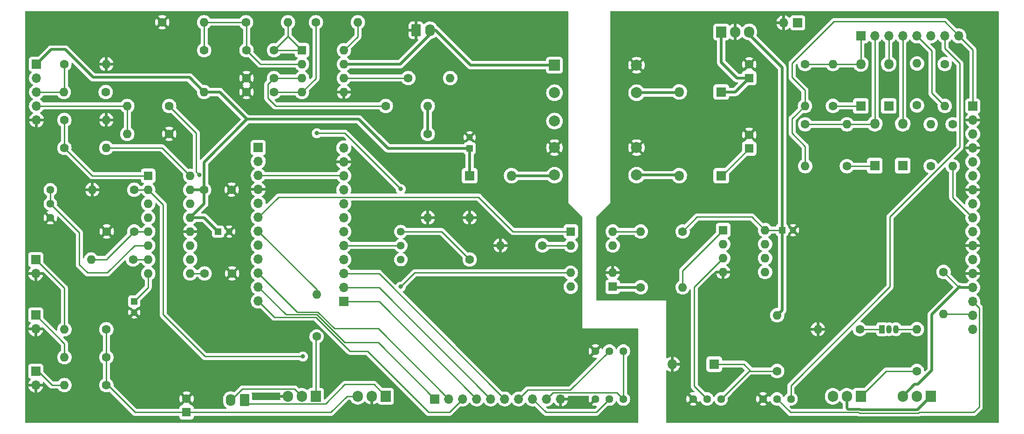
<source format=gbr>
%TF.GenerationSoftware,KiCad,Pcbnew,6.0.11+dfsg-1*%
%TF.CreationDate,2023-07-13T18:49:34+02:00*%
%TF.ProjectId,inversor,696e7665-7273-46f7-922e-6b696361645f,rev?*%
%TF.SameCoordinates,Original*%
%TF.FileFunction,Copper,L2,Bot*%
%TF.FilePolarity,Positive*%
%FSLAX46Y46*%
G04 Gerber Fmt 4.6, Leading zero omitted, Abs format (unit mm)*
G04 Created by KiCad (PCBNEW 6.0.11+dfsg-1) date 2023-07-13 18:49:34*
%MOMM*%
%LPD*%
G01*
G04 APERTURE LIST*
G04 Aperture macros list*
%AMRoundRect*
0 Rectangle with rounded corners*
0 $1 Rounding radius*
0 $2 $3 $4 $5 $6 $7 $8 $9 X,Y pos of 4 corners*
0 Add a 4 corners polygon primitive as box body*
4,1,4,$2,$3,$4,$5,$6,$7,$8,$9,$2,$3,0*
0 Add four circle primitives for the rounded corners*
1,1,$1+$1,$2,$3*
1,1,$1+$1,$4,$5*
1,1,$1+$1,$6,$7*
1,1,$1+$1,$8,$9*
0 Add four rect primitives between the rounded corners*
20,1,$1+$1,$2,$3,$4,$5,0*
20,1,$1+$1,$4,$5,$6,$7,0*
20,1,$1+$1,$6,$7,$8,$9,0*
20,1,$1+$1,$8,$9,$2,$3,0*%
G04 Aperture macros list end*
%TA.AperFunction,ComponentPad*%
%ADD10C,1.600000*%
%TD*%
%TA.AperFunction,ComponentPad*%
%ADD11O,1.600000X1.600000*%
%TD*%
%TA.AperFunction,ComponentPad*%
%ADD12R,1.600000X1.600000*%
%TD*%
%TA.AperFunction,ComponentPad*%
%ADD13R,1.700000X1.700000*%
%TD*%
%TA.AperFunction,ComponentPad*%
%ADD14O,1.700000X1.700000*%
%TD*%
%TA.AperFunction,ComponentPad*%
%ADD15R,1.050000X1.500000*%
%TD*%
%TA.AperFunction,ComponentPad*%
%ADD16O,1.050000X1.500000*%
%TD*%
%TA.AperFunction,ComponentPad*%
%ADD17R,1.200000X1.200000*%
%TD*%
%TA.AperFunction,ComponentPad*%
%ADD18C,1.200000*%
%TD*%
%TA.AperFunction,ComponentPad*%
%ADD19R,1.905000X2.000000*%
%TD*%
%TA.AperFunction,ComponentPad*%
%ADD20O,1.905000X2.000000*%
%TD*%
%TA.AperFunction,ComponentPad*%
%ADD21R,1.800000X1.800000*%
%TD*%
%TA.AperFunction,ComponentPad*%
%ADD22O,1.800000X1.800000*%
%TD*%
%TA.AperFunction,ComponentPad*%
%ADD23C,1.440000*%
%TD*%
%TA.AperFunction,ComponentPad*%
%ADD24RoundRect,0.250000X-0.620000X-0.845000X0.620000X-0.845000X0.620000X0.845000X-0.620000X0.845000X0*%
%TD*%
%TA.AperFunction,ComponentPad*%
%ADD25O,1.740000X2.190000*%
%TD*%
%TA.AperFunction,ComponentPad*%
%ADD26C,2.000000*%
%TD*%
%TA.AperFunction,ComponentPad*%
%ADD27R,2.000000X2.000000*%
%TD*%
%TA.AperFunction,ComponentPad*%
%ADD28RoundRect,0.250000X0.620000X0.845000X-0.620000X0.845000X-0.620000X-0.845000X0.620000X-0.845000X0*%
%TD*%
%TA.AperFunction,ViaPad*%
%ADD29C,0.800000*%
%TD*%
%TA.AperFunction,Conductor*%
%ADD30C,0.250000*%
%TD*%
%TA.AperFunction,Conductor*%
%ADD31C,0.500000*%
%TD*%
G04 APERTURE END LIST*
D10*
%TO.P,R33,1*%
%TO.N,Net-(D8-Pad1)*%
X223320000Y-43280000D03*
D11*
%TO.P,R33,2*%
%TO.N,1LO*%
X223320000Y-35660000D03*
%TD*%
D12*
%TO.P,U7,1*%
%TO.N,D3*%
X175695000Y-66140000D03*
D11*
%TO.P,U7,2*%
%TO.N,Net-(R24-Pad1)*%
X175695000Y-68680000D03*
%TO.P,U7,3*%
%TO.N,Net-(Q3-Pad2)*%
X183315000Y-68680000D03*
%TO.P,U7,4*%
%TO.N,Net-(R25-Pad2)*%
X183315000Y-66140000D03*
%TD*%
D10*
%TO.P,R26,1*%
%TO.N,Net-(D5-Pad1)*%
X241100000Y-54245000D03*
D11*
%TO.P,R26,2*%
%TO.N,2HO*%
X241100000Y-46625000D03*
%TD*%
D10*
%TO.P,C4,1*%
%TO.N,Net-(C4-Pad1)*%
X96345000Y-66140000D03*
%TO.P,C4,2*%
%TO.N,GND*%
X91345000Y-66140000D03*
%TD*%
D13*
%TO.P,TH1,1*%
%TO.N,A1*%
X78445000Y-91560000D03*
D14*
%TO.P,TH1,2*%
%TO.N,GND*%
X78445000Y-94100000D03*
%TD*%
D10*
%TO.P,R14,1*%
%TO.N,Net-(Q1-Pad3)*%
X149685000Y-48380000D03*
D11*
%TO.P,R14,2*%
%TO.N,GND*%
X149685000Y-63620000D03*
%TD*%
D15*
%TO.P,Q3,1,E*%
%TO.N,Net-(Q3-Pad1)*%
X232235000Y-83920000D03*
D16*
%TO.P,Q3,2,B*%
%TO.N,Net-(Q3-Pad2)*%
X233505000Y-83920000D03*
%TO.P,Q3,3,C*%
%TO.N,Net-(Q3-Pad3)*%
X234775000Y-83920000D03*
%TD*%
D10*
%TO.P,R25,1*%
%TO.N,+12V*%
X196015000Y-66140000D03*
D11*
%TO.P,R25,2*%
%TO.N,Net-(R25-Pad2)*%
X188395000Y-66140000D03*
%TD*%
D10*
%TO.P,R10,1*%
%TO.N,Net-(R10-Pad1)*%
X96125000Y-71240000D03*
D11*
%TO.P,R10,2*%
%TO.N,Net-(C4-Pad1)*%
X88505000Y-71240000D03*
%TD*%
D10*
%TO.P,C3,1*%
%TO.N,Net-(C3-Pad1)*%
X116745000Y-33140000D03*
%TO.P,C3,2*%
%TO.N,Net-(C3-Pad2)*%
X121745000Y-33140000D03*
%TD*%
%TO.P,R15,1*%
%TO.N,Net-(R15-Pad1)*%
X157305000Y-71240000D03*
D11*
%TO.P,R15,2*%
%TO.N,GND*%
X157305000Y-63620000D03*
%TD*%
D13*
%TO.P,J9,1,Pin_1*%
%TO.N,IFB*%
X248745000Y-43300000D03*
D14*
%TO.P,J9,2,Pin_2*%
%TO.N,GND2*%
X248745000Y-45840000D03*
%TO.P,J9,3,Pin_3*%
%TO.N,Net-(D8-Pad1)*%
X248745000Y-48380000D03*
%TO.P,J9,4,Pin_4*%
%TO.N,GND2*%
X248745000Y-50920000D03*
%TO.P,J9,5,Pin_5*%
%TO.N,VS1*%
X248745000Y-53460000D03*
%TO.P,J9,6,Pin_6*%
%TO.N,Net-(D7-Pad1)*%
X248745000Y-56000000D03*
%TO.P,J9,7,Pin_7*%
%TO.N,GND2*%
X248745000Y-58540000D03*
%TO.P,J9,8,Pin_8*%
%TO.N,Net-(D6-Pad1)*%
X248745000Y-61080000D03*
%TO.P,J9,9,Pin_9*%
%TO.N,VS2*%
X248745000Y-63620000D03*
%TO.P,J9,10,Pin_10*%
%TO.N,Net-(D5-Pad1)*%
X248745000Y-66160000D03*
%TO.P,J9,11,Pin_11*%
%TO.N,GND2*%
X248745000Y-68700000D03*
%TO.P,J9,12,Pin_12*%
%TO.N,+12V*%
X248745000Y-71240000D03*
%TO.P,J9,13,Pin_13*%
%TO.N,GND2*%
X248745000Y-73780000D03*
%TO.P,J9,14,Pin_14*%
%TO.N,/SPWM/5v*%
X248745000Y-76320000D03*
%TO.P,J9,15,Pin_15*%
%TO.N,Net-(J9-Pad15)*%
X248745000Y-78860000D03*
%TO.P,J9,16,Pin_16*%
%TO.N,Net-(J9-Pad16)*%
X248745000Y-81400000D03*
%TO.P,J9,17,Pin_17*%
%TO.N,unconnected-(J9-Pad17)*%
X248745000Y-83940000D03*
%TD*%
D13*
%TO.P,J6,1,Pin_1*%
%TO.N,TX0*%
X118887500Y-50860000D03*
D14*
%TO.P,J6,2,Pin_2*%
%TO.N,RX1*%
X118887500Y-53400000D03*
%TO.P,J6,3,Pin_3*%
%TO.N,RST*%
X118887500Y-55940000D03*
%TO.P,J6,4,Pin_4*%
%TO.N,GND*%
X118887500Y-58480000D03*
%TO.P,J6,5,Pin_5*%
%TO.N,D2*%
X118887500Y-61020000D03*
%TO.P,J6,6,Pin_6*%
%TO.N,D3*%
X118887500Y-63560000D03*
%TO.P,J6,7,Pin_7*%
%TO.N,D4*%
X118887500Y-66100000D03*
%TO.P,J6,8,Pin_8*%
%TO.N,D5*%
X118887500Y-68640000D03*
%TO.P,J6,9,Pin_9*%
%TO.N,D6*%
X118887500Y-71180000D03*
%TO.P,J6,10,Pin_10*%
%TO.N,D7*%
X118887500Y-73720000D03*
%TO.P,J6,11,Pin_11*%
%TO.N,D8*%
X118887500Y-76260000D03*
%TO.P,J6,12,Pin_12*%
%TO.N,D9*%
X118887500Y-78800000D03*
%TD*%
D10*
%TO.P,R13,1*%
%TO.N,Net-(R13-Pad1)*%
X146145000Y-38220000D03*
D11*
%TO.P,R13,2*%
%TO.N,Net-(Q1-Pad1)*%
X153765000Y-38220000D03*
%TD*%
D10*
%TO.P,R8,1*%
%TO.N,Net-(R7-Pad1)*%
X83645000Y-50920000D03*
D11*
%TO.P,R8,2*%
%TO.N,REF*%
X91265000Y-50920000D03*
%TD*%
D17*
%TO.P,C7,1*%
%TO.N,Net-(C7-Pad1)*%
X96345000Y-78860000D03*
D18*
%TO.P,C7,2*%
%TO.N,GND*%
X96345000Y-80860000D03*
%TD*%
D19*
%TO.P,U8,1,VI*%
%TO.N,Net-(Q4-Pad2)*%
X241100000Y-96130000D03*
D20*
%TO.P,U8,2,GND*%
%TO.N,GND2*%
X238560000Y-96130000D03*
%TO.P,U8,3,VO*%
%TO.N,/SPWM/5v*%
X236020000Y-96130000D03*
%TD*%
D13*
%TO.P,J8,1,Pin_1*%
%TO.N,D10*%
X134420000Y-78840000D03*
D14*
%TO.P,J8,2,Pin_2*%
%TO.N,D11*%
X134420000Y-76300000D03*
%TO.P,J8,3,Pin_3*%
%TO.N,D12*%
X134420000Y-73760000D03*
%TO.P,J8,4,Pin_4*%
%TO.N,D13*%
X134420000Y-71220000D03*
%TO.P,J8,5,Pin_5*%
%TO.N,A0*%
X134420000Y-68680000D03*
%TO.P,J8,6,Pin_6*%
%TO.N,A1*%
X134420000Y-66140000D03*
%TO.P,J8,7,Pin_7*%
%TO.N,A2*%
X134420000Y-63600000D03*
%TO.P,J8,8,Pin_8*%
%TO.N,A3*%
X134420000Y-61060000D03*
%TO.P,J8,9,Pin_9*%
%TO.N,VCC*%
X134420000Y-58520000D03*
%TO.P,J8,10,Pin_10*%
%TO.N,RST*%
X134420000Y-55980000D03*
%TO.P,J8,11,Pin_11*%
%TO.N,GND*%
X134420000Y-53440000D03*
%TO.P,J8,12,Pin_12*%
%TO.N,RAW*%
X134420000Y-50900000D03*
%TD*%
D10*
%TO.P,R6,1*%
%TO.N,+5V*%
X91275000Y-94100000D03*
D11*
%TO.P,R6,2*%
%TO.N,A1*%
X83655000Y-94100000D03*
%TD*%
D21*
%TO.P,D1,1,K*%
%TO.N,+15V*%
X157305000Y-55980000D03*
D22*
%TO.P,D1,2,A*%
%TO.N,Net-(D1-Pad2)*%
X164925000Y-55980000D03*
%TD*%
D10*
%TO.P,R1,1*%
%TO.N,GND*%
X101425000Y-28060000D03*
D11*
%TO.P,R1,2*%
%TO.N,Net-(C3-Pad1)*%
X109045000Y-28060000D03*
%TD*%
D23*
%TO.P,RV2,1,1*%
%TO.N,+5V*%
X185245000Y-87905000D03*
%TO.P,RV2,2,2*%
%TO.N,Net-(J3-Pad7)*%
X182705000Y-87905000D03*
%TO.P,RV2,3,3*%
%TO.N,GND*%
X180165000Y-87905000D03*
%TD*%
D24*
%TO.P,J1,1,Pin_1*%
%TO.N,GND*%
X147570000Y-29520000D03*
D25*
%TO.P,J1,2,Pin_2*%
%TO.N,VCC*%
X150110000Y-29520000D03*
%TD*%
D17*
%TO.P,C9,1*%
%TO.N,+15V*%
X111585000Y-66160000D03*
D18*
%TO.P,C9,2*%
%TO.N,GND*%
X113585000Y-66160000D03*
%TD*%
D10*
%TO.P,C2,1*%
%TO.N,Net-(C2-Pad1)*%
X121745000Y-40760000D03*
%TO.P,C2,2*%
%TO.N,GND*%
X116745000Y-40760000D03*
%TD*%
D26*
%TO.P,TR1,*%
%TO.N,*%
X172720000Y-46040000D03*
D27*
%TO.P,TR1,1*%
%TO.N,VCC*%
X172720000Y-35880000D03*
D26*
%TO.P,TR1,2*%
%TO.N,Net-(Q1-Pad2)*%
X172720000Y-40880000D03*
%TO.P,TR1,3*%
%TO.N,GND*%
X172720000Y-50880000D03*
%TO.P,TR1,4*%
%TO.N,Net-(D1-Pad2)*%
X172720000Y-55880000D03*
%TO.P,TR1,5*%
%TO.N,Net-(D3-Pad2)*%
X187640000Y-55880000D03*
%TO.P,TR1,6*%
%TO.N,GND2*%
X187640000Y-50880000D03*
%TO.P,TR1,7*%
%TO.N,Net-(D2-Pad2)*%
X187640000Y-40880000D03*
%TO.P,TR1,8*%
%TO.N,GND2*%
X187640000Y-35880000D03*
%TD*%
D10*
%TO.P,C5,1*%
%TO.N,Net-(C5-Pad1)*%
X121745000Y-38220000D03*
%TO.P,C5,2*%
%TO.N,GND*%
X116745000Y-38220000D03*
%TD*%
%TO.P,R28,1*%
%TO.N,Net-(Q3-Pad1)*%
X228205000Y-83920000D03*
D11*
%TO.P,R28,2*%
%TO.N,GND2*%
X220585000Y-83920000D03*
%TD*%
D10*
%TO.P,R32,1*%
%TO.N,Net-(D7-Pad1)*%
X238600000Y-43180000D03*
D11*
%TO.P,R32,2*%
%TO.N,1HO*%
X238600000Y-35560000D03*
%TD*%
D12*
%TO.P,C12,1*%
%TO.N,Net-(C12-Pad1)*%
X208105000Y-51040000D03*
D10*
%TO.P,C12,2*%
%TO.N,GND2*%
X208105000Y-48540000D03*
%TD*%
%TO.P,C6,1*%
%TO.N,GND*%
X114125000Y-73780000D03*
%TO.P,C6,2*%
%TO.N,Net-(C6-Pad2)*%
X109125000Y-73780000D03*
%TD*%
D19*
%TO.P,U5,1,IN*%
%TO.N,Net-(C11-Pad1)*%
X203025000Y-29820000D03*
D20*
%TO.P,U5,2,GND*%
%TO.N,GND2*%
X205565000Y-29820000D03*
%TO.P,U5,3,OUT*%
%TO.N,+12V*%
X208105000Y-29820000D03*
%TD*%
D10*
%TO.P,R17,1*%
%TO.N,Net-(R17-Pad1)*%
X91165000Y-40760000D03*
D11*
%TO.P,R17,2*%
%TO.N,PWM_Out_B*%
X83545000Y-40760000D03*
%TD*%
D10*
%TO.P,R21,1*%
%TO.N,Net-(R21-Pad1)*%
X188395000Y-76300000D03*
D11*
%TO.P,R21,2*%
%TO.N,Net-(R21-Pad2)*%
X196015000Y-76300000D03*
%TD*%
D23*
%TO.P,RV5,1,1*%
%TO.N,Net-(D4-Pad1)*%
X203000000Y-96620000D03*
%TO.P,RV5,2,2*%
%TO.N,Net-(RV5-Pad2)*%
X200460000Y-96620000D03*
%TO.P,RV5,3,3*%
%TO.N,GND2*%
X197920000Y-96620000D03*
%TD*%
D13*
%TO.P,J10,1,Pin_1*%
%TO.N,1LO*%
X228430000Y-30530000D03*
D14*
%TO.P,J10,2,Pin_2*%
%TO.N,2LO*%
X230970000Y-30530000D03*
%TO.P,J10,3,Pin_3*%
%TO.N,1HO*%
X233510000Y-30530000D03*
%TO.P,J10,4,Pin_4*%
%TO.N,2HO*%
X236050000Y-30530000D03*
%TO.P,J10,5,Pin_5*%
%TO.N,VS1*%
X238590000Y-30530000D03*
%TO.P,J10,6,Pin_6*%
%TO.N,VS2*%
X241130000Y-30530000D03*
%TO.P,J10,7,Pin_7*%
%TO.N,Net-(J10-Pad7)*%
X243670000Y-30530000D03*
%TO.P,J10,8,Pin_8*%
%TO.N,IFB*%
X246210000Y-30530000D03*
%TD*%
D21*
%TO.P,D7,1,K*%
%TO.N,Net-(D7-Pad1)*%
X233480000Y-43280000D03*
D22*
%TO.P,D7,2,A*%
%TO.N,1HO*%
X233480000Y-35660000D03*
%TD*%
D13*
%TO.P,TH2,1*%
%TO.N,A2*%
X78445000Y-81330000D03*
D14*
%TO.P,TH2,2*%
%TO.N,GND*%
X78445000Y-83870000D03*
%TD*%
D10*
%TO.P,R24,1*%
%TO.N,Net-(R24-Pad1)*%
X170535000Y-68680000D03*
D11*
%TO.P,R24,2*%
%TO.N,GND*%
X162915000Y-68680000D03*
%TD*%
D10*
%TO.P,R5,1*%
%TO.N,NI*%
X96345000Y-58540000D03*
D11*
%TO.P,R5,2*%
%TO.N,GND*%
X88725000Y-58540000D03*
%TD*%
D12*
%TO.P,U6,1*%
%TO.N,Net-(R21-Pad2)*%
X203375000Y-65890000D03*
D11*
%TO.P,U6,2,-*%
%TO.N,Net-(J5-Pad1)*%
X203375000Y-68430000D03*
%TO.P,U6,3,+*%
%TO.N,Net-(RV5-Pad2)*%
X203375000Y-70970000D03*
%TO.P,U6,4,V-*%
%TO.N,GND2*%
X203375000Y-73510000D03*
%TO.P,U6,5*%
%TO.N,N/C*%
X210995000Y-73510000D03*
%TO.P,U6,6*%
X210995000Y-70970000D03*
%TO.P,U6,7*%
X210995000Y-68430000D03*
%TO.P,U6,8,V+*%
%TO.N,+12V*%
X210995000Y-65890000D03*
%TD*%
D23*
%TO.P,RV3,1,1*%
%TO.N,+5V*%
X185245000Y-96640000D03*
%TO.P,RV3,2,2*%
%TO.N,Net-(J3-Pad8)*%
X182705000Y-96640000D03*
%TO.P,RV3,3,3*%
%TO.N,GND*%
X180165000Y-96640000D03*
%TD*%
D10*
%TO.P,R35,1*%
%TO.N,1LO*%
X218240000Y-35660000D03*
D11*
%TO.P,R35,2*%
%TO.N,IFB*%
X218240000Y-43280000D03*
%TD*%
D10*
%TO.P,R12,1*%
%TO.N,Net-(C5-Pad1)*%
X142065000Y-43300000D03*
D11*
%TO.P,R12,2*%
%TO.N,Net-(Q1-Pad3)*%
X149685000Y-43300000D03*
%TD*%
D10*
%TO.P,R4,1*%
%TO.N,Net-(C2-Pad1)*%
X129365000Y-28060000D03*
D11*
%TO.P,R4,2*%
%TO.N,Net-(R4-Pad2)*%
X136985000Y-28060000D03*
%TD*%
D21*
%TO.P,D8,1,K*%
%TO.N,Net-(D8-Pad1)*%
X228400000Y-43280000D03*
D22*
%TO.P,D8,2,A*%
%TO.N,1LO*%
X228400000Y-35660000D03*
%TD*%
D21*
%TO.P,D4,1,K*%
%TO.N,Net-(D4-Pad1)*%
X201755000Y-90290000D03*
D22*
%TO.P,D4,2,A*%
%TO.N,GND2*%
X194135000Y-90290000D03*
%TD*%
D10*
%TO.P,R2,1*%
%TO.N,Net-(C3-Pad1)*%
X109045000Y-33140000D03*
D11*
%TO.P,R2,2*%
%TO.N,+15V*%
X109045000Y-40760000D03*
%TD*%
D10*
%TO.P,R31,1*%
%TO.N,Net-(Q4-Pad1)*%
X238585000Y-91540000D03*
D11*
%TO.P,R31,2*%
%TO.N,Net-(Q3-Pad3)*%
X238585000Y-83920000D03*
%TD*%
D12*
%TO.P,U3,1,INV*%
%TO.N,Net-(R7-Pad1)*%
X98885000Y-56000000D03*
D11*
%TO.P,U3,2,NI*%
%TO.N,NI*%
X98885000Y-58540000D03*
%TO.P,U3,3,SYNC*%
%TO.N,unconnected-(U3-Pad3)*%
X98885000Y-61080000D03*
%TO.P,U3,4,OSC*%
%TO.N,unconnected-(U3-Pad4)*%
X98885000Y-63620000D03*
%TO.P,U3,5,CT*%
%TO.N,Net-(C4-Pad1)*%
X98885000Y-66160000D03*
%TO.P,U3,6,RT*%
%TO.N,Net-(RV1-Pad1)*%
X98885000Y-68700000D03*
%TO.P,U3,7,DISCH*%
%TO.N,Net-(R10-Pad1)*%
X98885000Y-71240000D03*
%TO.P,U3,8,SS*%
%TO.N,Net-(C7-Pad1)*%
X98885000Y-73780000D03*
%TO.P,U3,9,COMP*%
%TO.N,Net-(C6-Pad2)*%
X106505000Y-73780000D03*
%TO.P,U3,10,SD*%
%TO.N,SD*%
X106505000Y-71240000D03*
%TO.P,U3,11,OUTA*%
%TO.N,Net-(R16-Pad1)*%
X106505000Y-68700000D03*
%TO.P,U3,12,GND*%
%TO.N,GND*%
X106505000Y-66160000D03*
%TO.P,U3,13,VC*%
%TO.N,+15V*%
X106505000Y-63620000D03*
%TO.P,U3,14,OUTB*%
%TO.N,Net-(R17-Pad1)*%
X106505000Y-61080000D03*
%TO.P,U3,15,VIN*%
%TO.N,+15V*%
X106505000Y-58540000D03*
%TO.P,U3,16,REF*%
%TO.N,REF*%
X106505000Y-56000000D03*
%TD*%
D10*
%TO.P,R23,1*%
%TO.N,/SPWM/5v*%
X243430000Y-73510000D03*
D11*
%TO.P,R23,2*%
%TO.N,Net-(J9-Pad16)*%
X243430000Y-81130000D03*
%TD*%
D12*
%TO.P,U4,1*%
%TO.N,Net-(R21-Pad1)*%
X183295000Y-76200000D03*
D11*
%TO.P,U4,2*%
%TO.N,GND2*%
X183295000Y-73660000D03*
%TO.P,U4,3*%
%TO.N,NI*%
X175675000Y-73660000D03*
%TO.P,U4,4*%
%TO.N,REF*%
X175675000Y-76200000D03*
%TD*%
D10*
%TO.P,R22,1*%
%TO.N,Net-(D4-Pad1)*%
X213185000Y-91540000D03*
D11*
%TO.P,R22,2*%
%TO.N,+12V*%
X213185000Y-81380000D03*
%TD*%
D10*
%TO.P,R11,1*%
%TO.N,+5V*%
X91275000Y-83940000D03*
D11*
%TO.P,R11,2*%
%TO.N,A3*%
X83655000Y-83940000D03*
%TD*%
D10*
%TO.P,R20,1*%
%TO.N,PWM_Out_B*%
X83645000Y-35680000D03*
D11*
%TO.P,R20,2*%
%TO.N,GND*%
X91265000Y-35680000D03*
%TD*%
D13*
%TO.P,TH3,1*%
%TO.N,A3*%
X78445000Y-71240000D03*
D14*
%TO.P,TH3,2*%
%TO.N,GND*%
X78445000Y-73780000D03*
%TD*%
D13*
%TO.P,J2,1,Pin_1*%
%TO.N,+15V*%
X78590000Y-35680000D03*
D14*
%TO.P,J2,2,Pin_2*%
%TO.N,SD*%
X78590000Y-38220000D03*
%TO.P,J2,3,Pin_3*%
%TO.N,PWM_Out_B*%
X78590000Y-40760000D03*
%TO.P,J2,4,Pin_4*%
%TO.N,PWM_Out_A*%
X78590000Y-43300000D03*
%TO.P,J2,5,Pin_5*%
%TO.N,GND*%
X78590000Y-45840000D03*
%TD*%
D19*
%TO.P,U1,1,IN*%
%TO.N,VCC*%
X142065000Y-96130000D03*
D20*
%TO.P,U1,2,GND*%
%TO.N,GND*%
X139525000Y-96130000D03*
%TO.P,U1,3,OUT*%
%TO.N,+5V*%
X136985000Y-96130000D03*
%TD*%
D17*
%TO.P,C13,1*%
%TO.N,+12V*%
X214075000Y-65890000D03*
D18*
%TO.P,C13,2*%
%TO.N,GND2*%
X216075000Y-65890000D03*
%TD*%
D28*
%TO.P,J4,1,Pin_1*%
%TO.N,VCC*%
X116409966Y-96840000D03*
D25*
%TO.P,J4,2,Pin_2*%
%TO.N,Net-(J4-Pad2)*%
X113869966Y-96840000D03*
%TD*%
D10*
%TO.P,R19,1*%
%TO.N,GND*%
X102695000Y-48380000D03*
D11*
%TO.P,R19,2*%
%TO.N,PWM_Out_A*%
X95075000Y-48380000D03*
%TD*%
D23*
%TO.P,RV4,1,1*%
%TO.N,VCC*%
X144790000Y-71240000D03*
%TO.P,RV4,2,2*%
%TO.N,A0*%
X144790000Y-68700000D03*
%TO.P,RV4,3,3*%
%TO.N,Net-(R15-Pad1)*%
X144790000Y-66160000D03*
%TD*%
D10*
%TO.P,C8,1*%
%TO.N,+15V*%
X109045000Y-58540000D03*
%TO.P,C8,2*%
%TO.N,GND*%
X114045000Y-58540000D03*
%TD*%
%TO.P,R34,1*%
%TO.N,1HO*%
X243640000Y-35660000D03*
D11*
%TO.P,R34,2*%
%TO.N,VS1*%
X243640000Y-43280000D03*
%TD*%
D12*
%TO.P,C11,1*%
%TO.N,Net-(C11-Pad1)*%
X208105000Y-38220000D03*
D10*
%TO.P,C11,2*%
%TO.N,GND2*%
X208105000Y-35720000D03*
%TD*%
D13*
%TO.P,J3,1,Pin_1*%
%TO.N,D8*%
X150985000Y-96615000D03*
D14*
%TO.P,J3,2,Pin_2*%
%TO.N,D7*%
X153525000Y-96615000D03*
%TO.P,J3,3,Pin_3*%
%TO.N,D9*%
X156065000Y-96615000D03*
%TO.P,J3,4,Pin_4*%
%TO.N,D10*%
X158605000Y-96615000D03*
%TO.P,J3,5,Pin_5*%
%TO.N,D11*%
X161145000Y-96615000D03*
%TO.P,J3,6,Pin_6*%
%TO.N,D12*%
X163685000Y-96615000D03*
%TO.P,J3,7,Pin_7*%
%TO.N,Net-(J3-Pad7)*%
X166225000Y-96615000D03*
%TO.P,J3,8,Pin_8*%
%TO.N,Net-(J3-Pad8)*%
X168765000Y-96615000D03*
%TO.P,J3,9,Pin_9*%
%TO.N,+5V*%
X171305000Y-96615000D03*
%TO.P,J3,10,Pin_10*%
%TO.N,GND*%
X173845000Y-96615000D03*
%TD*%
D19*
%TO.P,Q2,1,B*%
%TO.N,Net-(Q2-Pad1)*%
X129365000Y-96130000D03*
D20*
%TO.P,Q2,2,C*%
%TO.N,Net-(J4-Pad2)*%
X126825000Y-96130000D03*
%TO.P,Q2,3,E*%
%TO.N,GND*%
X124285000Y-96130000D03*
%TD*%
D23*
%TO.P,RV1,1,1*%
%TO.N,Net-(RV1-Pad1)*%
X81105000Y-58540000D03*
%TO.P,RV1,2,2*%
X81105000Y-61080000D03*
%TO.P,RV1,3,3*%
%TO.N,GND*%
X81105000Y-63620000D03*
%TD*%
D10*
%TO.P,R3,1*%
%TO.N,Net-(C3-Pad1)*%
X116665000Y-28060000D03*
D11*
%TO.P,R3,2*%
%TO.N,Net-(C3-Pad2)*%
X124285000Y-28060000D03*
%TD*%
D23*
%TO.P,RV6,1,1*%
%TO.N,Net-(J10-Pad7)*%
X215700000Y-96620000D03*
%TO.P,RV6,2,2*%
%TO.N,Net-(J9-Pad15)*%
X213160000Y-96620000D03*
%TO.P,RV6,3,3*%
%TO.N,GND2*%
X210620000Y-96620000D03*
%TD*%
D10*
%TO.P,R16,1*%
%TO.N,Net-(R16-Pad1)*%
X102695000Y-43300000D03*
D11*
%TO.P,R16,2*%
%TO.N,PWM_Out_A*%
X95075000Y-43300000D03*
%TD*%
D21*
%TO.P,D5,1,K*%
%TO.N,Net-(D5-Pad1)*%
X236020000Y-54145000D03*
D22*
%TO.P,D5,2,A*%
%TO.N,2HO*%
X236020000Y-46525000D03*
%TD*%
D10*
%TO.P,R27,1*%
%TO.N,Net-(D6-Pad1)*%
X225860000Y-54245000D03*
D11*
%TO.P,R27,2*%
%TO.N,2LO*%
X225860000Y-46625000D03*
%TD*%
D12*
%TO.P,U2,1,COMP*%
%TO.N,Net-(C3-Pad2)*%
X126825000Y-33140000D03*
D11*
%TO.P,U2,2,FB*%
%TO.N,Net-(C3-Pad1)*%
X126825000Y-35680000D03*
%TO.P,U2,3,CS*%
%TO.N,Net-(C5-Pad1)*%
X126825000Y-38220000D03*
%TO.P,U2,4,RC*%
%TO.N,Net-(C2-Pad1)*%
X126825000Y-40760000D03*
%TO.P,U2,5,GND*%
%TO.N,GND*%
X134445000Y-40760000D03*
%TO.P,U2,6,OUT*%
%TO.N,Net-(R13-Pad1)*%
X134445000Y-38220000D03*
%TO.P,U2,7,VCC*%
%TO.N,VCC*%
X134445000Y-35680000D03*
%TO.P,U2,8,VREF*%
%TO.N,Net-(R4-Pad2)*%
X134445000Y-33140000D03*
%TD*%
D17*
%TO.P,C10,1*%
%TO.N,+15V*%
X157305000Y-51002554D03*
D18*
%TO.P,C10,2*%
%TO.N,GND*%
X157305000Y-49002554D03*
%TD*%
D13*
%TO.P,J5,1,Pin_1*%
%TO.N,Net-(J5-Pad1)*%
X216926965Y-28152500D03*
D14*
%TO.P,J5,2,Pin_2*%
%TO.N,GND2*%
X214386965Y-28152500D03*
%TD*%
D10*
%TO.P,R7,1*%
%TO.N,Net-(R7-Pad1)*%
X83645000Y-45840000D03*
D11*
%TO.P,R7,2*%
%TO.N,GND*%
X91265000Y-45840000D03*
%TD*%
D10*
%TO.P,R9,1*%
%TO.N,+5V*%
X91275000Y-89020000D03*
D11*
%TO.P,R9,2*%
%TO.N,A2*%
X83655000Y-89020000D03*
%TD*%
D19*
%TO.P,Q4,1,B*%
%TO.N,Net-(Q4-Pad1)*%
X228400000Y-96130000D03*
D20*
%TO.P,Q4,2,C*%
%TO.N,Net-(Q4-Pad2)*%
X225860000Y-96130000D03*
%TO.P,Q4,3,E*%
%TO.N,+12V*%
X223320000Y-96130000D03*
%TD*%
D10*
%TO.P,R29,1*%
%TO.N,2HO*%
X245090000Y-46625000D03*
D11*
%TO.P,R29,2*%
%TO.N,VS2*%
X245090000Y-54245000D03*
%TD*%
D10*
%TO.P,R30,1*%
%TO.N,2LO*%
X218280000Y-46625000D03*
D11*
%TO.P,R30,2*%
%TO.N,IFB*%
X218280000Y-54245000D03*
%TD*%
D12*
%TO.P,C1,1*%
%TO.N,+5V*%
X105842500Y-99060000D03*
D10*
%TO.P,C1,2*%
%TO.N,GND*%
X105842500Y-96560000D03*
%TD*%
D21*
%TO.P,D3,1,K*%
%TO.N,Net-(C12-Pad1)*%
X203025000Y-55980000D03*
D22*
%TO.P,D3,2,A*%
%TO.N,Net-(D3-Pad2)*%
X195405000Y-55980000D03*
%TD*%
D21*
%TO.P,D6,1,K*%
%TO.N,Net-(D6-Pad1)*%
X230940000Y-54145000D03*
D22*
%TO.P,D6,2,A*%
%TO.N,2LO*%
X230940000Y-46525000D03*
%TD*%
D10*
%TO.P,R18,1*%
%TO.N,Net-(Q2-Pad1)*%
X129485000Y-85260000D03*
D11*
%TO.P,R18,2*%
%TO.N,D4*%
X129485000Y-77640000D03*
%TD*%
D21*
%TO.P,D2,1,K*%
%TO.N,Net-(C11-Pad1)*%
X203025000Y-40740000D03*
D22*
%TO.P,D2,2,A*%
%TO.N,Net-(D2-Pad2)*%
X195405000Y-40740000D03*
%TD*%
D29*
%TO.N,REF*%
X129540000Y-48260000D03*
X144780000Y-58420000D03*
%TO.N,NI*%
X144780000Y-76200000D03*
X127000000Y-88900000D03*
%TO.N,Net-(R16-Pad1)*%
X108195500Y-55880000D03*
%TD*%
D30*
%TO.N,GND*%
X180140000Y-96615000D02*
X180165000Y-96640000D01*
%TO.N,Net-(C3-Pad1)*%
X119285000Y-35680000D02*
X116745000Y-33140000D01*
X116745000Y-33140000D02*
X116745000Y-28140000D01*
X116745000Y-28140000D02*
X116665000Y-28060000D01*
X126825000Y-35680000D02*
X119285000Y-35680000D01*
X109045000Y-33140000D02*
X109045000Y-28060000D01*
X109045000Y-28060000D02*
X116665000Y-28060000D01*
%TO.N,+5V*%
X185245000Y-96640000D02*
X184045000Y-95440000D01*
X185245000Y-87905000D02*
X185245000Y-96640000D01*
X96520000Y-99060000D02*
X105842500Y-99060000D01*
X91275000Y-89020000D02*
X91275000Y-83940000D01*
X91440000Y-93980000D02*
X96520000Y-99060000D01*
X91275000Y-94100000D02*
X91275000Y-89020000D01*
X172480000Y-95440000D02*
X171305000Y-96615000D01*
X135010000Y-96130000D02*
X136985000Y-96130000D01*
X105842500Y-99060000D02*
X132080000Y-99060000D01*
X184045000Y-95440000D02*
X172480000Y-95440000D01*
X135010000Y-96130000D02*
X132080000Y-99060000D01*
%TO.N,PWM_Out_B*%
X83545000Y-40760000D02*
X78590000Y-40760000D01*
X83645000Y-35680000D02*
X83645000Y-40660000D01*
X83645000Y-40660000D02*
X83545000Y-40760000D01*
%TO.N,PWM_Out_A*%
X95075000Y-43300000D02*
X95075000Y-48380000D01*
X78590000Y-43300000D02*
X95075000Y-43300000D01*
%TO.N,REF*%
X134620000Y-48260000D02*
X142240000Y-55880000D01*
X91265000Y-50920000D02*
X101425000Y-50920000D01*
X129540000Y-48260000D02*
X134620000Y-48260000D01*
X142240000Y-55880000D02*
X144780000Y-58420000D01*
X101425000Y-50920000D02*
X106505000Y-56000000D01*
%TO.N,Net-(C3-Pad2)*%
X124285000Y-30600000D02*
X126825000Y-33140000D01*
X124285000Y-28060000D02*
X124285000Y-30600000D01*
X124285000Y-30600000D02*
X121745000Y-33140000D01*
X121745000Y-33140000D02*
X126825000Y-33140000D01*
%TO.N,GND2*%
X208005000Y-35820000D02*
X208105000Y-35720000D01*
%TO.N,Net-(C6-Pad2)*%
X106505000Y-73780000D02*
X109125000Y-73780000D01*
%TO.N,VCC*%
X134620000Y-93980000D02*
X139915000Y-93980000D01*
D31*
X150110000Y-30230000D02*
X150110000Y-29520000D01*
X151145000Y-29520000D02*
X150110000Y-29520000D01*
D30*
X116409966Y-96840000D02*
X117024966Y-97455000D01*
X139915000Y-93980000D02*
X142065000Y-96130000D01*
D31*
X144660000Y-35680000D02*
X150110000Y-30230000D01*
X157505000Y-35880000D02*
X151145000Y-29520000D01*
D30*
X131145000Y-97455000D02*
X134620000Y-93980000D01*
D31*
X134445000Y-35680000D02*
X144660000Y-35680000D01*
D30*
X117024966Y-97455000D02*
X131145000Y-97455000D01*
D31*
X172720000Y-35880000D02*
X157505000Y-35880000D01*
%TO.N,+15V*%
X109045000Y-63620000D02*
X111585000Y-66160000D01*
X142442554Y-51002554D02*
X137160000Y-45720000D01*
X111880000Y-40760000D02*
X109045000Y-40760000D01*
X116840000Y-45720000D02*
X111880000Y-40760000D01*
X81280000Y-33020000D02*
X78740000Y-35560000D01*
X157305000Y-55980000D02*
X157305000Y-51002554D01*
X106385000Y-38100000D02*
X88900000Y-38100000D01*
X109045000Y-53515000D02*
X109045000Y-58540000D01*
X86360000Y-35560000D02*
X83820000Y-33020000D01*
X137160000Y-45720000D02*
X116840000Y-45720000D01*
X109045000Y-61080000D02*
X106505000Y-63620000D01*
X88900000Y-38100000D02*
X86360000Y-35560000D01*
X83820000Y-33020000D02*
X81280000Y-33020000D01*
X109045000Y-58540000D02*
X106505000Y-58540000D01*
X106505000Y-63620000D02*
X109045000Y-63620000D01*
X157305000Y-51002554D02*
X142442554Y-51002554D01*
X109045000Y-58540000D02*
X109045000Y-61080000D01*
X116840000Y-45720000D02*
X109045000Y-53515000D01*
X109045000Y-40760000D02*
X106385000Y-38100000D01*
D30*
%TO.N,+12V*%
X210995000Y-65890000D02*
X208605000Y-63500000D01*
X198655000Y-63500000D02*
X196015000Y-66140000D01*
X208605000Y-63500000D02*
X198655000Y-63500000D01*
D31*
X214075000Y-65890000D02*
X214075000Y-80490000D01*
X208105000Y-30305000D02*
X208105000Y-29820000D01*
D30*
X214075000Y-65890000D02*
X210995000Y-65890000D01*
D31*
X214075000Y-80490000D02*
X213185000Y-81380000D01*
X214075000Y-36275000D02*
X214075000Y-65890000D01*
X214075000Y-36275000D02*
X208105000Y-30305000D01*
D30*
%TO.N,Net-(C7-Pad1)*%
X98885000Y-73780000D02*
X98885000Y-76320000D01*
X98885000Y-76320000D02*
X96345000Y-78860000D01*
%TO.N,Net-(C4-Pad1)*%
X91440000Y-71045000D02*
X91440000Y-71120000D01*
X96345000Y-66140000D02*
X98865000Y-66140000D01*
X91320000Y-71240000D02*
X88505000Y-71240000D01*
X98865000Y-66140000D02*
X98885000Y-66160000D01*
X96345000Y-66140000D02*
X91440000Y-71045000D01*
X91440000Y-71120000D02*
X91320000Y-71240000D01*
%TO.N,Net-(C5-Pad1)*%
X120620000Y-41880000D02*
X122040000Y-43300000D01*
X121745000Y-38220000D02*
X120620000Y-39345000D01*
X120620000Y-39345000D02*
X120620000Y-41880000D01*
X121745000Y-38220000D02*
X126825000Y-38220000D01*
X122040000Y-43300000D02*
X142065000Y-43300000D01*
%TO.N,Net-(R15-Pad1)*%
X152225000Y-66160000D02*
X157305000Y-71240000D01*
X144790000Y-66160000D02*
X152225000Y-66160000D01*
D31*
%TO.N,Net-(D1-Pad2)*%
X164925000Y-55980000D02*
X172620000Y-55980000D01*
X172620000Y-55980000D02*
X172720000Y-55880000D01*
%TO.N,Net-(D3-Pad2)*%
X187640000Y-55880000D02*
X195305000Y-55880000D01*
X195305000Y-55880000D02*
X195405000Y-55980000D01*
D30*
%TO.N,Net-(R4-Pad2)*%
X136985000Y-30655000D02*
X134620000Y-33020000D01*
X136985000Y-28060000D02*
X136985000Y-30655000D01*
D31*
%TO.N,Net-(C11-Pad1)*%
X203025000Y-35385000D02*
X205860000Y-38220000D01*
X205585000Y-40740000D02*
X208105000Y-38220000D01*
X203025000Y-35385000D02*
X203025000Y-29820000D01*
X205860000Y-38220000D02*
X208105000Y-38220000D01*
X203025000Y-40740000D02*
X205585000Y-40740000D01*
D30*
%TO.N,Net-(C12-Pad1)*%
X203025000Y-55980000D02*
X203165000Y-55980000D01*
X203165000Y-55980000D02*
X208105000Y-51040000D01*
%TO.N,Net-(D4-Pad1)*%
X213185000Y-91540000D02*
X208080000Y-91540000D01*
X201755000Y-90290000D02*
X207130000Y-90290000D01*
X208080000Y-91540000D02*
X203000000Y-96620000D01*
X207130000Y-90290000D02*
X208380000Y-91540000D01*
X208380000Y-91540000D02*
X213185000Y-91540000D01*
%TO.N,2HO*%
X236020000Y-46525000D02*
X236020000Y-30560000D01*
X236020000Y-30560000D02*
X236050000Y-30530000D01*
%TO.N,Net-(D6-Pad1)*%
X230840000Y-54245000D02*
X230940000Y-54145000D01*
X225860000Y-54245000D02*
X230840000Y-54245000D01*
%TO.N,2LO*%
X225860000Y-46625000D02*
X230840000Y-46625000D01*
X230970000Y-30530000D02*
X230970000Y-46495000D01*
X218280000Y-46625000D02*
X225860000Y-46625000D01*
X230970000Y-46495000D02*
X230940000Y-46525000D01*
X230840000Y-46625000D02*
X230940000Y-46525000D01*
%TO.N,1HO*%
X233480000Y-35660000D02*
X233480000Y-30560000D01*
X233480000Y-30560000D02*
X233510000Y-30530000D01*
%TO.N,Net-(D8-Pad1)*%
X223320000Y-43280000D02*
X228400000Y-43280000D01*
%TO.N,1LO*%
X228400000Y-35660000D02*
X228400000Y-30560000D01*
X228400000Y-30560000D02*
X228430000Y-30530000D01*
X228400000Y-35660000D02*
X218240000Y-35660000D01*
%TO.N,D7*%
X125997500Y-80830000D02*
X118887500Y-73720000D01*
X153525000Y-96615000D02*
X140730000Y-83820000D01*
X132716396Y-83820000D02*
X129726396Y-80830000D01*
X140730000Y-83820000D02*
X132716396Y-83820000D01*
X129726396Y-80830000D02*
X125997500Y-80830000D01*
%TO.N,D8*%
X140730000Y-86360000D02*
X150985000Y-96615000D01*
X123907500Y-81280000D02*
X129540000Y-81280000D01*
X129540000Y-81280000D02*
X134620000Y-86360000D01*
X134620000Y-86360000D02*
X140730000Y-86360000D01*
X118887500Y-76260000D02*
X123907500Y-81280000D01*
%TO.N,D9*%
X153620000Y-99060000D02*
X156065000Y-96615000D01*
X129353604Y-81730000D02*
X135558604Y-87935000D01*
X118887500Y-78800000D02*
X121817500Y-81730000D01*
X121817500Y-81730000D02*
X129353604Y-81730000D01*
X149860000Y-99060000D02*
X153620000Y-99060000D01*
X138735000Y-87935000D02*
X149860000Y-99060000D01*
X135558604Y-87935000D02*
X138735000Y-87935000D01*
%TO.N,D10*%
X158605000Y-96615000D02*
X140830000Y-78840000D01*
X140830000Y-78840000D02*
X134420000Y-78840000D01*
%TO.N,D11*%
X140830000Y-76300000D02*
X134420000Y-76300000D01*
X161145000Y-96615000D02*
X140830000Y-76300000D01*
%TO.N,D12*%
X140830000Y-73760000D02*
X134420000Y-73760000D01*
X163685000Y-96615000D02*
X140830000Y-73760000D01*
%TO.N,RST*%
X134380000Y-55940000D02*
X134420000Y-55980000D01*
X118887500Y-55940000D02*
X134380000Y-55940000D01*
%TO.N,D3*%
X122562500Y-59885000D02*
X118887500Y-63560000D01*
X175695000Y-66140000D02*
X165200000Y-66140000D01*
X165200000Y-66140000D02*
X158945000Y-59885000D01*
X158945000Y-59885000D02*
X122562500Y-59885000D01*
%TO.N,D4*%
X129485000Y-77640000D02*
X129485000Y-76697500D01*
X129485000Y-76697500D02*
X118887500Y-66100000D01*
%TO.N,A0*%
X134440000Y-68700000D02*
X134420000Y-68680000D01*
X144790000Y-68700000D02*
X134440000Y-68700000D01*
%TO.N,A1*%
X81400000Y-94100000D02*
X78740000Y-91440000D01*
X83655000Y-94100000D02*
X81400000Y-94100000D01*
%TO.N,A2*%
X83655000Y-86540000D02*
X78445000Y-81330000D01*
X83655000Y-89020000D02*
X83655000Y-86540000D01*
%TO.N,A3*%
X83655000Y-76450000D02*
X78445000Y-71240000D01*
X83655000Y-83940000D02*
X83655000Y-76450000D01*
%TO.N,IFB*%
X223520000Y-27940000D02*
X243620000Y-27940000D01*
X215900000Y-38100000D02*
X215900000Y-35560000D01*
X218240000Y-40440000D02*
X215900000Y-38100000D01*
X215900000Y-45620000D02*
X215900000Y-48260000D01*
X218240000Y-43280000D02*
X215900000Y-45620000D01*
X246210000Y-30530000D02*
X248745000Y-33065000D01*
X218240000Y-43280000D02*
X218240000Y-40440000D01*
X218280000Y-50640000D02*
X218280000Y-54245000D01*
X215900000Y-48260000D02*
X218280000Y-50640000D01*
X215900000Y-35560000D02*
X223520000Y-27940000D01*
X248745000Y-33065000D02*
X248745000Y-43300000D01*
X243620000Y-27940000D02*
X246210000Y-30530000D01*
%TO.N,VS1*%
X238590000Y-30530000D02*
X241300000Y-33240000D01*
X241300000Y-33240000D02*
X241300000Y-40940000D01*
X241300000Y-40940000D02*
X243640000Y-43280000D01*
%TO.N,VS2*%
X245090000Y-59965000D02*
X248745000Y-63620000D01*
X245090000Y-54245000D02*
X245090000Y-59965000D01*
D31*
%TO.N,/SPWM/5v*%
X241300000Y-81280000D02*
X246380000Y-76200000D01*
X238170000Y-93980000D02*
X238760000Y-93980000D01*
D30*
X246380000Y-76200000D02*
X246500000Y-76320000D01*
D31*
X241300000Y-91440000D02*
X241300000Y-81280000D01*
D30*
X248745000Y-76320000D02*
X246240000Y-76320000D01*
D31*
X238760000Y-93980000D02*
X241300000Y-91440000D01*
D30*
X246240000Y-76320000D02*
X243430000Y-73510000D01*
D31*
X246500000Y-76320000D02*
X248745000Y-76320000D01*
X236020000Y-96130000D02*
X238170000Y-93980000D01*
D30*
%TO.N,Net-(Q2-Pad1)*%
X129365000Y-96130000D02*
X129365000Y-85380000D01*
X129365000Y-85380000D02*
X129485000Y-85260000D01*
%TO.N,Net-(Q3-Pad1)*%
X228205000Y-83920000D02*
X232235000Y-83920000D01*
%TO.N,Net-(Q3-Pad3)*%
X238585000Y-83920000D02*
X234775000Y-83920000D01*
%TO.N,Net-(Q4-Pad1)*%
X238585000Y-91540000D02*
X232990000Y-91540000D01*
X232990000Y-91540000D02*
X228400000Y-96130000D01*
D31*
%TO.N,Net-(Q4-Pad2)*%
X228340000Y-98610000D02*
X238620000Y-98610000D01*
X226060000Y-98485000D02*
X228215000Y-98485000D01*
X238620000Y-98610000D02*
X241100000Y-96130000D01*
X225860000Y-96130000D02*
X225860000Y-98285000D01*
X225860000Y-98285000D02*
X226060000Y-98485000D01*
X228215000Y-98485000D02*
X228340000Y-98610000D01*
D30*
%TO.N,NI*%
X109220000Y-88900000D02*
X127000000Y-88900000D01*
X101600000Y-61255000D02*
X101600000Y-81280000D01*
X147320000Y-73660000D02*
X144780000Y-76200000D01*
X98885000Y-58540000D02*
X101600000Y-61255000D01*
X175675000Y-73660000D02*
X147320000Y-73660000D01*
X101600000Y-81280000D02*
X109220000Y-88900000D01*
X96345000Y-58540000D02*
X98885000Y-58540000D01*
%TO.N,Net-(R7-Pad1)*%
X83645000Y-45840000D02*
X83645000Y-50920000D01*
X88725000Y-56000000D02*
X83645000Y-50920000D01*
X98885000Y-56000000D02*
X88725000Y-56000000D01*
%TO.N,Net-(R16-Pad1)*%
X102695000Y-43300000D02*
X107630000Y-48235000D01*
X107630000Y-55314500D02*
X107630000Y-48235000D01*
X108195500Y-55880000D02*
X107630000Y-55314500D01*
D31*
%TO.N,Net-(R21-Pad1)*%
X183395000Y-76300000D02*
X183295000Y-76200000D01*
X188395000Y-76300000D02*
X183395000Y-76300000D01*
D30*
%TO.N,Net-(R21-Pad2)*%
X196015000Y-76300000D02*
X196015000Y-73250000D01*
X196015000Y-73250000D02*
X203375000Y-65890000D01*
%TO.N,Net-(R24-Pad1)*%
X170535000Y-68680000D02*
X175695000Y-68680000D01*
%TO.N,Net-(R25-Pad2)*%
X188395000Y-66140000D02*
X183315000Y-66140000D01*
%TO.N,Net-(RV1-Pad1)*%
X91440000Y-73660000D02*
X96400000Y-68700000D01*
X81105000Y-58540000D02*
X81105000Y-61080000D01*
X86360000Y-72172996D02*
X87847004Y-73660000D01*
X87847004Y-73660000D02*
X91440000Y-73660000D01*
X81105000Y-61080000D02*
X86360000Y-66335000D01*
X86360000Y-66335000D02*
X86360000Y-72172996D01*
X96400000Y-68700000D02*
X98885000Y-68700000D01*
%TO.N,Net-(RV5-Pad2)*%
X198120000Y-76225000D02*
X198120000Y-94280000D01*
X198120000Y-94280000D02*
X200460000Y-96620000D01*
X203375000Y-70970000D02*
X198120000Y-76225000D01*
D31*
%TO.N,Net-(D2-Pad2)*%
X187640000Y-40880000D02*
X195265000Y-40880000D01*
D30*
X195245000Y-40900000D02*
X195405000Y-40740000D01*
D31*
X195265000Y-40880000D02*
X195405000Y-40740000D01*
D30*
%TO.N,Net-(C2-Pad1)*%
X129365000Y-38275000D02*
X127000000Y-40640000D01*
X129365000Y-28060000D02*
X129365000Y-38275000D01*
X121745000Y-40760000D02*
X126825000Y-40760000D01*
%TO.N,Net-(J3-Pad7)*%
X175620000Y-94990000D02*
X167850000Y-94990000D01*
X167850000Y-94990000D02*
X166225000Y-96615000D01*
X182705000Y-87905000D02*
X175620000Y-94990000D01*
%TO.N,Net-(J3-Pad8)*%
X180285000Y-99060000D02*
X171210000Y-99060000D01*
X171210000Y-99060000D02*
X168765000Y-96615000D01*
X182705000Y-96640000D02*
X180285000Y-99060000D01*
%TO.N,Net-(J4-Pad2)*%
X126825000Y-96130000D02*
X125500000Y-94805000D01*
X125500000Y-94805000D02*
X116015000Y-94805000D01*
X116015000Y-94805000D02*
X114300000Y-96520000D01*
%TO.N,Net-(J9-Pad16)*%
X248406701Y-81400000D02*
X248745000Y-81400000D01*
X248136701Y-81130000D02*
X248406701Y-81400000D01*
X243430000Y-81130000D02*
X248136701Y-81130000D01*
%TO.N,Net-(J9-Pad15)*%
X249920000Y-80035000D02*
X249920000Y-98060000D01*
X248745000Y-78860000D02*
X249920000Y-80035000D01*
X238858173Y-99185000D02*
X228101827Y-99185000D01*
X238983173Y-99060000D02*
X238858173Y-99185000D01*
X228101827Y-99185000D02*
X227976827Y-99060000D01*
X215600000Y-99060000D02*
X213160000Y-96620000D01*
X249920000Y-98060000D02*
X248920000Y-99060000D01*
X227976827Y-99060000D02*
X215600000Y-99060000D01*
X248920000Y-99060000D02*
X238983173Y-99060000D01*
%TO.N,Net-(J10-Pad7)*%
X246380000Y-50800000D02*
X233680000Y-63500000D01*
X233680000Y-76200000D02*
X215700000Y-94180000D01*
X215700000Y-94180000D02*
X215700000Y-96620000D01*
X243670000Y-30530000D02*
X243670000Y-32850000D01*
X246380000Y-35560000D02*
X246380000Y-50800000D01*
X233680000Y-63500000D02*
X233680000Y-76200000D01*
X243670000Y-32850000D02*
X246380000Y-35560000D01*
D31*
%TO.N,Net-(Q1-Pad3)*%
X149685000Y-48380000D02*
X149685000Y-43300000D01*
D30*
%TO.N,Net-(R10-Pad1)*%
X96125000Y-71240000D02*
X98885000Y-71240000D01*
%TO.N,Net-(R13-Pad1)*%
X134445000Y-38220000D02*
X146145000Y-38220000D01*
%TD*%
%TA.AperFunction,Conductor*%
%TO.N,GND*%
G36*
X175202121Y-26028502D02*
G01*
X175248614Y-26082158D01*
X175260000Y-26134500D01*
X175260000Y-60960000D01*
X177763095Y-63463095D01*
X177797121Y-63525407D01*
X177800000Y-63552190D01*
X177800000Y-83820000D01*
X187834000Y-83820000D01*
X187902121Y-83840002D01*
X187948614Y-83893658D01*
X187960000Y-83946000D01*
X187960000Y-100865500D01*
X187939998Y-100933621D01*
X187886342Y-100980114D01*
X187834000Y-100991500D01*
X76634500Y-100991500D01*
X76566379Y-100971498D01*
X76519886Y-100917842D01*
X76508500Y-100865500D01*
X76508500Y-94367966D01*
X77113257Y-94367966D01*
X77143565Y-94502446D01*
X77146645Y-94512275D01*
X77226770Y-94709603D01*
X77231413Y-94718794D01*
X77342694Y-94900388D01*
X77348777Y-94908699D01*
X77488213Y-95069667D01*
X77495580Y-95076883D01*
X77659434Y-95212916D01*
X77667881Y-95218831D01*
X77851756Y-95326279D01*
X77861042Y-95330729D01*
X78060001Y-95406703D01*
X78069899Y-95409579D01*
X78173250Y-95430606D01*
X78187299Y-95429410D01*
X78191000Y-95419065D01*
X78191000Y-95418517D01*
X78699000Y-95418517D01*
X78703064Y-95432359D01*
X78716478Y-95434393D01*
X78723184Y-95433534D01*
X78733262Y-95431392D01*
X78937255Y-95370191D01*
X78946842Y-95366433D01*
X79138095Y-95272739D01*
X79146945Y-95267464D01*
X79320328Y-95143792D01*
X79328200Y-95137139D01*
X79479052Y-94986812D01*
X79485730Y-94978965D01*
X79610003Y-94806020D01*
X79615313Y-94797183D01*
X79709670Y-94606267D01*
X79713469Y-94596672D01*
X79775377Y-94392910D01*
X79777555Y-94382837D01*
X79778986Y-94371962D01*
X79776775Y-94357778D01*
X79763617Y-94354000D01*
X78717115Y-94354000D01*
X78701876Y-94358475D01*
X78700671Y-94359865D01*
X78699000Y-94367548D01*
X78699000Y-95418517D01*
X78191000Y-95418517D01*
X78191000Y-94372115D01*
X78186525Y-94356876D01*
X78185135Y-94355671D01*
X78177452Y-94354000D01*
X77128225Y-94354000D01*
X77114694Y-94357973D01*
X77113257Y-94367966D01*
X76508500Y-94367966D01*
X76508500Y-92458134D01*
X77086500Y-92458134D01*
X77093255Y-92520316D01*
X77144385Y-92656705D01*
X77231739Y-92773261D01*
X77348295Y-92860615D01*
X77356704Y-92863767D01*
X77356705Y-92863768D01*
X77465960Y-92904726D01*
X77522725Y-92947367D01*
X77547425Y-93013929D01*
X77532218Y-93083278D01*
X77512825Y-93109759D01*
X77389590Y-93238717D01*
X77383104Y-93246727D01*
X77263098Y-93422649D01*
X77258000Y-93431623D01*
X77168338Y-93624783D01*
X77164775Y-93634470D01*
X77109389Y-93834183D01*
X77110912Y-93842607D01*
X77123292Y-93846000D01*
X79763344Y-93846000D01*
X79776875Y-93842027D01*
X79778180Y-93832947D01*
X79735319Y-93662314D01*
X79738123Y-93591373D01*
X79778835Y-93533209D01*
X79844531Y-93506290D01*
X79914351Y-93519161D01*
X79946618Y-93542523D01*
X80896348Y-94492253D01*
X80903888Y-94500539D01*
X80908000Y-94507018D01*
X80913777Y-94512443D01*
X80957651Y-94553643D01*
X80960493Y-94556398D01*
X80980230Y-94576135D01*
X80983427Y-94578615D01*
X80992447Y-94586318D01*
X81024679Y-94616586D01*
X81031625Y-94620405D01*
X81031628Y-94620407D01*
X81042434Y-94626348D01*
X81058953Y-94637199D01*
X81074959Y-94649614D01*
X81082228Y-94652759D01*
X81082232Y-94652762D01*
X81115537Y-94667174D01*
X81126187Y-94672391D01*
X81164940Y-94693695D01*
X81172615Y-94695666D01*
X81172616Y-94695666D01*
X81184562Y-94698733D01*
X81203266Y-94705137D01*
X81213587Y-94709603D01*
X81221855Y-94713181D01*
X81229678Y-94714420D01*
X81229688Y-94714423D01*
X81265524Y-94720099D01*
X81277144Y-94722505D01*
X81310396Y-94731042D01*
X81319970Y-94733500D01*
X81340224Y-94733500D01*
X81359934Y-94735051D01*
X81379943Y-94738220D01*
X81387835Y-94737474D01*
X81423961Y-94734059D01*
X81435819Y-94733500D01*
X82435606Y-94733500D01*
X82503727Y-94753502D01*
X82538819Y-94787229D01*
X82634177Y-94923414D01*
X82648802Y-94944300D01*
X82810700Y-95106198D01*
X82815208Y-95109355D01*
X82815211Y-95109357D01*
X82882071Y-95156173D01*
X82998251Y-95237523D01*
X83003233Y-95239846D01*
X83003238Y-95239849D01*
X83198133Y-95330729D01*
X83205757Y-95334284D01*
X83211065Y-95335706D01*
X83211067Y-95335707D01*
X83421598Y-95392119D01*
X83421600Y-95392119D01*
X83426913Y-95393543D01*
X83655000Y-95413498D01*
X83883087Y-95393543D01*
X83888400Y-95392119D01*
X83888402Y-95392119D01*
X84098933Y-95335707D01*
X84098935Y-95335706D01*
X84104243Y-95334284D01*
X84111867Y-95330729D01*
X84306762Y-95239849D01*
X84306767Y-95239846D01*
X84311749Y-95237523D01*
X84427929Y-95156173D01*
X84494789Y-95109357D01*
X84494792Y-95109355D01*
X84499300Y-95106198D01*
X84661198Y-94944300D01*
X84675824Y-94923413D01*
X84758773Y-94804949D01*
X84792523Y-94756749D01*
X84794846Y-94751767D01*
X84794849Y-94751762D01*
X84886961Y-94554225D01*
X84886961Y-94554224D01*
X84889284Y-94549243D01*
X84894270Y-94530637D01*
X84947119Y-94333402D01*
X84947119Y-94333400D01*
X84948543Y-94328087D01*
X84968498Y-94100000D01*
X89961502Y-94100000D01*
X89981457Y-94328087D01*
X89982881Y-94333400D01*
X89982881Y-94333402D01*
X90035731Y-94530637D01*
X90040716Y-94549243D01*
X90043039Y-94554224D01*
X90043039Y-94554225D01*
X90135151Y-94751762D01*
X90135154Y-94751767D01*
X90137477Y-94756749D01*
X90171227Y-94804949D01*
X90254177Y-94923413D01*
X90268802Y-94944300D01*
X90430700Y-95106198D01*
X90435208Y-95109355D01*
X90435211Y-95109357D01*
X90502071Y-95156173D01*
X90618251Y-95237523D01*
X90623233Y-95239846D01*
X90623238Y-95239849D01*
X90818133Y-95330729D01*
X90825757Y-95334284D01*
X90831065Y-95335706D01*
X90831067Y-95335707D01*
X91041598Y-95392119D01*
X91041600Y-95392119D01*
X91046913Y-95393543D01*
X91275000Y-95413498D01*
X91503087Y-95393543D01*
X91508400Y-95392119D01*
X91508402Y-95392119D01*
X91718933Y-95335707D01*
X91718935Y-95335706D01*
X91724243Y-95334284D01*
X91729220Y-95331963D01*
X91729226Y-95331961D01*
X91763045Y-95316191D01*
X91833237Y-95305531D01*
X91898049Y-95334512D01*
X91905388Y-95341292D01*
X93962663Y-97398568D01*
X96016348Y-99452253D01*
X96023888Y-99460539D01*
X96028000Y-99467018D01*
X96033777Y-99472443D01*
X96077651Y-99513643D01*
X96080493Y-99516398D01*
X96100230Y-99536135D01*
X96103427Y-99538615D01*
X96112447Y-99546318D01*
X96144679Y-99576586D01*
X96151625Y-99580405D01*
X96151628Y-99580407D01*
X96162434Y-99586348D01*
X96178953Y-99597199D01*
X96194959Y-99609614D01*
X96202228Y-99612759D01*
X96202232Y-99612762D01*
X96235537Y-99627174D01*
X96246186Y-99632390D01*
X96284940Y-99653695D01*
X96292615Y-99655666D01*
X96292616Y-99655666D01*
X96304562Y-99658733D01*
X96323266Y-99665137D01*
X96323269Y-99665138D01*
X96341855Y-99673181D01*
X96349678Y-99674420D01*
X96349688Y-99674423D01*
X96385524Y-99680099D01*
X96397144Y-99682505D01*
X96428959Y-99690673D01*
X96439970Y-99693500D01*
X96460224Y-99693500D01*
X96479934Y-99695051D01*
X96499943Y-99698220D01*
X96507835Y-99697474D01*
X96526580Y-99695702D01*
X96543962Y-99694059D01*
X96555819Y-99693500D01*
X104408000Y-99693500D01*
X104476121Y-99713502D01*
X104522614Y-99767158D01*
X104534000Y-99819500D01*
X104534000Y-99908134D01*
X104540755Y-99970316D01*
X104591885Y-100106705D01*
X104679239Y-100223261D01*
X104795795Y-100310615D01*
X104932184Y-100361745D01*
X104994366Y-100368500D01*
X106690634Y-100368500D01*
X106752816Y-100361745D01*
X106889205Y-100310615D01*
X107005761Y-100223261D01*
X107093115Y-100106705D01*
X107144245Y-99970316D01*
X107151000Y-99908134D01*
X107151000Y-99819500D01*
X107171002Y-99751379D01*
X107224658Y-99704886D01*
X107277000Y-99693500D01*
X132001233Y-99693500D01*
X132012416Y-99694027D01*
X132019909Y-99695702D01*
X132027835Y-99695453D01*
X132027836Y-99695453D01*
X132087986Y-99693562D01*
X132091945Y-99693500D01*
X132119856Y-99693500D01*
X132123791Y-99693003D01*
X132123856Y-99692995D01*
X132135693Y-99692062D01*
X132167951Y-99691048D01*
X132171970Y-99690922D01*
X132179889Y-99690673D01*
X132199343Y-99685021D01*
X132218700Y-99681013D01*
X132230930Y-99679468D01*
X132230931Y-99679468D01*
X132238797Y-99678474D01*
X132246168Y-99675555D01*
X132246170Y-99675555D01*
X132279912Y-99662196D01*
X132291142Y-99658351D01*
X132325983Y-99648229D01*
X132325984Y-99648229D01*
X132333593Y-99646018D01*
X132340412Y-99641985D01*
X132340417Y-99641983D01*
X132351028Y-99635707D01*
X132368776Y-99627012D01*
X132387617Y-99619552D01*
X132407987Y-99604753D01*
X132423387Y-99593564D01*
X132433307Y-99587048D01*
X132464535Y-99568580D01*
X132464538Y-99568578D01*
X132471362Y-99564542D01*
X132485683Y-99550221D01*
X132500717Y-99537380D01*
X132502432Y-99536134D01*
X132517107Y-99525472D01*
X132545298Y-99491395D01*
X132553288Y-99482616D01*
X135235500Y-96800405D01*
X135297812Y-96766379D01*
X135324595Y-96763500D01*
X135563972Y-96763500D01*
X135632093Y-96783502D01*
X135679522Y-96839259D01*
X135690941Y-96865522D01*
X135690944Y-96865527D01*
X135693003Y-96870263D01*
X135823498Y-97071977D01*
X135985186Y-97249670D01*
X136045009Y-97296915D01*
X136169670Y-97395367D01*
X136169675Y-97395370D01*
X136173724Y-97398568D01*
X136178240Y-97401061D01*
X136178243Y-97401063D01*
X136379526Y-97512177D01*
X136379530Y-97512179D01*
X136384050Y-97514674D01*
X136388919Y-97516398D01*
X136388923Y-97516400D01*
X136605640Y-97593144D01*
X136605644Y-97593145D01*
X136610515Y-97594870D01*
X136615608Y-97595777D01*
X136615611Y-97595778D01*
X136841948Y-97636095D01*
X136841954Y-97636096D01*
X136847037Y-97637001D01*
X136934400Y-97638068D01*
X137082093Y-97639873D01*
X137082095Y-97639873D01*
X137087263Y-97639936D01*
X137324744Y-97603596D01*
X137436997Y-97566906D01*
X137548183Y-97530566D01*
X137548189Y-97530563D01*
X137553101Y-97528958D01*
X137557687Y-97526571D01*
X137557691Y-97526569D01*
X137761607Y-97420416D01*
X137766200Y-97418025D01*
X137894101Y-97321994D01*
X137954185Y-97276882D01*
X137954188Y-97276880D01*
X137958320Y-97273777D01*
X138104062Y-97121267D01*
X138120730Y-97103825D01*
X138120731Y-97103824D01*
X138124301Y-97100088D01*
X138149840Y-97062649D01*
X138204751Y-97017648D01*
X138275275Y-97009477D01*
X138339022Y-97040731D01*
X138359716Y-97065210D01*
X138361085Y-97067326D01*
X138367378Y-97075498D01*
X138522050Y-97245480D01*
X138529583Y-97252506D01*
X138709944Y-97394945D01*
X138718531Y-97400650D01*
X138919722Y-97511714D01*
X138929134Y-97515944D01*
X139145768Y-97592659D01*
X139155739Y-97595293D01*
X139253163Y-97612647D01*
X139266460Y-97611187D01*
X139271000Y-97596630D01*
X139271000Y-96002000D01*
X139291002Y-95933879D01*
X139344658Y-95887386D01*
X139397000Y-95876000D01*
X139653000Y-95876000D01*
X139721121Y-95896002D01*
X139767614Y-95949658D01*
X139779000Y-96002000D01*
X139779000Y-97598096D01*
X139782918Y-97611440D01*
X139797194Y-97613427D01*
X139859515Y-97603890D01*
X139869543Y-97601501D01*
X140087988Y-97530102D01*
X140097497Y-97526105D01*
X140301344Y-97419989D01*
X140310061Y-97414500D01*
X140461099Y-97301098D01*
X140527584Y-97276193D01*
X140596980Y-97291186D01*
X140647253Y-97341316D01*
X140654732Y-97357625D01*
X140661885Y-97376705D01*
X140749239Y-97493261D01*
X140865795Y-97580615D01*
X141002184Y-97631745D01*
X141064366Y-97638500D01*
X143065634Y-97638500D01*
X143127816Y-97631745D01*
X143264205Y-97580615D01*
X143380761Y-97493261D01*
X143468115Y-97376705D01*
X143519245Y-97240316D01*
X143526000Y-97178134D01*
X143526000Y-95081866D01*
X143519245Y-95019684D01*
X143468115Y-94883295D01*
X143380761Y-94766739D01*
X143264205Y-94679385D01*
X143127816Y-94628255D01*
X143065634Y-94621500D01*
X141504595Y-94621500D01*
X141436474Y-94601498D01*
X141415500Y-94584595D01*
X140418652Y-93587747D01*
X140411112Y-93579461D01*
X140407000Y-93572982D01*
X140357348Y-93526356D01*
X140354507Y-93523602D01*
X140334770Y-93503865D01*
X140331573Y-93501385D01*
X140322551Y-93493680D01*
X140309122Y-93481069D01*
X140290321Y-93463414D01*
X140283375Y-93459595D01*
X140283372Y-93459593D01*
X140272566Y-93453652D01*
X140256047Y-93442801D01*
X140250815Y-93438743D01*
X140240041Y-93430386D01*
X140232772Y-93427241D01*
X140232768Y-93427238D01*
X140199463Y-93412826D01*
X140188813Y-93407609D01*
X140150060Y-93386305D01*
X140130437Y-93381267D01*
X140111734Y-93374863D01*
X140100420Y-93369967D01*
X140100419Y-93369967D01*
X140093145Y-93366819D01*
X140085322Y-93365580D01*
X140085312Y-93365577D01*
X140049476Y-93359901D01*
X140037856Y-93357495D01*
X140002711Y-93348472D01*
X140002710Y-93348472D01*
X139995030Y-93346500D01*
X139974776Y-93346500D01*
X139955065Y-93344949D01*
X139942886Y-93343020D01*
X139935057Y-93341780D01*
X139905786Y-93344547D01*
X139891039Y-93345941D01*
X139879181Y-93346500D01*
X134698767Y-93346500D01*
X134687584Y-93345973D01*
X134680091Y-93344298D01*
X134672165Y-93344547D01*
X134672164Y-93344547D01*
X134612014Y-93346438D01*
X134608055Y-93346500D01*
X134580144Y-93346500D01*
X134576210Y-93346997D01*
X134576209Y-93346997D01*
X134576144Y-93347005D01*
X134564307Y-93347938D01*
X134532490Y-93348938D01*
X134528029Y-93349078D01*
X134520110Y-93349327D01*
X134502454Y-93354456D01*
X134500658Y-93354978D01*
X134481306Y-93358986D01*
X134474235Y-93359880D01*
X134461203Y-93361526D01*
X134453834Y-93364443D01*
X134453832Y-93364444D01*
X134420097Y-93377800D01*
X134408869Y-93381645D01*
X134366407Y-93393982D01*
X134359584Y-93398017D01*
X134359582Y-93398018D01*
X134348972Y-93404293D01*
X134331224Y-93412988D01*
X134312383Y-93420448D01*
X134305967Y-93425110D01*
X134305966Y-93425110D01*
X134276613Y-93446436D01*
X134266693Y-93452952D01*
X134235465Y-93471420D01*
X134235462Y-93471422D01*
X134228638Y-93475458D01*
X134214317Y-93489779D01*
X134199284Y-93502619D01*
X134182893Y-93514528D01*
X134154702Y-93548605D01*
X134146712Y-93557384D01*
X131041095Y-96663000D01*
X130978783Y-96697026D01*
X130907967Y-96691961D01*
X130851132Y-96649414D01*
X130826321Y-96582894D01*
X130826000Y-96573905D01*
X130826000Y-95081866D01*
X130819245Y-95019684D01*
X130768115Y-94883295D01*
X130680761Y-94766739D01*
X130564205Y-94679385D01*
X130427816Y-94628255D01*
X130365634Y-94621500D01*
X130124500Y-94621500D01*
X130056379Y-94601498D01*
X130009886Y-94547842D01*
X129998500Y-94495500D01*
X129998500Y-86544592D01*
X130018502Y-86476471D01*
X130071250Y-86430397D01*
X130136762Y-86399849D01*
X130136767Y-86399846D01*
X130141749Y-86397523D01*
X130246611Y-86324098D01*
X130324789Y-86269357D01*
X130324792Y-86269355D01*
X130329300Y-86266198D01*
X130491198Y-86104300D01*
X130511920Y-86074707D01*
X130549098Y-86021611D01*
X130622523Y-85916749D01*
X130624846Y-85911767D01*
X130624849Y-85911762D01*
X130716961Y-85714225D01*
X130716961Y-85714224D01*
X130719284Y-85709243D01*
X130778543Y-85488087D01*
X130798498Y-85260000D01*
X130778543Y-85031913D01*
X130755576Y-84946198D01*
X130720707Y-84816067D01*
X130720706Y-84816065D01*
X130719284Y-84810757D01*
X130706947Y-84784300D01*
X130624849Y-84608238D01*
X130624846Y-84608233D01*
X130622523Y-84603251D01*
X130542379Y-84488794D01*
X130494357Y-84420211D01*
X130494355Y-84420208D01*
X130491198Y-84415700D01*
X130329300Y-84253802D01*
X130324792Y-84250645D01*
X130324789Y-84250643D01*
X130214477Y-84173402D01*
X130141749Y-84122477D01*
X130136767Y-84120154D01*
X130136762Y-84120151D01*
X129939225Y-84028039D01*
X129939224Y-84028039D01*
X129934243Y-84025716D01*
X129928935Y-84024294D01*
X129928933Y-84024293D01*
X129718402Y-83967881D01*
X129718400Y-83967881D01*
X129713087Y-83966457D01*
X129485000Y-83946502D01*
X129256913Y-83966457D01*
X129251600Y-83967881D01*
X129251598Y-83967881D01*
X129041067Y-84024293D01*
X129041065Y-84024294D01*
X129035757Y-84025716D01*
X129030776Y-84028039D01*
X129030775Y-84028039D01*
X128833238Y-84120151D01*
X128833233Y-84120154D01*
X128828251Y-84122477D01*
X128755523Y-84173402D01*
X128645211Y-84250643D01*
X128645208Y-84250645D01*
X128640700Y-84253802D01*
X128478802Y-84415700D01*
X128475645Y-84420208D01*
X128475643Y-84420211D01*
X128427621Y-84488794D01*
X128347477Y-84603251D01*
X128345154Y-84608233D01*
X128345151Y-84608238D01*
X128263053Y-84784300D01*
X128250716Y-84810757D01*
X128249294Y-84816065D01*
X128249293Y-84816067D01*
X128214424Y-84946198D01*
X128191457Y-85031913D01*
X128171502Y-85260000D01*
X128191457Y-85488087D01*
X128250716Y-85709243D01*
X128253039Y-85714224D01*
X128253039Y-85714225D01*
X128345151Y-85911762D01*
X128345154Y-85911767D01*
X128347477Y-85916749D01*
X128420902Y-86021611D01*
X128458081Y-86074707D01*
X128478802Y-86104300D01*
X128640700Y-86266198D01*
X128677771Y-86292156D01*
X128722099Y-86347611D01*
X128731500Y-86395368D01*
X128731500Y-94495500D01*
X128711498Y-94563621D01*
X128657842Y-94610114D01*
X128605500Y-94621500D01*
X128364366Y-94621500D01*
X128302184Y-94628255D01*
X128165795Y-94679385D01*
X128049239Y-94766739D01*
X127961885Y-94883295D01*
X127954427Y-94903189D01*
X127911787Y-94959953D01*
X127845226Y-94984654D01*
X127775877Y-94969447D01*
X127758353Y-94957842D01*
X127640330Y-94864633D01*
X127640325Y-94864630D01*
X127636276Y-94861432D01*
X127631760Y-94858939D01*
X127631757Y-94858937D01*
X127430474Y-94747823D01*
X127430470Y-94747821D01*
X127425950Y-94745326D01*
X127421081Y-94743602D01*
X127421077Y-94743600D01*
X127204360Y-94666856D01*
X127204356Y-94666855D01*
X127199485Y-94665130D01*
X127194392Y-94664223D01*
X127194389Y-94664222D01*
X126968052Y-94623905D01*
X126968046Y-94623904D01*
X126962963Y-94622999D01*
X126870474Y-94621869D01*
X126727907Y-94620127D01*
X126727905Y-94620127D01*
X126722737Y-94620064D01*
X126485256Y-94656404D01*
X126379458Y-94690984D01*
X126308495Y-94693135D01*
X126251218Y-94660314D01*
X126149503Y-94558598D01*
X126003647Y-94412742D01*
X125996113Y-94404463D01*
X125992000Y-94397982D01*
X125942348Y-94351356D01*
X125939507Y-94348602D01*
X125919770Y-94328865D01*
X125916573Y-94326385D01*
X125907551Y-94318680D01*
X125894116Y-94306064D01*
X125875321Y-94288414D01*
X125868375Y-94284595D01*
X125868372Y-94284593D01*
X125857566Y-94278652D01*
X125841047Y-94267801D01*
X125835467Y-94263473D01*
X125825041Y-94255386D01*
X125817772Y-94252241D01*
X125817768Y-94252238D01*
X125784463Y-94237826D01*
X125773813Y-94232609D01*
X125735060Y-94211305D01*
X125715437Y-94206267D01*
X125696734Y-94199863D01*
X125685420Y-94194967D01*
X125685419Y-94194967D01*
X125678145Y-94191819D01*
X125670322Y-94190580D01*
X125670312Y-94190577D01*
X125634476Y-94184901D01*
X125622856Y-94182495D01*
X125587711Y-94173472D01*
X125587710Y-94173472D01*
X125580030Y-94171500D01*
X125559776Y-94171500D01*
X125540065Y-94169949D01*
X125527886Y-94168020D01*
X125520057Y-94166780D01*
X125490786Y-94169547D01*
X125476039Y-94170941D01*
X125464181Y-94171500D01*
X116093767Y-94171500D01*
X116082584Y-94170973D01*
X116075091Y-94169298D01*
X116067165Y-94169547D01*
X116067164Y-94169547D01*
X116007014Y-94171438D01*
X116003055Y-94171500D01*
X115975144Y-94171500D01*
X115971210Y-94171997D01*
X115971209Y-94171997D01*
X115971144Y-94172005D01*
X115959307Y-94172938D01*
X115927490Y-94173938D01*
X115923029Y-94174078D01*
X115915110Y-94174327D01*
X115897454Y-94179456D01*
X115895658Y-94179978D01*
X115876306Y-94183986D01*
X115869235Y-94184880D01*
X115856203Y-94186526D01*
X115848834Y-94189443D01*
X115848832Y-94189444D01*
X115815097Y-94202800D01*
X115803869Y-94206645D01*
X115761407Y-94218982D01*
X115754585Y-94223016D01*
X115754579Y-94223019D01*
X115743968Y-94229294D01*
X115726218Y-94237990D01*
X115714756Y-94242528D01*
X115714751Y-94242531D01*
X115707383Y-94245448D01*
X115689970Y-94258099D01*
X115671625Y-94271427D01*
X115661707Y-94277943D01*
X115650463Y-94284593D01*
X115623637Y-94300458D01*
X115609313Y-94314782D01*
X115594281Y-94327621D01*
X115577893Y-94339528D01*
X115552244Y-94370532D01*
X115549712Y-94373593D01*
X115541722Y-94382373D01*
X114588037Y-95336058D01*
X114525725Y-95370084D01*
X114454910Y-95365019D01*
X114441838Y-95359280D01*
X114395227Y-95335582D01*
X114395221Y-95335580D01*
X114390466Y-95333162D01*
X114167049Y-95263790D01*
X114161762Y-95263089D01*
X114161761Y-95263089D01*
X113940421Y-95233752D01*
X113940417Y-95233752D01*
X113935137Y-95233052D01*
X113929808Y-95233252D01*
X113929806Y-95233252D01*
X113843342Y-95236498D01*
X113701362Y-95241828D01*
X113637799Y-95255165D01*
X113477634Y-95288771D01*
X113477631Y-95288772D01*
X113472407Y-95289868D01*
X113254820Y-95375797D01*
X113250256Y-95378566D01*
X113250257Y-95378566D01*
X113059383Y-95494391D01*
X113059380Y-95494393D01*
X113054822Y-95497159D01*
X112878132Y-95650483D01*
X112729801Y-95831386D01*
X112720464Y-95847789D01*
X112623062Y-96018899D01*
X112614070Y-96034695D01*
X112534250Y-96254596D01*
X112492622Y-96484803D01*
X112491466Y-96509316D01*
X112491466Y-97123738D01*
X112491691Y-97126387D01*
X112505586Y-97290144D01*
X112506261Y-97298102D01*
X112507599Y-97303259D01*
X112507600Y-97303262D01*
X112562073Y-97513134D01*
X112565033Y-97524540D01*
X112567225Y-97529406D01*
X112567226Y-97529409D01*
X112617015Y-97639936D01*
X112661116Y-97737837D01*
X112664100Y-97742270D01*
X112664101Y-97742271D01*
X112670563Y-97751869D01*
X112791764Y-97931896D01*
X112795443Y-97935753D01*
X112795445Y-97935755D01*
X112844378Y-97987050D01*
X112953242Y-98101168D01*
X112957520Y-98104351D01*
X113085285Y-98199411D01*
X113127998Y-98256121D01*
X113133271Y-98326922D01*
X113099428Y-98389334D01*
X113037216Y-98423541D01*
X113010072Y-98426500D01*
X107277000Y-98426500D01*
X107208879Y-98406498D01*
X107162386Y-98352842D01*
X107151000Y-98300500D01*
X107151000Y-98211866D01*
X107144245Y-98149684D01*
X107093115Y-98013295D01*
X107005761Y-97896739D01*
X106889205Y-97809385D01*
X106752816Y-97758255D01*
X106709248Y-97753522D01*
X106694014Y-97751867D01*
X106694011Y-97751867D01*
X106690634Y-97751500D01*
X106687315Y-97751500D01*
X106620390Y-97727847D01*
X106584696Y-97681844D01*
X106582766Y-97682859D01*
X106577058Y-97672000D01*
X106576868Y-97671755D01*
X106576847Y-97671597D01*
X106556856Y-97633566D01*
X105855312Y-96932022D01*
X105841368Y-96924408D01*
X105839535Y-96924539D01*
X105832920Y-96928790D01*
X105127423Y-97634287D01*
X105104629Y-97676029D01*
X105102453Y-97686029D01*
X105052247Y-97736227D01*
X104998686Y-97751451D01*
X104997781Y-97751500D01*
X104994366Y-97751500D01*
X104990970Y-97751869D01*
X104990968Y-97751869D01*
X104978621Y-97753210D01*
X104932184Y-97758255D01*
X104795795Y-97809385D01*
X104679239Y-97896739D01*
X104591885Y-98013295D01*
X104540755Y-98149684D01*
X104534000Y-98211866D01*
X104534000Y-98300500D01*
X104513998Y-98368621D01*
X104460342Y-98415114D01*
X104408000Y-98426500D01*
X96834594Y-98426500D01*
X96766473Y-98406498D01*
X96745499Y-98389595D01*
X94921379Y-96565475D01*
X104529983Y-96565475D01*
X104548972Y-96782519D01*
X104550875Y-96793312D01*
X104607264Y-97003761D01*
X104611010Y-97014053D01*
X104703086Y-97211511D01*
X104708569Y-97221006D01*
X104745009Y-97273048D01*
X104755488Y-97281424D01*
X104768934Y-97274356D01*
X105470478Y-96572812D01*
X105476856Y-96561132D01*
X106206908Y-96561132D01*
X106207039Y-96562965D01*
X106211290Y-96569580D01*
X106916787Y-97275077D01*
X106928562Y-97281507D01*
X106940577Y-97272211D01*
X106976431Y-97221006D01*
X106981914Y-97211511D01*
X107073990Y-97014053D01*
X107077736Y-97003761D01*
X107134125Y-96793312D01*
X107136028Y-96782519D01*
X107155017Y-96565475D01*
X107155017Y-96554525D01*
X107136028Y-96337481D01*
X107134125Y-96326688D01*
X107077736Y-96116239D01*
X107073990Y-96105947D01*
X106981914Y-95908489D01*
X106976431Y-95898994D01*
X106939991Y-95846952D01*
X106929512Y-95838576D01*
X106916066Y-95845644D01*
X106214522Y-96547188D01*
X106206908Y-96561132D01*
X105476856Y-96561132D01*
X105478092Y-96558868D01*
X105477961Y-96557035D01*
X105473710Y-96550420D01*
X104768213Y-95844923D01*
X104756438Y-95838493D01*
X104744423Y-95847789D01*
X104708569Y-95898994D01*
X104703086Y-95908489D01*
X104611010Y-96105947D01*
X104607264Y-96116239D01*
X104550875Y-96326688D01*
X104548972Y-96337481D01*
X104529983Y-96554525D01*
X104529983Y-96565475D01*
X94921379Y-96565475D01*
X93828892Y-95472988D01*
X105121076Y-95472988D01*
X105128144Y-95486434D01*
X105829688Y-96187978D01*
X105843632Y-96195592D01*
X105845465Y-96195461D01*
X105852080Y-96191210D01*
X106557577Y-95485713D01*
X106564007Y-95473938D01*
X106554711Y-95461923D01*
X106503506Y-95426069D01*
X106494011Y-95420586D01*
X106296553Y-95328510D01*
X106286261Y-95324764D01*
X106075812Y-95268375D01*
X106065019Y-95266472D01*
X105847975Y-95247483D01*
X105837025Y-95247483D01*
X105619981Y-95266472D01*
X105609188Y-95268375D01*
X105398739Y-95324764D01*
X105388447Y-95328510D01*
X105190989Y-95420586D01*
X105181494Y-95426069D01*
X105129452Y-95462509D01*
X105121076Y-95472988D01*
X93828892Y-95472988D01*
X92619378Y-94263473D01*
X92585352Y-94201161D01*
X92582952Y-94163397D01*
X92588019Y-94105476D01*
X92588019Y-94105475D01*
X92588498Y-94100000D01*
X92568543Y-93871913D01*
X92561600Y-93846000D01*
X92510707Y-93656067D01*
X92510706Y-93656065D01*
X92509284Y-93650757D01*
X92476990Y-93581502D01*
X92414849Y-93448238D01*
X92414846Y-93448233D01*
X92412523Y-93443251D01*
X92281198Y-93255700D01*
X92119300Y-93093802D01*
X92114792Y-93090645D01*
X92114789Y-93090643D01*
X91962229Y-92983819D01*
X91917901Y-92928362D01*
X91908500Y-92880606D01*
X91908500Y-90239394D01*
X91928502Y-90171273D01*
X91962229Y-90136181D01*
X92114789Y-90029357D01*
X92114792Y-90029355D01*
X92119300Y-90026198D01*
X92281198Y-89864300D01*
X92412523Y-89676749D01*
X92414846Y-89671767D01*
X92414849Y-89671762D01*
X92506961Y-89474225D01*
X92506961Y-89474224D01*
X92509284Y-89469243D01*
X92513701Y-89452761D01*
X92567119Y-89253402D01*
X92567119Y-89253400D01*
X92568543Y-89248087D01*
X92588498Y-89020000D01*
X92568543Y-88791913D01*
X92546614Y-88710072D01*
X92510707Y-88576067D01*
X92510706Y-88576065D01*
X92509284Y-88570757D01*
X92495006Y-88540138D01*
X92414849Y-88368238D01*
X92414846Y-88368233D01*
X92412523Y-88363251D01*
X92330771Y-88246498D01*
X92284357Y-88180211D01*
X92284355Y-88180208D01*
X92281198Y-88175700D01*
X92119300Y-88013802D01*
X92114792Y-88010645D01*
X92114789Y-88010643D01*
X91962229Y-87903819D01*
X91917901Y-87848362D01*
X91908500Y-87800606D01*
X91908500Y-85159394D01*
X91928502Y-85091273D01*
X91962229Y-85056181D01*
X92114789Y-84949357D01*
X92114792Y-84949355D01*
X92119300Y-84946198D01*
X92281198Y-84784300D01*
X92300446Y-84756812D01*
X92409366Y-84601257D01*
X92412523Y-84596749D01*
X92414846Y-84591767D01*
X92414849Y-84591762D01*
X92506961Y-84394225D01*
X92506961Y-84394224D01*
X92509284Y-84389243D01*
X92544532Y-84257699D01*
X92567119Y-84173402D01*
X92567119Y-84173400D01*
X92568543Y-84168087D01*
X92588498Y-83940000D01*
X92568543Y-83711913D01*
X92544127Y-83620792D01*
X92510707Y-83496067D01*
X92510706Y-83496065D01*
X92509284Y-83490757D01*
X92476990Y-83421502D01*
X92414849Y-83288238D01*
X92414846Y-83288233D01*
X92412523Y-83283251D01*
X92281198Y-83095700D01*
X92119300Y-82933802D01*
X92114792Y-82930645D01*
X92114789Y-82930643D01*
X91962228Y-82823819D01*
X91931749Y-82802477D01*
X91926767Y-82800154D01*
X91926762Y-82800151D01*
X91729225Y-82708039D01*
X91729224Y-82708039D01*
X91724243Y-82705716D01*
X91718935Y-82704294D01*
X91718933Y-82704293D01*
X91508402Y-82647881D01*
X91508400Y-82647881D01*
X91503087Y-82646457D01*
X91275000Y-82626502D01*
X91046913Y-82646457D01*
X91041600Y-82647881D01*
X91041598Y-82647881D01*
X90831067Y-82704293D01*
X90831065Y-82704294D01*
X90825757Y-82705716D01*
X90820776Y-82708039D01*
X90820775Y-82708039D01*
X90623238Y-82800151D01*
X90623233Y-82800154D01*
X90618251Y-82802477D01*
X90587772Y-82823819D01*
X90435211Y-82930643D01*
X90435208Y-82930645D01*
X90430700Y-82933802D01*
X90268802Y-83095700D01*
X90137477Y-83283251D01*
X90135154Y-83288233D01*
X90135151Y-83288238D01*
X90073010Y-83421502D01*
X90040716Y-83490757D01*
X90039294Y-83496065D01*
X90039293Y-83496067D01*
X90005873Y-83620792D01*
X89981457Y-83711913D01*
X89961502Y-83940000D01*
X89981457Y-84168087D01*
X89982881Y-84173400D01*
X89982881Y-84173402D01*
X90005469Y-84257699D01*
X90040716Y-84389243D01*
X90043039Y-84394224D01*
X90043039Y-84394225D01*
X90135151Y-84591762D01*
X90135154Y-84591767D01*
X90137477Y-84596749D01*
X90140634Y-84601257D01*
X90249555Y-84756812D01*
X90268802Y-84784300D01*
X90430700Y-84946198D01*
X90435208Y-84949355D01*
X90435211Y-84949357D01*
X90587771Y-85056181D01*
X90632099Y-85111638D01*
X90641500Y-85159394D01*
X90641500Y-87800606D01*
X90621498Y-87868727D01*
X90587771Y-87903819D01*
X90435211Y-88010643D01*
X90435208Y-88010645D01*
X90430700Y-88013802D01*
X90268802Y-88175700D01*
X90265645Y-88180208D01*
X90265643Y-88180211D01*
X90219229Y-88246498D01*
X90137477Y-88363251D01*
X90135154Y-88368233D01*
X90135151Y-88368238D01*
X90054994Y-88540138D01*
X90040716Y-88570757D01*
X90039294Y-88576065D01*
X90039293Y-88576067D01*
X90003386Y-88710072D01*
X89981457Y-88791913D01*
X89961502Y-89020000D01*
X89981457Y-89248087D01*
X89982881Y-89253400D01*
X89982881Y-89253402D01*
X90036300Y-89452761D01*
X90040716Y-89469243D01*
X90043039Y-89474224D01*
X90043039Y-89474225D01*
X90135151Y-89671762D01*
X90135154Y-89671767D01*
X90137477Y-89676749D01*
X90268802Y-89864300D01*
X90430700Y-90026198D01*
X90435208Y-90029355D01*
X90435211Y-90029357D01*
X90587771Y-90136181D01*
X90632099Y-90191638D01*
X90641500Y-90239394D01*
X90641500Y-92880606D01*
X90621498Y-92948727D01*
X90587771Y-92983819D01*
X90435211Y-93090643D01*
X90435208Y-93090645D01*
X90430700Y-93093802D01*
X90268802Y-93255700D01*
X90137477Y-93443251D01*
X90135154Y-93448233D01*
X90135151Y-93448238D01*
X90073010Y-93581502D01*
X90040716Y-93650757D01*
X90039294Y-93656065D01*
X90039293Y-93656067D01*
X89988400Y-93846000D01*
X89981457Y-93871913D01*
X89961502Y-94100000D01*
X84968498Y-94100000D01*
X84948543Y-93871913D01*
X84941600Y-93846000D01*
X84890707Y-93656067D01*
X84890706Y-93656065D01*
X84889284Y-93650757D01*
X84856990Y-93581502D01*
X84794849Y-93448238D01*
X84794846Y-93448233D01*
X84792523Y-93443251D01*
X84661198Y-93255700D01*
X84499300Y-93093802D01*
X84494792Y-93090645D01*
X84494789Y-93090643D01*
X84342228Y-92983819D01*
X84311749Y-92962477D01*
X84306767Y-92960154D01*
X84306762Y-92960151D01*
X84109225Y-92868039D01*
X84109224Y-92868039D01*
X84104243Y-92865716D01*
X84098935Y-92864294D01*
X84098933Y-92864293D01*
X83888402Y-92807881D01*
X83888400Y-92807881D01*
X83883087Y-92806457D01*
X83655000Y-92786502D01*
X83426913Y-92806457D01*
X83421600Y-92807881D01*
X83421598Y-92807881D01*
X83211067Y-92864293D01*
X83211065Y-92864294D01*
X83205757Y-92865716D01*
X83200776Y-92868039D01*
X83200775Y-92868039D01*
X83003238Y-92960151D01*
X83003233Y-92960154D01*
X82998251Y-92962477D01*
X82967772Y-92983819D01*
X82815211Y-93090643D01*
X82815208Y-93090645D01*
X82810700Y-93093802D01*
X82648802Y-93255700D01*
X82645645Y-93260208D01*
X82645643Y-93260211D01*
X82538819Y-93412771D01*
X82483362Y-93457099D01*
X82435606Y-93466500D01*
X81714594Y-93466500D01*
X81646473Y-93446498D01*
X81625499Y-93429595D01*
X79840405Y-91644500D01*
X79806379Y-91582188D01*
X79803500Y-91555405D01*
X79803500Y-90661866D01*
X79796745Y-90599684D01*
X79745615Y-90463295D01*
X79658261Y-90346739D01*
X79541705Y-90259385D01*
X79405316Y-90208255D01*
X79343134Y-90201500D01*
X77546866Y-90201500D01*
X77484684Y-90208255D01*
X77348295Y-90259385D01*
X77231739Y-90346739D01*
X77144385Y-90463295D01*
X77093255Y-90599684D01*
X77086500Y-90661866D01*
X77086500Y-92458134D01*
X76508500Y-92458134D01*
X76508500Y-84137966D01*
X77113257Y-84137966D01*
X77143565Y-84272446D01*
X77146645Y-84282275D01*
X77226770Y-84479603D01*
X77231413Y-84488794D01*
X77342694Y-84670388D01*
X77348777Y-84678699D01*
X77488213Y-84839667D01*
X77495580Y-84846883D01*
X77659434Y-84982916D01*
X77667881Y-84988831D01*
X77851756Y-85096279D01*
X77861042Y-85100729D01*
X78060001Y-85176703D01*
X78069899Y-85179579D01*
X78173250Y-85200606D01*
X78187299Y-85199410D01*
X78191000Y-85189065D01*
X78191000Y-85188517D01*
X78699000Y-85188517D01*
X78703064Y-85202359D01*
X78716478Y-85204393D01*
X78723184Y-85203534D01*
X78733262Y-85201392D01*
X78937255Y-85140191D01*
X78946842Y-85136433D01*
X79138095Y-85042739D01*
X79146945Y-85037464D01*
X79320328Y-84913792D01*
X79328200Y-84907139D01*
X79479052Y-84756812D01*
X79485730Y-84748965D01*
X79610003Y-84576020D01*
X79615313Y-84567183D01*
X79709670Y-84376267D01*
X79713469Y-84366672D01*
X79775377Y-84162910D01*
X79777555Y-84152837D01*
X79778986Y-84141962D01*
X79776775Y-84127778D01*
X79763617Y-84124000D01*
X78717115Y-84124000D01*
X78701876Y-84128475D01*
X78700671Y-84129865D01*
X78699000Y-84137548D01*
X78699000Y-85188517D01*
X78191000Y-85188517D01*
X78191000Y-84142115D01*
X78186525Y-84126876D01*
X78185135Y-84125671D01*
X78177452Y-84124000D01*
X77128225Y-84124000D01*
X77114694Y-84127973D01*
X77113257Y-84137966D01*
X76508500Y-84137966D01*
X76508500Y-82228134D01*
X77086500Y-82228134D01*
X77093255Y-82290316D01*
X77144385Y-82426705D01*
X77231739Y-82543261D01*
X77348295Y-82630615D01*
X77356704Y-82633767D01*
X77356705Y-82633768D01*
X77465960Y-82674726D01*
X77522725Y-82717367D01*
X77547425Y-82783929D01*
X77532218Y-82853278D01*
X77512825Y-82879759D01*
X77389590Y-83008717D01*
X77383104Y-83016727D01*
X77263098Y-83192649D01*
X77258000Y-83201623D01*
X77168338Y-83394783D01*
X77164775Y-83404470D01*
X77109389Y-83604183D01*
X77110912Y-83612607D01*
X77123292Y-83616000D01*
X79781459Y-83616000D01*
X79781459Y-83620775D01*
X79818133Y-83620792D01*
X79871673Y-83652577D01*
X82984595Y-86765499D01*
X83018621Y-86827811D01*
X83021500Y-86854594D01*
X83021500Y-87800606D01*
X83001498Y-87868727D01*
X82967771Y-87903819D01*
X82815211Y-88010643D01*
X82815208Y-88010645D01*
X82810700Y-88013802D01*
X82648802Y-88175700D01*
X82645645Y-88180208D01*
X82645643Y-88180211D01*
X82599229Y-88246498D01*
X82517477Y-88363251D01*
X82515154Y-88368233D01*
X82515151Y-88368238D01*
X82434994Y-88540138D01*
X82420716Y-88570757D01*
X82419294Y-88576065D01*
X82419293Y-88576067D01*
X82383386Y-88710072D01*
X82361457Y-88791913D01*
X82341502Y-89020000D01*
X82361457Y-89248087D01*
X82362881Y-89253400D01*
X82362881Y-89253402D01*
X82416300Y-89452761D01*
X82420716Y-89469243D01*
X82423039Y-89474224D01*
X82423039Y-89474225D01*
X82515151Y-89671762D01*
X82515154Y-89671767D01*
X82517477Y-89676749D01*
X82648802Y-89864300D01*
X82810700Y-90026198D01*
X82815208Y-90029355D01*
X82815211Y-90029357D01*
X82893389Y-90084098D01*
X82998251Y-90157523D01*
X83003233Y-90159846D01*
X83003238Y-90159849D01*
X83173825Y-90239394D01*
X83205757Y-90254284D01*
X83211065Y-90255706D01*
X83211067Y-90255707D01*
X83421598Y-90312119D01*
X83421600Y-90312119D01*
X83426913Y-90313543D01*
X83655000Y-90333498D01*
X83883087Y-90313543D01*
X83888400Y-90312119D01*
X83888402Y-90312119D01*
X84098933Y-90255707D01*
X84098935Y-90255706D01*
X84104243Y-90254284D01*
X84136175Y-90239394D01*
X84306762Y-90159849D01*
X84306767Y-90159846D01*
X84311749Y-90157523D01*
X84416611Y-90084098D01*
X84494789Y-90029357D01*
X84494792Y-90029355D01*
X84499300Y-90026198D01*
X84661198Y-89864300D01*
X84792523Y-89676749D01*
X84794846Y-89671767D01*
X84794849Y-89671762D01*
X84886961Y-89474225D01*
X84886961Y-89474224D01*
X84889284Y-89469243D01*
X84893701Y-89452761D01*
X84947119Y-89253402D01*
X84947119Y-89253400D01*
X84948543Y-89248087D01*
X84968498Y-89020000D01*
X84948543Y-88791913D01*
X84926614Y-88710072D01*
X84890707Y-88576067D01*
X84890706Y-88576065D01*
X84889284Y-88570757D01*
X84875006Y-88540138D01*
X84794849Y-88368238D01*
X84794846Y-88368233D01*
X84792523Y-88363251D01*
X84710771Y-88246498D01*
X84664357Y-88180211D01*
X84664355Y-88180208D01*
X84661198Y-88175700D01*
X84499300Y-88013802D01*
X84494792Y-88010645D01*
X84494789Y-88010643D01*
X84342229Y-87903819D01*
X84297901Y-87848362D01*
X84288500Y-87800606D01*
X84288500Y-86618768D01*
X84289027Y-86607585D01*
X84290702Y-86600092D01*
X84288562Y-86532001D01*
X84288500Y-86528044D01*
X84288500Y-86500144D01*
X84287996Y-86496153D01*
X84287063Y-86484311D01*
X84285923Y-86448036D01*
X84285674Y-86440111D01*
X84280021Y-86420652D01*
X84276012Y-86401293D01*
X84275137Y-86394366D01*
X84273474Y-86381203D01*
X84270558Y-86373837D01*
X84270556Y-86373831D01*
X84257200Y-86340098D01*
X84253355Y-86328868D01*
X84243230Y-86294017D01*
X84243230Y-86294016D01*
X84241019Y-86286407D01*
X84230705Y-86268966D01*
X84222008Y-86251213D01*
X84217472Y-86239758D01*
X84214552Y-86232383D01*
X84188563Y-86196612D01*
X84182047Y-86186692D01*
X84163578Y-86155463D01*
X84159542Y-86148638D01*
X84145221Y-86134317D01*
X84132380Y-86119283D01*
X84125131Y-86109306D01*
X84120472Y-86102893D01*
X84114368Y-86097843D01*
X84114363Y-86097838D01*
X84086402Y-86074707D01*
X84077622Y-86066717D01*
X83471742Y-85460837D01*
X83437716Y-85398525D01*
X83442781Y-85327710D01*
X83485328Y-85270874D01*
X83551848Y-85246063D01*
X83571818Y-85246221D01*
X83649524Y-85253019D01*
X83649525Y-85253019D01*
X83655000Y-85253498D01*
X83883087Y-85233543D01*
X83888400Y-85232119D01*
X83888402Y-85232119D01*
X84098933Y-85175707D01*
X84098935Y-85175706D01*
X84104243Y-85174284D01*
X84136175Y-85159394D01*
X84306762Y-85079849D01*
X84306767Y-85079846D01*
X84311749Y-85077523D01*
X84438414Y-84988831D01*
X84494789Y-84949357D01*
X84494792Y-84949355D01*
X84499300Y-84946198D01*
X84661198Y-84784300D01*
X84680446Y-84756812D01*
X84789366Y-84601257D01*
X84792523Y-84596749D01*
X84794846Y-84591767D01*
X84794849Y-84591762D01*
X84886961Y-84394225D01*
X84886961Y-84394224D01*
X84889284Y-84389243D01*
X84924532Y-84257699D01*
X84947119Y-84173402D01*
X84947119Y-84173400D01*
X84948543Y-84168087D01*
X84968498Y-83940000D01*
X84948543Y-83711913D01*
X84924127Y-83620792D01*
X84890707Y-83496067D01*
X84890706Y-83496065D01*
X84889284Y-83490757D01*
X84856990Y-83421502D01*
X84794849Y-83288238D01*
X84794846Y-83288233D01*
X84792523Y-83283251D01*
X84661198Y-83095700D01*
X84499300Y-82933802D01*
X84494792Y-82930645D01*
X84494789Y-82930643D01*
X84342229Y-82823819D01*
X84297901Y-82768362D01*
X84288500Y-82720606D01*
X84288500Y-81801294D01*
X95768066Y-81801294D01*
X95777948Y-81813783D01*
X95809239Y-81834691D01*
X95819349Y-81840181D01*
X95995835Y-81916005D01*
X96006778Y-81919560D01*
X96194120Y-81961952D01*
X96205530Y-81963454D01*
X96397469Y-81970995D01*
X96408951Y-81970393D01*
X96599045Y-81942832D01*
X96610240Y-81940144D01*
X96792131Y-81878400D01*
X96802628Y-81873726D01*
X96913032Y-81811898D01*
X96922895Y-81801821D01*
X96919940Y-81794151D01*
X96357811Y-81232021D01*
X96343868Y-81224408D01*
X96342034Y-81224539D01*
X96335420Y-81228790D01*
X95774259Y-81789952D01*
X95768066Y-81801294D01*
X84288500Y-81801294D01*
X84288500Y-80836638D01*
X95233012Y-80836638D01*
X95245575Y-81028304D01*
X95247376Y-81039674D01*
X95294657Y-81225843D01*
X95298498Y-81236690D01*
X95378916Y-81411130D01*
X95384664Y-81421086D01*
X95390788Y-81429751D01*
X95401377Y-81438140D01*
X95414676Y-81431113D01*
X95972979Y-80872811D01*
X95979356Y-80861132D01*
X96709408Y-80861132D01*
X96709539Y-80862966D01*
X96713790Y-80869580D01*
X97275239Y-81431028D01*
X97287614Y-81437785D01*
X97294194Y-81432859D01*
X97358726Y-81317628D01*
X97363400Y-81307131D01*
X97425144Y-81125240D01*
X97427832Y-81114045D01*
X97455689Y-80921911D01*
X97456319Y-80914528D01*
X97457650Y-80863704D01*
X97457407Y-80856305D01*
X97439643Y-80662975D01*
X97437545Y-80651654D01*
X97385408Y-80466791D01*
X97381283Y-80456044D01*
X97297163Y-80285465D01*
X97289869Y-80279990D01*
X97277449Y-80286762D01*
X96717021Y-80847189D01*
X96709408Y-80861132D01*
X95979356Y-80861132D01*
X95980592Y-80858868D01*
X95980461Y-80857034D01*
X95976210Y-80850420D01*
X95413538Y-80287749D01*
X95401163Y-80280992D01*
X95395197Y-80285458D01*
X95319645Y-80429058D01*
X95315242Y-80439691D01*
X95258281Y-80623132D01*
X95255891Y-80634376D01*
X95233313Y-80825137D01*
X95233012Y-80836638D01*
X84288500Y-80836638D01*
X84288500Y-76528768D01*
X84289027Y-76517585D01*
X84290702Y-76510092D01*
X84288562Y-76442001D01*
X84288500Y-76438044D01*
X84288500Y-76410144D01*
X84287996Y-76406153D01*
X84287063Y-76394311D01*
X84286926Y-76389928D01*
X84285674Y-76350111D01*
X84282753Y-76340057D01*
X84280021Y-76330652D01*
X84276012Y-76311293D01*
X84275846Y-76309983D01*
X84273474Y-76291203D01*
X84270558Y-76283837D01*
X84270556Y-76283831D01*
X84257200Y-76250098D01*
X84253355Y-76238868D01*
X84243230Y-76204017D01*
X84243230Y-76204016D01*
X84241019Y-76196407D01*
X84230705Y-76178966D01*
X84222008Y-76161213D01*
X84217472Y-76149758D01*
X84214552Y-76142383D01*
X84188563Y-76106612D01*
X84182047Y-76096692D01*
X84163578Y-76065463D01*
X84159542Y-76058638D01*
X84145221Y-76044317D01*
X84132380Y-76029283D01*
X84125131Y-76019306D01*
X84120472Y-76012893D01*
X84086395Y-75984702D01*
X84077616Y-75976712D01*
X79840405Y-71739500D01*
X79806379Y-71677188D01*
X79803500Y-71650405D01*
X79803500Y-70341866D01*
X79796745Y-70279684D01*
X79745615Y-70143295D01*
X79658261Y-70026739D01*
X79541705Y-69939385D01*
X79405316Y-69888255D01*
X79343134Y-69881500D01*
X77546866Y-69881500D01*
X77484684Y-69888255D01*
X77348295Y-69939385D01*
X77231739Y-70026739D01*
X77144385Y-70143295D01*
X77093255Y-70279684D01*
X77086500Y-70341866D01*
X77086500Y-72138134D01*
X77093255Y-72200316D01*
X77144385Y-72336705D01*
X77231739Y-72453261D01*
X77348295Y-72540615D01*
X77356704Y-72543767D01*
X77356705Y-72543768D01*
X77465960Y-72584726D01*
X77522725Y-72627367D01*
X77547425Y-72693929D01*
X77532218Y-72763278D01*
X77512825Y-72789759D01*
X77389590Y-72918717D01*
X77383104Y-72926727D01*
X77263098Y-73102649D01*
X77258000Y-73111623D01*
X77168338Y-73304783D01*
X77164775Y-73314470D01*
X77109389Y-73514183D01*
X77110912Y-73522607D01*
X77123292Y-73526000D01*
X79781459Y-73526000D01*
X79781459Y-73530775D01*
X79818133Y-73530792D01*
X79871673Y-73562577D01*
X82984595Y-76675499D01*
X83018621Y-76737811D01*
X83021500Y-76764594D01*
X83021500Y-82720606D01*
X83001498Y-82788727D01*
X82967771Y-82823819D01*
X82815211Y-82930643D01*
X82815208Y-82930645D01*
X82810700Y-82933802D01*
X82648802Y-83095700D01*
X82517477Y-83283251D01*
X82515154Y-83288233D01*
X82515151Y-83288238D01*
X82453010Y-83421502D01*
X82420716Y-83490757D01*
X82419294Y-83496065D01*
X82419293Y-83496067D01*
X82385873Y-83620792D01*
X82361457Y-83711913D01*
X82341502Y-83940000D01*
X82341981Y-83945475D01*
X82341981Y-83945486D01*
X82348779Y-84023182D01*
X82334791Y-84092787D01*
X82285392Y-84143779D01*
X82216266Y-84159970D01*
X82149361Y-84136218D01*
X82134164Y-84123259D01*
X79840405Y-81829500D01*
X79806379Y-81767188D01*
X79803500Y-81740405D01*
X79803500Y-80431866D01*
X79796745Y-80369684D01*
X79745615Y-80233295D01*
X79658261Y-80116739D01*
X79541705Y-80029385D01*
X79405316Y-79978255D01*
X79343134Y-79971500D01*
X77546866Y-79971500D01*
X77484684Y-79978255D01*
X77348295Y-80029385D01*
X77231739Y-80116739D01*
X77144385Y-80233295D01*
X77093255Y-80369684D01*
X77086500Y-80431866D01*
X77086500Y-82228134D01*
X76508500Y-82228134D01*
X76508500Y-74047966D01*
X77113257Y-74047966D01*
X77143565Y-74182446D01*
X77146645Y-74192275D01*
X77226770Y-74389603D01*
X77231413Y-74398794D01*
X77342694Y-74580388D01*
X77348777Y-74588699D01*
X77488213Y-74749667D01*
X77495580Y-74756883D01*
X77659434Y-74892916D01*
X77667881Y-74898831D01*
X77851756Y-75006279D01*
X77861042Y-75010729D01*
X78060001Y-75086703D01*
X78069899Y-75089579D01*
X78173250Y-75110606D01*
X78187299Y-75109410D01*
X78191000Y-75099065D01*
X78191000Y-75098517D01*
X78699000Y-75098517D01*
X78703064Y-75112359D01*
X78716478Y-75114393D01*
X78723184Y-75113534D01*
X78733262Y-75111392D01*
X78937255Y-75050191D01*
X78946842Y-75046433D01*
X79138095Y-74952739D01*
X79146945Y-74947464D01*
X79320328Y-74823792D01*
X79328200Y-74817139D01*
X79479052Y-74666812D01*
X79485730Y-74658965D01*
X79610003Y-74486020D01*
X79615313Y-74477183D01*
X79709670Y-74286267D01*
X79713469Y-74276672D01*
X79775377Y-74072910D01*
X79777555Y-74062837D01*
X79778986Y-74051962D01*
X79776775Y-74037778D01*
X79763617Y-74034000D01*
X78717115Y-74034000D01*
X78701876Y-74038475D01*
X78700671Y-74039865D01*
X78699000Y-74047548D01*
X78699000Y-75098517D01*
X78191000Y-75098517D01*
X78191000Y-74052115D01*
X78186525Y-74036876D01*
X78185135Y-74035671D01*
X78177452Y-74034000D01*
X77128225Y-74034000D01*
X77114694Y-74037973D01*
X77113257Y-74047966D01*
X76508500Y-74047966D01*
X76508500Y-64648621D01*
X80440933Y-64648621D01*
X80450227Y-64660635D01*
X80484146Y-64684385D01*
X80493641Y-64689868D01*
X80678413Y-64776028D01*
X80688705Y-64779774D01*
X80885632Y-64832540D01*
X80896425Y-64834443D01*
X81099525Y-64852212D01*
X81110475Y-64852212D01*
X81313575Y-64834443D01*
X81324368Y-64832540D01*
X81521295Y-64779774D01*
X81531587Y-64776028D01*
X81716359Y-64689868D01*
X81725854Y-64684385D01*
X81760607Y-64660051D01*
X81768983Y-64649572D01*
X81761916Y-64636127D01*
X81117811Y-63992021D01*
X81103868Y-63984408D01*
X81102034Y-63984539D01*
X81095420Y-63988790D01*
X80447360Y-64636851D01*
X80440933Y-64648621D01*
X76508500Y-64648621D01*
X76508500Y-63625475D01*
X79872788Y-63625475D01*
X79890557Y-63828575D01*
X79892460Y-63839368D01*
X79945226Y-64036295D01*
X79948972Y-64046587D01*
X80035135Y-64231364D01*
X80040613Y-64240850D01*
X80064949Y-64275607D01*
X80075428Y-64283983D01*
X80088872Y-64276917D01*
X80732979Y-63632811D01*
X80740592Y-63618868D01*
X80740461Y-63617034D01*
X80736210Y-63610420D01*
X80088149Y-62962360D01*
X80076379Y-62955933D01*
X80064365Y-62965228D01*
X80040613Y-62999150D01*
X80035135Y-63008636D01*
X79948972Y-63193413D01*
X79945226Y-63203705D01*
X79892460Y-63400632D01*
X79890557Y-63411425D01*
X79872788Y-63614525D01*
X79872788Y-63625475D01*
X76508500Y-63625475D01*
X76508500Y-61080000D01*
X79871807Y-61080000D01*
X79890542Y-61294142D01*
X79891966Y-61299455D01*
X79891966Y-61299457D01*
X79943602Y-61492162D01*
X79946178Y-61501777D01*
X79948500Y-61506757D01*
X79948501Y-61506759D01*
X80026775Y-61674616D01*
X80037024Y-61696596D01*
X80160319Y-61872681D01*
X80312319Y-62024681D01*
X80488403Y-62147976D01*
X80493381Y-62150297D01*
X80493384Y-62150299D01*
X80677344Y-62236081D01*
X80730629Y-62282998D01*
X80750090Y-62351276D01*
X80729548Y-62419236D01*
X80677344Y-62464471D01*
X80493636Y-62550135D01*
X80484150Y-62555613D01*
X80449393Y-62579949D01*
X80441017Y-62590428D01*
X80448083Y-62603872D01*
X81105000Y-63260790D01*
X82121848Y-64277637D01*
X82133621Y-64284066D01*
X82145637Y-64274769D01*
X82169387Y-64240850D01*
X82174865Y-64231364D01*
X82261028Y-64046587D01*
X82264774Y-64036295D01*
X82317540Y-63839368D01*
X82319443Y-63828575D01*
X82337212Y-63625475D01*
X82337212Y-63614525D01*
X82328419Y-63514015D01*
X82342409Y-63444410D01*
X82391808Y-63393418D01*
X82460934Y-63377228D01*
X82527840Y-63400981D01*
X82543035Y-63413939D01*
X85689595Y-66560499D01*
X85723621Y-66622811D01*
X85726500Y-66649594D01*
X85726500Y-72094229D01*
X85725973Y-72105412D01*
X85724298Y-72112905D01*
X85724547Y-72120831D01*
X85724547Y-72120832D01*
X85726438Y-72180982D01*
X85726500Y-72184941D01*
X85726500Y-72212852D01*
X85726997Y-72216786D01*
X85726997Y-72216787D01*
X85727005Y-72216852D01*
X85727938Y-72228689D01*
X85729327Y-72272885D01*
X85734415Y-72290397D01*
X85734978Y-72292335D01*
X85738987Y-72311696D01*
X85741526Y-72331793D01*
X85744445Y-72339164D01*
X85744445Y-72339166D01*
X85757804Y-72372908D01*
X85761649Y-72384138D01*
X85768970Y-72409338D01*
X85773982Y-72426589D01*
X85778015Y-72433408D01*
X85778017Y-72433413D01*
X85784293Y-72444024D01*
X85792988Y-72461772D01*
X85800448Y-72480613D01*
X85805110Y-72487029D01*
X85805110Y-72487030D01*
X85826436Y-72516383D01*
X85832952Y-72526303D01*
X85855458Y-72564358D01*
X85869779Y-72578679D01*
X85882619Y-72593712D01*
X85894528Y-72610103D01*
X85915397Y-72627367D01*
X85928605Y-72638294D01*
X85937384Y-72646284D01*
X87343347Y-74052247D01*
X87350891Y-74060537D01*
X87355004Y-74067018D01*
X87360781Y-74072443D01*
X87404671Y-74113658D01*
X87407513Y-74116413D01*
X87427234Y-74136134D01*
X87430429Y-74138612D01*
X87439451Y-74146318D01*
X87471683Y-74176586D01*
X87478632Y-74180406D01*
X87489436Y-74186346D01*
X87505960Y-74197199D01*
X87521963Y-74209613D01*
X87562547Y-74227176D01*
X87573177Y-74232383D01*
X87611944Y-74253695D01*
X87619621Y-74255666D01*
X87619626Y-74255668D01*
X87631562Y-74258732D01*
X87650270Y-74265137D01*
X87668859Y-74273181D01*
X87676687Y-74274421D01*
X87676694Y-74274423D01*
X87712528Y-74280099D01*
X87724148Y-74282505D01*
X87755963Y-74290673D01*
X87766974Y-74293500D01*
X87787228Y-74293500D01*
X87806938Y-74295051D01*
X87826947Y-74298220D01*
X87834839Y-74297474D01*
X87853584Y-74295702D01*
X87870966Y-74294059D01*
X87882823Y-74293500D01*
X91361233Y-74293500D01*
X91372416Y-74294027D01*
X91379909Y-74295702D01*
X91387835Y-74295453D01*
X91387836Y-74295453D01*
X91447986Y-74293562D01*
X91451945Y-74293500D01*
X91479856Y-74293500D01*
X91483791Y-74293003D01*
X91483856Y-74292995D01*
X91495693Y-74292062D01*
X91527951Y-74291048D01*
X91531970Y-74290922D01*
X91539889Y-74290673D01*
X91559343Y-74285021D01*
X91578700Y-74281013D01*
X91590930Y-74279468D01*
X91590931Y-74279468D01*
X91598797Y-74278474D01*
X91606168Y-74275555D01*
X91606170Y-74275555D01*
X91639912Y-74262196D01*
X91651142Y-74258351D01*
X91685983Y-74248229D01*
X91685984Y-74248229D01*
X91693593Y-74246018D01*
X91700412Y-74241985D01*
X91700417Y-74241983D01*
X91711028Y-74235707D01*
X91728776Y-74227012D01*
X91747617Y-74219552D01*
X91767987Y-74204753D01*
X91783387Y-74193564D01*
X91793307Y-74187048D01*
X91824535Y-74168580D01*
X91824538Y-74168578D01*
X91831362Y-74164542D01*
X91845683Y-74150221D01*
X91860717Y-74137380D01*
X91862432Y-74136134D01*
X91877107Y-74125472D01*
X91905298Y-74091395D01*
X91913288Y-74082616D01*
X94615963Y-71379941D01*
X94678275Y-71345915D01*
X94749090Y-71350980D01*
X94805926Y-71393527D01*
X94830578Y-71458052D01*
X94830976Y-71462596D01*
X94830977Y-71462603D01*
X94831457Y-71468087D01*
X94832881Y-71473400D01*
X94832881Y-71473402D01*
X94888725Y-71681811D01*
X94890716Y-71689243D01*
X94893039Y-71694224D01*
X94893039Y-71694225D01*
X94985151Y-71891762D01*
X94985154Y-71891767D01*
X94987477Y-71896749D01*
X95023011Y-71947496D01*
X95079499Y-72028169D01*
X95118802Y-72084300D01*
X95280700Y-72246198D01*
X95285208Y-72249355D01*
X95285211Y-72249357D01*
X95346590Y-72292335D01*
X95468251Y-72377523D01*
X95473233Y-72379846D01*
X95473238Y-72379849D01*
X95661172Y-72467483D01*
X95675757Y-72474284D01*
X95681065Y-72475706D01*
X95681067Y-72475707D01*
X95891598Y-72532119D01*
X95891600Y-72532119D01*
X95896913Y-72533543D01*
X96125000Y-72553498D01*
X96353087Y-72533543D01*
X96358400Y-72532119D01*
X96358402Y-72532119D01*
X96568933Y-72475707D01*
X96568935Y-72475706D01*
X96574243Y-72474284D01*
X96588828Y-72467483D01*
X96776762Y-72379849D01*
X96776767Y-72379846D01*
X96781749Y-72377523D01*
X96903410Y-72292335D01*
X96964789Y-72249357D01*
X96964792Y-72249355D01*
X96969300Y-72246198D01*
X97131198Y-72084300D01*
X97169927Y-72028990D01*
X97241181Y-71927229D01*
X97296638Y-71882901D01*
X97344394Y-71873500D01*
X97665606Y-71873500D01*
X97733727Y-71893502D01*
X97768819Y-71927229D01*
X97840073Y-72028990D01*
X97878802Y-72084300D01*
X98040700Y-72246198D01*
X98045208Y-72249355D01*
X98045211Y-72249357D01*
X98106590Y-72292335D01*
X98228251Y-72377523D01*
X98233233Y-72379846D01*
X98233238Y-72379849D01*
X98267457Y-72395805D01*
X98320742Y-72442722D01*
X98340203Y-72510999D01*
X98319661Y-72578959D01*
X98267457Y-72624195D01*
X98233238Y-72640151D01*
X98233233Y-72640154D01*
X98228251Y-72642477D01*
X98145193Y-72700635D01*
X98045211Y-72770643D01*
X98045208Y-72770645D01*
X98040700Y-72773802D01*
X97878802Y-72935700D01*
X97875645Y-72940208D01*
X97875643Y-72940211D01*
X97841064Y-72989595D01*
X97747477Y-73123251D01*
X97745154Y-73128233D01*
X97745151Y-73128238D01*
X97662828Y-73304783D01*
X97650716Y-73330757D01*
X97649294Y-73336065D01*
X97649293Y-73336067D01*
X97598400Y-73526000D01*
X97591457Y-73551913D01*
X97571502Y-73780000D01*
X97591457Y-74008087D01*
X97592881Y-74013400D01*
X97592881Y-74013402D01*
X97646300Y-74212761D01*
X97650716Y-74229243D01*
X97653039Y-74234224D01*
X97653039Y-74234225D01*
X97745151Y-74431762D01*
X97745154Y-74431767D01*
X97747477Y-74436749D01*
X97878802Y-74624300D01*
X98040700Y-74786198D01*
X98045208Y-74789355D01*
X98045211Y-74789357D01*
X98197771Y-74896181D01*
X98242099Y-74951638D01*
X98251500Y-74999394D01*
X98251500Y-76005405D01*
X98231498Y-76073526D01*
X98214595Y-76094500D01*
X96594500Y-77714595D01*
X96532188Y-77748621D01*
X96505405Y-77751500D01*
X95696866Y-77751500D01*
X95634684Y-77758255D01*
X95498295Y-77809385D01*
X95381739Y-77896739D01*
X95294385Y-78013295D01*
X95243255Y-78149684D01*
X95236500Y-78211866D01*
X95236500Y-79508134D01*
X95243255Y-79570316D01*
X95294385Y-79706705D01*
X95381739Y-79823261D01*
X95498295Y-79910615D01*
X95634684Y-79961745D01*
X95696866Y-79968500D01*
X95760520Y-79968500D01*
X95828641Y-79988502D01*
X95849616Y-80005405D01*
X96332189Y-80487979D01*
X96346132Y-80495592D01*
X96347966Y-80495461D01*
X96354580Y-80491210D01*
X96840384Y-80005405D01*
X96902697Y-79971380D01*
X96929480Y-79968500D01*
X96993134Y-79968500D01*
X97055316Y-79961745D01*
X97191705Y-79910615D01*
X97308261Y-79823261D01*
X97395615Y-79706705D01*
X97446745Y-79570316D01*
X97453500Y-79508134D01*
X97453500Y-78699594D01*
X97473502Y-78631473D01*
X97490405Y-78610499D01*
X99277247Y-76823657D01*
X99285537Y-76816113D01*
X99292018Y-76812000D01*
X99338659Y-76762332D01*
X99341413Y-76759491D01*
X99361134Y-76739770D01*
X99363612Y-76736575D01*
X99371318Y-76727553D01*
X99385544Y-76712404D01*
X99401586Y-76695321D01*
X99411346Y-76677568D01*
X99422199Y-76661045D01*
X99427489Y-76654225D01*
X99434613Y-76645041D01*
X99452176Y-76604457D01*
X99457383Y-76593827D01*
X99478695Y-76555060D01*
X99480666Y-76547383D01*
X99480668Y-76547378D01*
X99483732Y-76535442D01*
X99490138Y-76516730D01*
X99495034Y-76505417D01*
X99498181Y-76498145D01*
X99499517Y-76489715D01*
X99505097Y-76454481D01*
X99507504Y-76442860D01*
X99516528Y-76407711D01*
X99516528Y-76407710D01*
X99518500Y-76400030D01*
X99518500Y-76379768D01*
X99520050Y-76360062D01*
X99523219Y-76340057D01*
X99519059Y-76296046D01*
X99518500Y-76284189D01*
X99518500Y-74999394D01*
X99538502Y-74931273D01*
X99572229Y-74896181D01*
X99724789Y-74789357D01*
X99724792Y-74789355D01*
X99729300Y-74786198D01*
X99891198Y-74624300D01*
X100022523Y-74436749D01*
X100024846Y-74431767D01*
X100024849Y-74431762D01*
X100116961Y-74234225D01*
X100116961Y-74234224D01*
X100119284Y-74229243D01*
X100123701Y-74212761D01*
X100177119Y-74013402D01*
X100177119Y-74013400D01*
X100178543Y-74008087D01*
X100198498Y-73780000D01*
X100178543Y-73551913D01*
X100171600Y-73526000D01*
X100120707Y-73336067D01*
X100120706Y-73336065D01*
X100119284Y-73330757D01*
X100107172Y-73304783D01*
X100024849Y-73128238D01*
X100024846Y-73128233D01*
X100022523Y-73123251D01*
X99928936Y-72989595D01*
X99894357Y-72940211D01*
X99894355Y-72940208D01*
X99891198Y-72935700D01*
X99729300Y-72773802D01*
X99724792Y-72770645D01*
X99724789Y-72770643D01*
X99624807Y-72700635D01*
X99541749Y-72642477D01*
X99536767Y-72640154D01*
X99536762Y-72640151D01*
X99502543Y-72624195D01*
X99449258Y-72577278D01*
X99429797Y-72509001D01*
X99450339Y-72441041D01*
X99502543Y-72395805D01*
X99536762Y-72379849D01*
X99536767Y-72379846D01*
X99541749Y-72377523D01*
X99663410Y-72292335D01*
X99724789Y-72249357D01*
X99724792Y-72249355D01*
X99729300Y-72246198D01*
X99891198Y-72084300D01*
X99930502Y-72028169D01*
X99986989Y-71947496D01*
X100022523Y-71896749D01*
X100024846Y-71891767D01*
X100024849Y-71891762D01*
X100116961Y-71694225D01*
X100116961Y-71694224D01*
X100119284Y-71689243D01*
X100121276Y-71681811D01*
X100177119Y-71473402D01*
X100177119Y-71473400D01*
X100178543Y-71468087D01*
X100198498Y-71240000D01*
X100178543Y-71011913D01*
X100167234Y-70969707D01*
X100120707Y-70796067D01*
X100120706Y-70796064D01*
X100119284Y-70790757D01*
X100098283Y-70745720D01*
X100024849Y-70588238D01*
X100024846Y-70588233D01*
X100022523Y-70583251D01*
X99949098Y-70478389D01*
X99894357Y-70400211D01*
X99894355Y-70400208D01*
X99891198Y-70395700D01*
X99729300Y-70233802D01*
X99724792Y-70230645D01*
X99724789Y-70230643D01*
X99641072Y-70172024D01*
X99541749Y-70102477D01*
X99536767Y-70100154D01*
X99536762Y-70100151D01*
X99502543Y-70084195D01*
X99449258Y-70037278D01*
X99429797Y-69969001D01*
X99450339Y-69901041D01*
X99502543Y-69855805D01*
X99536762Y-69839849D01*
X99536767Y-69839846D01*
X99541749Y-69837523D01*
X99713118Y-69717529D01*
X99724789Y-69709357D01*
X99724792Y-69709355D01*
X99729300Y-69706198D01*
X99891198Y-69544300D01*
X99902474Y-69528197D01*
X100001180Y-69387230D01*
X100022523Y-69356749D01*
X100024846Y-69351767D01*
X100024849Y-69351762D01*
X100116961Y-69154225D01*
X100116961Y-69154224D01*
X100119284Y-69149243D01*
X100121276Y-69141811D01*
X100177119Y-68933402D01*
X100177119Y-68933400D01*
X100178543Y-68928087D01*
X100198498Y-68700000D01*
X100178543Y-68471913D01*
X100177119Y-68466598D01*
X100120707Y-68256067D01*
X100120706Y-68256065D01*
X100119284Y-68250757D01*
X100107635Y-68225775D01*
X100024849Y-68048238D01*
X100024846Y-68048233D01*
X100022523Y-68043251D01*
X99949098Y-67938389D01*
X99894357Y-67860211D01*
X99894355Y-67860208D01*
X99891198Y-67855700D01*
X99729300Y-67693802D01*
X99724792Y-67690645D01*
X99724789Y-67690643D01*
X99641072Y-67632024D01*
X99541749Y-67562477D01*
X99536767Y-67560154D01*
X99536762Y-67560151D01*
X99502543Y-67544195D01*
X99449258Y-67497278D01*
X99429797Y-67429001D01*
X99450339Y-67361041D01*
X99502543Y-67315805D01*
X99536762Y-67299849D01*
X99536767Y-67299846D01*
X99541749Y-67297523D01*
X99657273Y-67216632D01*
X99724789Y-67169357D01*
X99724792Y-67169355D01*
X99729300Y-67166198D01*
X99891198Y-67004300D01*
X99895402Y-66998297D01*
X99985015Y-66870316D01*
X100022523Y-66816749D01*
X100024846Y-66811767D01*
X100024849Y-66811762D01*
X100116961Y-66614225D01*
X100116961Y-66614224D01*
X100119284Y-66609243D01*
X100128067Y-66576467D01*
X100177119Y-66393402D01*
X100177119Y-66393400D01*
X100178543Y-66388087D01*
X100198498Y-66160000D01*
X100178543Y-65931913D01*
X100174676Y-65917481D01*
X100120707Y-65716067D01*
X100120706Y-65716065D01*
X100119284Y-65710757D01*
X100105591Y-65681392D01*
X100024849Y-65508238D01*
X100024846Y-65508233D01*
X100022523Y-65503251D01*
X99936572Y-65380500D01*
X99894357Y-65320211D01*
X99894355Y-65320208D01*
X99891198Y-65315700D01*
X99729300Y-65153802D01*
X99724792Y-65150645D01*
X99724789Y-65150643D01*
X99640965Y-65091949D01*
X99541749Y-65022477D01*
X99536767Y-65020154D01*
X99536762Y-65020151D01*
X99502543Y-65004195D01*
X99449258Y-64957278D01*
X99429797Y-64889001D01*
X99450339Y-64821041D01*
X99502543Y-64775805D01*
X99536762Y-64759849D01*
X99536767Y-64759846D01*
X99541749Y-64757523D01*
X99715120Y-64636127D01*
X99724789Y-64629357D01*
X99724792Y-64629355D01*
X99729300Y-64626198D01*
X99891198Y-64464300D01*
X100022523Y-64276749D01*
X100024846Y-64271767D01*
X100024849Y-64271762D01*
X100116961Y-64074225D01*
X100116961Y-64074224D01*
X100119284Y-64069243D01*
X100121276Y-64061811D01*
X100177119Y-63853402D01*
X100177119Y-63853400D01*
X100178543Y-63848087D01*
X100198498Y-63620000D01*
X100178543Y-63391913D01*
X100168244Y-63353478D01*
X100120707Y-63176067D01*
X100120706Y-63176065D01*
X100119284Y-63170757D01*
X100099955Y-63129305D01*
X100024849Y-62968238D01*
X100024846Y-62968233D01*
X100022523Y-62963251D01*
X99891198Y-62775700D01*
X99729300Y-62613802D01*
X99724792Y-62610645D01*
X99724789Y-62610643D01*
X99624807Y-62540635D01*
X99541749Y-62482477D01*
X99536767Y-62480154D01*
X99536762Y-62480151D01*
X99502543Y-62464195D01*
X99449258Y-62417278D01*
X99429797Y-62349001D01*
X99450339Y-62281041D01*
X99502543Y-62235805D01*
X99536762Y-62219849D01*
X99536767Y-62219846D01*
X99541749Y-62217523D01*
X99713118Y-62097529D01*
X99724789Y-62089357D01*
X99724792Y-62089355D01*
X99729300Y-62086198D01*
X99891198Y-61924300D01*
X99930502Y-61868169D01*
X100019366Y-61741257D01*
X100022523Y-61736749D01*
X100024846Y-61731767D01*
X100024849Y-61731762D01*
X100116961Y-61534225D01*
X100116961Y-61534224D01*
X100119284Y-61529243D01*
X100128067Y-61496467D01*
X100177119Y-61313402D01*
X100177119Y-61313400D01*
X100178543Y-61308087D01*
X100198498Y-61080000D01*
X100198019Y-61074525D01*
X100198019Y-61074515D01*
X100196974Y-61062572D01*
X100210962Y-60992967D01*
X100260361Y-60941974D01*
X100329486Y-60925783D01*
X100396392Y-60949535D01*
X100411589Y-60962494D01*
X100929595Y-61480500D01*
X100963621Y-61542812D01*
X100966500Y-61569595D01*
X100966500Y-81201233D01*
X100965973Y-81212416D01*
X100964298Y-81219909D01*
X100964547Y-81227835D01*
X100964547Y-81227836D01*
X100966438Y-81287986D01*
X100966500Y-81291945D01*
X100966500Y-81319856D01*
X100966997Y-81323790D01*
X100966997Y-81323791D01*
X100967005Y-81323856D01*
X100967938Y-81335693D01*
X100969327Y-81379889D01*
X100974978Y-81399339D01*
X100978987Y-81418700D01*
X100981526Y-81438797D01*
X100984445Y-81446168D01*
X100984445Y-81446170D01*
X100997804Y-81479912D01*
X101001649Y-81491142D01*
X101013982Y-81533593D01*
X101018015Y-81540412D01*
X101018017Y-81540417D01*
X101024293Y-81551028D01*
X101032988Y-81568776D01*
X101040448Y-81587617D01*
X101045110Y-81594033D01*
X101045110Y-81594034D01*
X101066436Y-81623387D01*
X101072952Y-81633307D01*
X101095458Y-81671362D01*
X101109779Y-81685683D01*
X101122619Y-81700716D01*
X101134528Y-81717107D01*
X101140634Y-81722158D01*
X101168605Y-81745298D01*
X101177384Y-81753288D01*
X108716343Y-89292247D01*
X108723887Y-89300537D01*
X108728000Y-89307018D01*
X108733777Y-89312443D01*
X108777667Y-89353658D01*
X108780509Y-89356413D01*
X108800230Y-89376134D01*
X108803425Y-89378612D01*
X108812447Y-89386318D01*
X108844679Y-89416586D01*
X108851628Y-89420406D01*
X108862432Y-89426346D01*
X108878956Y-89437199D01*
X108894959Y-89449613D01*
X108935543Y-89467176D01*
X108946173Y-89472383D01*
X108984940Y-89493695D01*
X108992617Y-89495666D01*
X108992622Y-89495668D01*
X109004558Y-89498732D01*
X109023266Y-89505137D01*
X109041855Y-89513181D01*
X109049680Y-89514420D01*
X109049682Y-89514421D01*
X109085519Y-89520097D01*
X109097140Y-89522504D01*
X109132289Y-89531528D01*
X109139970Y-89533500D01*
X109160231Y-89533500D01*
X109179940Y-89535051D01*
X109199943Y-89538219D01*
X109207835Y-89537473D01*
X109213062Y-89536979D01*
X109243954Y-89534059D01*
X109255811Y-89533500D01*
X126291800Y-89533500D01*
X126359921Y-89553502D01*
X126379147Y-89569843D01*
X126379420Y-89569540D01*
X126384332Y-89573963D01*
X126388747Y-89578866D01*
X126410329Y-89594546D01*
X126529676Y-89681257D01*
X126543248Y-89691118D01*
X126549276Y-89693802D01*
X126549278Y-89693803D01*
X126711681Y-89766109D01*
X126717712Y-89768794D01*
X126811112Y-89788647D01*
X126898056Y-89807128D01*
X126898061Y-89807128D01*
X126904513Y-89808500D01*
X127095487Y-89808500D01*
X127101939Y-89807128D01*
X127101944Y-89807128D01*
X127188887Y-89788647D01*
X127282288Y-89768794D01*
X127288319Y-89766109D01*
X127450722Y-89693803D01*
X127450724Y-89693802D01*
X127456752Y-89691118D01*
X127470325Y-89681257D01*
X127512157Y-89650864D01*
X127611253Y-89578866D01*
X127647852Y-89538219D01*
X127734621Y-89441852D01*
X127734622Y-89441851D01*
X127739040Y-89436944D01*
X127814053Y-89307018D01*
X127831223Y-89277279D01*
X127831224Y-89277278D01*
X127834527Y-89271556D01*
X127893542Y-89089928D01*
X127896580Y-89061028D01*
X127912814Y-88906565D01*
X127913504Y-88900000D01*
X127893542Y-88710072D01*
X127834527Y-88528444D01*
X127822372Y-88507390D01*
X127755412Y-88391413D01*
X127739040Y-88363056D01*
X127706798Y-88327247D01*
X127615675Y-88226045D01*
X127615674Y-88226044D01*
X127611253Y-88221134D01*
X127463331Y-88113662D01*
X127462094Y-88112763D01*
X127462093Y-88112762D01*
X127456752Y-88108882D01*
X127450724Y-88106198D01*
X127450722Y-88106197D01*
X127288319Y-88033891D01*
X127288318Y-88033891D01*
X127282288Y-88031206D01*
X127185547Y-88010643D01*
X127101944Y-87992872D01*
X127101939Y-87992872D01*
X127095487Y-87991500D01*
X126904513Y-87991500D01*
X126898061Y-87992872D01*
X126898056Y-87992872D01*
X126814453Y-88010643D01*
X126717712Y-88031206D01*
X126711682Y-88033891D01*
X126711681Y-88033891D01*
X126549278Y-88106197D01*
X126549276Y-88106198D01*
X126543248Y-88108882D01*
X126537907Y-88112762D01*
X126537906Y-88112763D01*
X126536669Y-88113662D01*
X126388747Y-88221134D01*
X126384332Y-88226037D01*
X126379420Y-88230460D01*
X126378295Y-88229211D01*
X126324986Y-88262051D01*
X126291800Y-88266500D01*
X109534595Y-88266500D01*
X109466474Y-88246498D01*
X109445500Y-88229595D01*
X102270405Y-81054500D01*
X102236379Y-80992188D01*
X102233500Y-80965405D01*
X102233500Y-78766695D01*
X117524751Y-78766695D01*
X117525048Y-78771848D01*
X117525048Y-78771851D01*
X117530511Y-78866590D01*
X117537610Y-78989715D01*
X117538747Y-78994761D01*
X117538748Y-78994767D01*
X117558619Y-79082939D01*
X117586722Y-79207639D01*
X117670766Y-79414616D01*
X117673465Y-79419020D01*
X117784063Y-79599500D01*
X117787487Y-79605088D01*
X117933750Y-79773938D01*
X118105626Y-79916632D01*
X118298500Y-80029338D01*
X118303325Y-80031180D01*
X118303326Y-80031181D01*
X118342345Y-80046081D01*
X118507192Y-80109030D01*
X118512260Y-80110061D01*
X118512263Y-80110062D01*
X118580373Y-80123919D01*
X118726097Y-80153567D01*
X118731272Y-80153757D01*
X118731274Y-80153757D01*
X118944173Y-80161564D01*
X118944177Y-80161564D01*
X118949337Y-80161753D01*
X118954457Y-80161097D01*
X118954459Y-80161097D01*
X119165788Y-80134025D01*
X119165789Y-80134025D01*
X119170916Y-80133368D01*
X119175867Y-80131883D01*
X119175870Y-80131882D01*
X119217329Y-80119444D01*
X119288325Y-80119028D01*
X119342631Y-80151035D01*
X120392828Y-81201233D01*
X121313848Y-82122253D01*
X121321388Y-82130539D01*
X121325500Y-82137018D01*
X121331277Y-82142443D01*
X121375151Y-82183643D01*
X121377993Y-82186398D01*
X121397730Y-82206135D01*
X121400927Y-82208615D01*
X121409947Y-82216318D01*
X121442179Y-82246586D01*
X121449125Y-82250405D01*
X121449128Y-82250407D01*
X121459934Y-82256348D01*
X121476453Y-82267199D01*
X121492459Y-82279614D01*
X121499728Y-82282759D01*
X121499732Y-82282762D01*
X121533037Y-82297174D01*
X121543687Y-82302391D01*
X121582440Y-82323695D01*
X121590115Y-82325666D01*
X121590116Y-82325666D01*
X121602062Y-82328733D01*
X121620767Y-82335137D01*
X121639355Y-82343181D01*
X121647178Y-82344420D01*
X121647188Y-82344423D01*
X121683024Y-82350099D01*
X121694644Y-82352505D01*
X121729789Y-82361528D01*
X121737470Y-82363500D01*
X121757724Y-82363500D01*
X121777434Y-82365051D01*
X121797443Y-82368220D01*
X121805335Y-82367474D01*
X121841461Y-82364059D01*
X121853319Y-82363500D01*
X129039010Y-82363500D01*
X129107131Y-82383502D01*
X129128105Y-82400405D01*
X135054947Y-88327247D01*
X135062491Y-88335537D01*
X135066604Y-88342018D01*
X135072381Y-88347443D01*
X135116271Y-88388658D01*
X135119113Y-88391413D01*
X135138834Y-88411134D01*
X135142029Y-88413612D01*
X135151051Y-88421318D01*
X135183283Y-88451586D01*
X135190232Y-88455406D01*
X135201036Y-88461346D01*
X135217560Y-88472199D01*
X135233563Y-88484613D01*
X135274147Y-88502176D01*
X135284777Y-88507383D01*
X135323544Y-88528695D01*
X135331221Y-88530666D01*
X135331226Y-88530668D01*
X135343162Y-88533732D01*
X135361870Y-88540137D01*
X135380459Y-88548181D01*
X135388287Y-88549421D01*
X135388294Y-88549423D01*
X135424128Y-88555099D01*
X135435748Y-88557505D01*
X135467960Y-88565775D01*
X135478574Y-88568500D01*
X135498828Y-88568500D01*
X135518538Y-88570051D01*
X135538547Y-88573220D01*
X135546439Y-88572474D01*
X135557867Y-88571394D01*
X135582566Y-88569059D01*
X135594423Y-88568500D01*
X138420406Y-88568500D01*
X138488527Y-88588502D01*
X138509501Y-88605405D01*
X149356348Y-99452253D01*
X149363888Y-99460539D01*
X149368000Y-99467018D01*
X149373777Y-99472443D01*
X149417651Y-99513643D01*
X149420493Y-99516398D01*
X149440230Y-99536135D01*
X149443427Y-99538615D01*
X149452447Y-99546318D01*
X149484679Y-99576586D01*
X149491625Y-99580405D01*
X149491628Y-99580407D01*
X149502434Y-99586348D01*
X149518953Y-99597199D01*
X149534959Y-99609614D01*
X149542228Y-99612759D01*
X149542232Y-99612762D01*
X149575537Y-99627174D01*
X149586186Y-99632390D01*
X149624940Y-99653695D01*
X149632615Y-99655666D01*
X149632616Y-99655666D01*
X149644562Y-99658733D01*
X149663266Y-99665137D01*
X149663269Y-99665138D01*
X149681855Y-99673181D01*
X149689678Y-99674420D01*
X149689688Y-99674423D01*
X149725524Y-99680099D01*
X149737144Y-99682505D01*
X149768959Y-99690673D01*
X149779970Y-99693500D01*
X149800224Y-99693500D01*
X149819934Y-99695051D01*
X149839943Y-99698220D01*
X149847835Y-99697474D01*
X149866580Y-99695702D01*
X149883962Y-99694059D01*
X149895819Y-99693500D01*
X153541233Y-99693500D01*
X153552416Y-99694027D01*
X153559909Y-99695702D01*
X153567835Y-99695453D01*
X153567836Y-99695453D01*
X153627986Y-99693562D01*
X153631945Y-99693500D01*
X153659856Y-99693500D01*
X153663791Y-99693003D01*
X153663856Y-99692995D01*
X153675693Y-99692062D01*
X153707951Y-99691048D01*
X153711970Y-99690922D01*
X153719889Y-99690673D01*
X153739343Y-99685021D01*
X153758700Y-99681013D01*
X153770930Y-99679468D01*
X153770931Y-99679468D01*
X153778797Y-99678474D01*
X153786168Y-99675555D01*
X153786170Y-99675555D01*
X153819912Y-99662196D01*
X153831142Y-99658351D01*
X153865983Y-99648229D01*
X153865984Y-99648229D01*
X153873593Y-99646018D01*
X153880412Y-99641985D01*
X153880417Y-99641983D01*
X153891028Y-99635707D01*
X153908776Y-99627012D01*
X153927617Y-99619552D01*
X153947987Y-99604753D01*
X153963387Y-99593564D01*
X153973307Y-99587048D01*
X154004535Y-99568580D01*
X154004538Y-99568578D01*
X154011362Y-99564542D01*
X154025683Y-99550221D01*
X154040717Y-99537380D01*
X154042432Y-99536134D01*
X154057107Y-99525472D01*
X154085298Y-99491395D01*
X154093288Y-99482616D01*
X155609549Y-97966355D01*
X155671861Y-97932329D01*
X155723762Y-97931979D01*
X155903597Y-97968567D01*
X155908772Y-97968757D01*
X155908774Y-97968757D01*
X156121673Y-97976564D01*
X156121677Y-97976564D01*
X156126837Y-97976753D01*
X156131957Y-97976097D01*
X156131959Y-97976097D01*
X156343288Y-97949025D01*
X156343289Y-97949025D01*
X156348416Y-97948368D01*
X156353369Y-97946882D01*
X156557429Y-97885661D01*
X156557434Y-97885659D01*
X156562384Y-97884174D01*
X156762994Y-97785896D01*
X156944860Y-97656173D01*
X156990004Y-97611187D01*
X157089825Y-97511714D01*
X157103096Y-97498489D01*
X157153627Y-97428168D01*
X157233453Y-97317077D01*
X157234776Y-97318028D01*
X157281645Y-97274857D01*
X157351580Y-97262625D01*
X157417026Y-97290144D01*
X157444875Y-97321994D01*
X157504987Y-97420088D01*
X157651250Y-97588938D01*
X157823126Y-97731632D01*
X158016000Y-97844338D01*
X158020825Y-97846180D01*
X158020826Y-97846181D01*
X158043756Y-97854937D01*
X158224692Y-97924030D01*
X158229760Y-97925061D01*
X158229763Y-97925062D01*
X158324862Y-97944410D01*
X158443597Y-97968567D01*
X158448772Y-97968757D01*
X158448774Y-97968757D01*
X158661673Y-97976564D01*
X158661677Y-97976564D01*
X158666837Y-97976753D01*
X158671957Y-97976097D01*
X158671959Y-97976097D01*
X158883288Y-97949025D01*
X158883289Y-97949025D01*
X158888416Y-97948368D01*
X158893369Y-97946882D01*
X159097429Y-97885661D01*
X159097434Y-97885659D01*
X159102384Y-97884174D01*
X159302994Y-97785896D01*
X159484860Y-97656173D01*
X159530004Y-97611187D01*
X159629825Y-97511714D01*
X159643096Y-97498489D01*
X159693627Y-97428168D01*
X159773453Y-97317077D01*
X159774776Y-97318028D01*
X159821645Y-97274857D01*
X159891580Y-97262625D01*
X159957026Y-97290144D01*
X159984875Y-97321994D01*
X160044987Y-97420088D01*
X160191250Y-97588938D01*
X160363126Y-97731632D01*
X160556000Y-97844338D01*
X160560825Y-97846180D01*
X160560826Y-97846181D01*
X160583756Y-97854937D01*
X160764692Y-97924030D01*
X160769760Y-97925061D01*
X160769763Y-97925062D01*
X160864862Y-97944410D01*
X160983597Y-97968567D01*
X160988772Y-97968757D01*
X160988774Y-97968757D01*
X161201673Y-97976564D01*
X161201677Y-97976564D01*
X161206837Y-97976753D01*
X161211957Y-97976097D01*
X161211959Y-97976097D01*
X161423288Y-97949025D01*
X161423289Y-97949025D01*
X161428416Y-97948368D01*
X161433369Y-97946882D01*
X161637429Y-97885661D01*
X161637434Y-97885659D01*
X161642384Y-97884174D01*
X161842994Y-97785896D01*
X162024860Y-97656173D01*
X162070004Y-97611187D01*
X162169825Y-97511714D01*
X162183096Y-97498489D01*
X162233627Y-97428168D01*
X162313453Y-97317077D01*
X162314776Y-97318028D01*
X162361645Y-97274857D01*
X162431580Y-97262625D01*
X162497026Y-97290144D01*
X162524875Y-97321994D01*
X162584987Y-97420088D01*
X162731250Y-97588938D01*
X162903126Y-97731632D01*
X163096000Y-97844338D01*
X163100825Y-97846180D01*
X163100826Y-97846181D01*
X163123756Y-97854937D01*
X163304692Y-97924030D01*
X163309760Y-97925061D01*
X163309763Y-97925062D01*
X163404862Y-97944410D01*
X163523597Y-97968567D01*
X163528772Y-97968757D01*
X163528774Y-97968757D01*
X163741673Y-97976564D01*
X163741677Y-97976564D01*
X163746837Y-97976753D01*
X163751957Y-97976097D01*
X163751959Y-97976097D01*
X163963288Y-97949025D01*
X163963289Y-97949025D01*
X163968416Y-97948368D01*
X163973369Y-97946882D01*
X164177429Y-97885661D01*
X164177434Y-97885659D01*
X164182384Y-97884174D01*
X164382994Y-97785896D01*
X164564860Y-97656173D01*
X164610004Y-97611187D01*
X164709825Y-97511714D01*
X164723096Y-97498489D01*
X164773627Y-97428168D01*
X164853453Y-97317077D01*
X164854776Y-97318028D01*
X164901645Y-97274857D01*
X164971580Y-97262625D01*
X165037026Y-97290144D01*
X165064875Y-97321994D01*
X165124987Y-97420088D01*
X165271250Y-97588938D01*
X165443126Y-97731632D01*
X165636000Y-97844338D01*
X165640825Y-97846180D01*
X165640826Y-97846181D01*
X165663756Y-97854937D01*
X165844692Y-97924030D01*
X165849760Y-97925061D01*
X165849763Y-97925062D01*
X165944862Y-97944410D01*
X166063597Y-97968567D01*
X166068772Y-97968757D01*
X166068774Y-97968757D01*
X166281673Y-97976564D01*
X166281677Y-97976564D01*
X166286837Y-97976753D01*
X166291957Y-97976097D01*
X166291959Y-97976097D01*
X166503288Y-97949025D01*
X166503289Y-97949025D01*
X166508416Y-97948368D01*
X166513369Y-97946882D01*
X166717429Y-97885661D01*
X166717434Y-97885659D01*
X166722384Y-97884174D01*
X166922994Y-97785896D01*
X167104860Y-97656173D01*
X167150004Y-97611187D01*
X167249825Y-97511714D01*
X167263096Y-97498489D01*
X167313627Y-97428168D01*
X167393453Y-97317077D01*
X167394776Y-97318028D01*
X167441645Y-97274857D01*
X167511580Y-97262625D01*
X167577026Y-97290144D01*
X167604875Y-97321994D01*
X167664987Y-97420088D01*
X167811250Y-97588938D01*
X167983126Y-97731632D01*
X168176000Y-97844338D01*
X168180825Y-97846180D01*
X168180826Y-97846181D01*
X168203756Y-97854937D01*
X168384692Y-97924030D01*
X168389760Y-97925061D01*
X168389763Y-97925062D01*
X168484862Y-97944410D01*
X168603597Y-97968567D01*
X168608772Y-97968757D01*
X168608774Y-97968757D01*
X168821673Y-97976564D01*
X168821677Y-97976564D01*
X168826837Y-97976753D01*
X168831957Y-97976097D01*
X168831959Y-97976097D01*
X169043288Y-97949025D01*
X169043289Y-97949025D01*
X169048416Y-97948368D01*
X169053367Y-97946883D01*
X169053370Y-97946882D01*
X169094829Y-97934444D01*
X169165825Y-97934028D01*
X169220131Y-97966035D01*
X170706343Y-99452247D01*
X170713887Y-99460537D01*
X170718000Y-99467018D01*
X170723777Y-99472443D01*
X170767667Y-99513658D01*
X170770494Y-99516398D01*
X170790230Y-99536134D01*
X170793420Y-99538608D01*
X170802447Y-99546318D01*
X170834679Y-99576586D01*
X170845858Y-99582732D01*
X170852432Y-99586346D01*
X170868956Y-99597199D01*
X170884959Y-99609613D01*
X170925539Y-99627174D01*
X170936173Y-99632383D01*
X170974940Y-99653695D01*
X170982617Y-99655666D01*
X170982622Y-99655668D01*
X170994558Y-99658732D01*
X171013266Y-99665137D01*
X171031855Y-99673181D01*
X171039683Y-99674421D01*
X171039690Y-99674423D01*
X171075524Y-99680099D01*
X171087144Y-99682505D01*
X171118959Y-99690673D01*
X171129970Y-99693500D01*
X171150224Y-99693500D01*
X171169934Y-99695051D01*
X171189943Y-99698220D01*
X171197835Y-99697474D01*
X171216580Y-99695702D01*
X171233962Y-99694059D01*
X171245819Y-99693500D01*
X180206233Y-99693500D01*
X180217416Y-99694027D01*
X180224909Y-99695702D01*
X180232835Y-99695453D01*
X180232836Y-99695453D01*
X180292986Y-99693562D01*
X180296945Y-99693500D01*
X180324856Y-99693500D01*
X180328791Y-99693003D01*
X180328856Y-99692995D01*
X180340693Y-99692062D01*
X180372951Y-99691048D01*
X180376970Y-99690922D01*
X180384889Y-99690673D01*
X180404343Y-99685021D01*
X180423700Y-99681013D01*
X180435930Y-99679468D01*
X180435931Y-99679468D01*
X180443797Y-99678474D01*
X180451168Y-99675555D01*
X180451170Y-99675555D01*
X180484912Y-99662196D01*
X180496142Y-99658351D01*
X180530983Y-99648229D01*
X180530984Y-99648229D01*
X180538593Y-99646018D01*
X180545412Y-99641985D01*
X180545417Y-99641983D01*
X180556028Y-99635707D01*
X180573776Y-99627012D01*
X180592617Y-99619552D01*
X180612987Y-99604753D01*
X180628387Y-99593564D01*
X180638307Y-99587048D01*
X180669535Y-99568580D01*
X180669538Y-99568578D01*
X180676362Y-99564542D01*
X180690683Y-99550221D01*
X180705717Y-99537380D01*
X180707432Y-99536134D01*
X180722107Y-99525472D01*
X180750298Y-99491395D01*
X180758288Y-99482616D01*
X182357072Y-97883833D01*
X182419384Y-97849807D01*
X182478773Y-97851220D01*
X182481818Y-97852036D01*
X182490858Y-97854458D01*
X182705000Y-97873193D01*
X182919142Y-97854458D01*
X182924455Y-97853034D01*
X182924457Y-97853034D01*
X183121467Y-97800245D01*
X183121469Y-97800244D01*
X183126777Y-97798822D01*
X183173086Y-97777228D01*
X183316616Y-97710299D01*
X183316619Y-97710297D01*
X183321597Y-97707976D01*
X183497681Y-97584681D01*
X183649681Y-97432681D01*
X183772976Y-97256596D01*
X183777118Y-97247715D01*
X183860805Y-97068247D01*
X183907723Y-97014962D01*
X183976000Y-96995501D01*
X184043960Y-97016043D01*
X184089195Y-97068247D01*
X184172883Y-97247715D01*
X184177024Y-97256596D01*
X184300319Y-97432681D01*
X184452319Y-97584681D01*
X184628403Y-97707976D01*
X184633381Y-97710297D01*
X184633384Y-97710299D01*
X184776914Y-97777228D01*
X184823223Y-97798822D01*
X184828531Y-97800244D01*
X184828533Y-97800245D01*
X185025543Y-97853034D01*
X185025545Y-97853034D01*
X185030858Y-97854458D01*
X185245000Y-97873193D01*
X185459142Y-97854458D01*
X185464455Y-97853034D01*
X185464457Y-97853034D01*
X185661467Y-97800245D01*
X185661469Y-97800244D01*
X185666777Y-97798822D01*
X185713086Y-97777228D01*
X185856616Y-97710299D01*
X185856619Y-97710297D01*
X185861597Y-97707976D01*
X186037681Y-97584681D01*
X186189681Y-97432681D01*
X186312976Y-97256596D01*
X186317118Y-97247715D01*
X186401499Y-97066759D01*
X186401500Y-97066757D01*
X186403822Y-97061777D01*
X186415647Y-97017648D01*
X186458034Y-96859457D01*
X186458034Y-96859455D01*
X186459458Y-96854142D01*
X186478193Y-96640000D01*
X186459458Y-96425858D01*
X186457068Y-96416937D01*
X186405245Y-96223533D01*
X186405244Y-96223531D01*
X186403822Y-96218223D01*
X186401499Y-96213241D01*
X186315299Y-96028385D01*
X186315297Y-96028382D01*
X186312976Y-96023404D01*
X186189681Y-95847319D01*
X186037681Y-95695319D01*
X185932230Y-95621482D01*
X185887901Y-95566025D01*
X185878500Y-95518269D01*
X185878500Y-89026731D01*
X185898502Y-88958610D01*
X185932230Y-88923518D01*
X185934614Y-88921849D01*
X186037681Y-88849681D01*
X186189681Y-88697681D01*
X186312976Y-88521596D01*
X186319601Y-88507390D01*
X186401499Y-88331759D01*
X186401500Y-88331757D01*
X186403822Y-88326777D01*
X186416077Y-88281043D01*
X186458034Y-88124457D01*
X186458034Y-88124455D01*
X186459458Y-88119142D01*
X186478193Y-87905000D01*
X186459458Y-87690858D01*
X186417154Y-87532979D01*
X186405245Y-87488533D01*
X186405244Y-87488531D01*
X186403822Y-87483223D01*
X186391333Y-87456441D01*
X186315299Y-87293385D01*
X186315297Y-87293382D01*
X186312976Y-87288404D01*
X186189681Y-87112319D01*
X186037681Y-86960319D01*
X185861597Y-86837024D01*
X185856619Y-86834703D01*
X185856616Y-86834701D01*
X185671759Y-86748501D01*
X185671758Y-86748500D01*
X185666777Y-86746178D01*
X185661469Y-86744756D01*
X185661467Y-86744755D01*
X185464457Y-86691966D01*
X185464455Y-86691966D01*
X185459142Y-86690542D01*
X185245000Y-86671807D01*
X185030858Y-86690542D01*
X185025545Y-86691966D01*
X185025543Y-86691966D01*
X184828533Y-86744755D01*
X184828531Y-86744756D01*
X184823223Y-86746178D01*
X184818243Y-86748500D01*
X184818241Y-86748501D01*
X184633385Y-86834701D01*
X184633382Y-86834703D01*
X184628404Y-86837024D01*
X184452319Y-86960319D01*
X184300319Y-87112319D01*
X184177024Y-87288404D01*
X184174703Y-87293382D01*
X184174701Y-87293385D01*
X184089195Y-87476753D01*
X184042277Y-87530038D01*
X183974000Y-87549499D01*
X183906040Y-87528957D01*
X183860805Y-87476753D01*
X183775299Y-87293385D01*
X183775297Y-87293382D01*
X183772976Y-87288404D01*
X183649681Y-87112319D01*
X183497681Y-86960319D01*
X183321597Y-86837024D01*
X183316619Y-86834703D01*
X183316616Y-86834701D01*
X183131759Y-86748501D01*
X183131758Y-86748500D01*
X183126777Y-86746178D01*
X183121469Y-86744756D01*
X183121467Y-86744755D01*
X182924457Y-86691966D01*
X182924455Y-86691966D01*
X182919142Y-86690542D01*
X182705000Y-86671807D01*
X182490858Y-86690542D01*
X182485545Y-86691966D01*
X182485543Y-86691966D01*
X182288533Y-86744755D01*
X182288531Y-86744756D01*
X182283223Y-86746178D01*
X182278243Y-86748500D01*
X182278241Y-86748501D01*
X182093385Y-86834701D01*
X182093382Y-86834703D01*
X182088404Y-86837024D01*
X181912319Y-86960319D01*
X181760319Y-87112319D01*
X181637024Y-87288404D01*
X181634703Y-87293382D01*
X181634701Y-87293385D01*
X181548919Y-87477344D01*
X181502001Y-87530629D01*
X181433724Y-87550090D01*
X181365764Y-87529548D01*
X181320529Y-87477344D01*
X181234865Y-87293636D01*
X181229387Y-87284150D01*
X181205051Y-87249393D01*
X181194573Y-87241018D01*
X181181125Y-87248086D01*
X180165000Y-88264210D01*
X179507362Y-88921849D01*
X179500934Y-88933621D01*
X179510230Y-88945637D01*
X179544146Y-88969385D01*
X179553641Y-88974868D01*
X179738413Y-89061028D01*
X179748705Y-89064774D01*
X179945632Y-89117540D01*
X179956425Y-89119443D01*
X180159525Y-89137212D01*
X180170475Y-89137212D01*
X180270985Y-89128419D01*
X180340590Y-89142409D01*
X180391582Y-89191808D01*
X180407772Y-89260934D01*
X180384019Y-89327840D01*
X180371062Y-89343034D01*
X177259378Y-92454717D01*
X175394500Y-94319595D01*
X175332188Y-94353621D01*
X175305405Y-94356500D01*
X167928767Y-94356500D01*
X167917584Y-94355973D01*
X167910091Y-94354298D01*
X167902165Y-94354547D01*
X167902164Y-94354547D01*
X167842014Y-94356438D01*
X167838055Y-94356500D01*
X167810144Y-94356500D01*
X167806210Y-94356997D01*
X167806209Y-94356997D01*
X167806144Y-94357005D01*
X167794307Y-94357938D01*
X167762049Y-94358952D01*
X167758030Y-94359078D01*
X167750111Y-94359327D01*
X167730657Y-94364979D01*
X167711300Y-94368987D01*
X167699070Y-94370532D01*
X167699069Y-94370532D01*
X167691203Y-94371526D01*
X167683832Y-94374445D01*
X167683830Y-94374445D01*
X167650088Y-94387804D01*
X167638858Y-94391649D01*
X167604017Y-94401771D01*
X167604016Y-94401771D01*
X167596407Y-94403982D01*
X167589588Y-94408015D01*
X167589583Y-94408017D01*
X167578972Y-94414293D01*
X167561224Y-94422988D01*
X167542383Y-94430448D01*
X167535967Y-94435110D01*
X167535966Y-94435110D01*
X167506613Y-94456436D01*
X167496693Y-94462952D01*
X167465465Y-94481420D01*
X167465462Y-94481422D01*
X167458638Y-94485458D01*
X167444317Y-94499779D01*
X167429284Y-94512619D01*
X167412893Y-94524528D01*
X167407843Y-94530632D01*
X167407838Y-94530637D01*
X167384707Y-94558598D01*
X167376717Y-94567379D01*
X166682344Y-95261751D01*
X166620032Y-95295776D01*
X166571153Y-95296702D01*
X166358373Y-95258800D01*
X166358367Y-95258799D01*
X166353284Y-95257894D01*
X166279452Y-95256992D01*
X166135081Y-95255228D01*
X166135079Y-95255228D01*
X166129911Y-95255165D01*
X165909091Y-95288955D01*
X165696756Y-95358357D01*
X165667023Y-95373835D01*
X165504380Y-95458502D01*
X165498607Y-95461507D01*
X165494474Y-95464610D01*
X165494471Y-95464612D01*
X165324100Y-95592530D01*
X165319965Y-95595635D01*
X165267551Y-95650483D01*
X165220983Y-95699214D01*
X165165629Y-95757138D01*
X165058201Y-95914621D01*
X165003293Y-95959621D01*
X164932768Y-95967792D01*
X164869021Y-95936538D01*
X164848324Y-95912054D01*
X164767822Y-95787617D01*
X164767820Y-95787614D01*
X164765014Y-95783277D01*
X164614670Y-95618051D01*
X164610619Y-95614852D01*
X164610615Y-95614848D01*
X164443414Y-95482800D01*
X164443410Y-95482798D01*
X164439359Y-95479598D01*
X164243789Y-95371638D01*
X164238920Y-95369914D01*
X164238916Y-95369912D01*
X164038087Y-95298795D01*
X164038083Y-95298794D01*
X164033212Y-95297069D01*
X164028119Y-95296162D01*
X164028116Y-95296161D01*
X163818373Y-95258800D01*
X163818367Y-95258799D01*
X163813284Y-95257894D01*
X163739452Y-95256992D01*
X163595081Y-95255228D01*
X163595079Y-95255228D01*
X163589911Y-95255165D01*
X163369091Y-95288955D01*
X163364178Y-95290561D01*
X163364177Y-95290561D01*
X163356528Y-95293061D01*
X163285564Y-95295209D01*
X163228293Y-95262389D01*
X155876379Y-87910475D01*
X178932788Y-87910475D01*
X178950557Y-88113575D01*
X178952460Y-88124368D01*
X179005226Y-88321295D01*
X179008972Y-88331587D01*
X179095135Y-88516364D01*
X179100613Y-88525850D01*
X179124949Y-88560607D01*
X179135428Y-88568983D01*
X179148872Y-88561917D01*
X179792979Y-87917811D01*
X179800592Y-87903868D01*
X179800461Y-87902034D01*
X179796210Y-87895420D01*
X179148149Y-87247360D01*
X179136379Y-87240933D01*
X179124365Y-87250228D01*
X179100613Y-87284150D01*
X179095135Y-87293636D01*
X179008972Y-87478413D01*
X179005226Y-87488705D01*
X178952460Y-87685632D01*
X178950557Y-87696425D01*
X178932788Y-87899525D01*
X178932788Y-87910475D01*
X155876379Y-87910475D01*
X154841332Y-86875428D01*
X179501017Y-86875428D01*
X179508083Y-86888872D01*
X180152189Y-87532979D01*
X180166132Y-87540592D01*
X180167966Y-87540461D01*
X180174580Y-87536210D01*
X180822640Y-86888149D01*
X180829067Y-86876379D01*
X180819773Y-86864365D01*
X180785854Y-86840615D01*
X180776359Y-86835132D01*
X180591587Y-86748972D01*
X180581295Y-86745226D01*
X180384368Y-86692460D01*
X180373575Y-86690557D01*
X180170475Y-86672788D01*
X180159525Y-86672788D01*
X179956425Y-86690557D01*
X179945632Y-86692460D01*
X179748705Y-86745226D01*
X179738413Y-86748972D01*
X179553636Y-86835135D01*
X179544150Y-86840613D01*
X179509393Y-86864949D01*
X179501017Y-86875428D01*
X154841332Y-86875428D01*
X145172833Y-77206928D01*
X145138807Y-77144616D01*
X145143872Y-77073801D01*
X145186419Y-77016965D01*
X145210681Y-77002726D01*
X145230716Y-76993806D01*
X145230721Y-76993803D01*
X145236752Y-76991118D01*
X145391253Y-76878866D01*
X145496180Y-76762333D01*
X145514621Y-76741852D01*
X145514622Y-76741851D01*
X145519040Y-76736944D01*
X145595522Y-76604473D01*
X145611223Y-76577279D01*
X145611224Y-76577278D01*
X145614527Y-76571556D01*
X145673542Y-76389928D01*
X145678348Y-76344207D01*
X145685952Y-76271851D01*
X145690907Y-76224706D01*
X145717920Y-76159050D01*
X145727122Y-76148782D01*
X147545499Y-74330405D01*
X147607811Y-74296379D01*
X147634594Y-74293500D01*
X174455606Y-74293500D01*
X174523727Y-74313502D01*
X174558819Y-74347229D01*
X174649814Y-74477183D01*
X174668802Y-74504300D01*
X174830700Y-74666198D01*
X174835208Y-74669355D01*
X174835211Y-74669357D01*
X174875032Y-74697240D01*
X175018251Y-74797523D01*
X175023233Y-74799846D01*
X175023238Y-74799849D01*
X175057457Y-74815805D01*
X175110742Y-74862722D01*
X175130203Y-74930999D01*
X175109661Y-74998959D01*
X175057457Y-75044195D01*
X175023238Y-75060151D01*
X175023233Y-75060154D01*
X175018251Y-75062477D01*
X174913389Y-75135902D01*
X174835211Y-75190643D01*
X174835208Y-75190645D01*
X174830700Y-75193802D01*
X174668802Y-75355700D01*
X174665645Y-75360208D01*
X174665643Y-75360211D01*
X174633294Y-75406411D01*
X174537477Y-75543251D01*
X174535154Y-75548233D01*
X174535151Y-75548238D01*
X174464943Y-75698801D01*
X174440716Y-75750757D01*
X174439294Y-75756065D01*
X174439293Y-75756067D01*
X174401003Y-75898968D01*
X174381457Y-75971913D01*
X174361502Y-76200000D01*
X174381457Y-76428087D01*
X174382881Y-76433400D01*
X174382881Y-76433402D01*
X174436579Y-76633802D01*
X174440716Y-76649243D01*
X174443039Y-76654224D01*
X174443039Y-76654225D01*
X174535151Y-76851762D01*
X174535154Y-76851767D01*
X174537477Y-76856749D01*
X174574644Y-76909829D01*
X174633446Y-76993806D01*
X174668802Y-77044300D01*
X174830700Y-77206198D01*
X174835208Y-77209355D01*
X174835211Y-77209357D01*
X174875032Y-77237240D01*
X175018251Y-77337523D01*
X175023233Y-77339846D01*
X175023238Y-77339849D01*
X175194001Y-77419476D01*
X175225757Y-77434284D01*
X175231065Y-77435706D01*
X175231067Y-77435707D01*
X175441598Y-77492119D01*
X175441600Y-77492119D01*
X175446913Y-77493543D01*
X175675000Y-77513498D01*
X175903087Y-77493543D01*
X175908400Y-77492119D01*
X175908402Y-77492119D01*
X176118933Y-77435707D01*
X176118935Y-77435706D01*
X176124243Y-77434284D01*
X176155999Y-77419476D01*
X176326762Y-77339849D01*
X176326767Y-77339846D01*
X176331749Y-77337523D01*
X176474968Y-77237240D01*
X176514789Y-77209357D01*
X176514792Y-77209355D01*
X176519300Y-77206198D01*
X176681198Y-77044300D01*
X176716555Y-76993806D01*
X176775356Y-76909829D01*
X176812523Y-76856749D01*
X176814846Y-76851767D01*
X176814849Y-76851762D01*
X176906961Y-76654225D01*
X176906961Y-76654224D01*
X176909284Y-76649243D01*
X176913422Y-76633802D01*
X176967119Y-76433402D01*
X176967119Y-76433400D01*
X176968543Y-76428087D01*
X176988498Y-76200000D01*
X176968543Y-75971913D01*
X176948997Y-75898968D01*
X176910707Y-75756067D01*
X176910706Y-75756065D01*
X176909284Y-75750757D01*
X176885057Y-75698801D01*
X176814849Y-75548238D01*
X176814846Y-75548233D01*
X176812523Y-75543251D01*
X176716706Y-75406411D01*
X176684357Y-75360211D01*
X176684355Y-75360208D01*
X176681198Y-75355700D01*
X176519300Y-75193802D01*
X176514792Y-75190645D01*
X176514789Y-75190643D01*
X176436611Y-75135902D01*
X176331749Y-75062477D01*
X176326767Y-75060154D01*
X176326762Y-75060151D01*
X176292543Y-75044195D01*
X176239258Y-74997278D01*
X176219797Y-74929001D01*
X176240339Y-74861041D01*
X176292543Y-74815805D01*
X176326762Y-74799849D01*
X176326767Y-74799846D01*
X176331749Y-74797523D01*
X176474968Y-74697240D01*
X176514789Y-74669357D01*
X176514792Y-74669355D01*
X176519300Y-74666198D01*
X176681198Y-74504300D01*
X176707156Y-74467229D01*
X176775356Y-74369829D01*
X176812523Y-74316749D01*
X176814846Y-74311767D01*
X176814849Y-74311762D01*
X176906961Y-74114225D01*
X176906961Y-74114224D01*
X176909284Y-74109243D01*
X176914067Y-74091395D01*
X176967119Y-73893402D01*
X176967119Y-73893400D01*
X176968543Y-73888087D01*
X176988498Y-73660000D01*
X176968543Y-73431913D01*
X176948997Y-73358968D01*
X176910707Y-73216067D01*
X176910706Y-73216065D01*
X176909284Y-73210757D01*
X176898488Y-73187604D01*
X176814849Y-73008238D01*
X176814846Y-73008233D01*
X176812523Y-73003251D01*
X176681198Y-72815700D01*
X176519300Y-72653802D01*
X176514792Y-72650645D01*
X176514789Y-72650643D01*
X176425040Y-72587800D01*
X176331749Y-72522477D01*
X176326767Y-72520154D01*
X176326762Y-72520151D01*
X176129225Y-72428039D01*
X176129224Y-72428039D01*
X176124243Y-72425716D01*
X176118935Y-72424294D01*
X176118933Y-72424293D01*
X175908402Y-72367881D01*
X175908400Y-72367881D01*
X175903087Y-72366457D01*
X175675000Y-72346502D01*
X175446913Y-72366457D01*
X175441600Y-72367881D01*
X175441598Y-72367881D01*
X175231067Y-72424293D01*
X175231065Y-72424294D01*
X175225757Y-72425716D01*
X175220776Y-72428039D01*
X175220775Y-72428039D01*
X175023238Y-72520151D01*
X175023233Y-72520154D01*
X175018251Y-72522477D01*
X174924960Y-72587800D01*
X174835211Y-72650643D01*
X174835208Y-72650645D01*
X174830700Y-72653802D01*
X174668802Y-72815700D01*
X174665645Y-72820208D01*
X174665643Y-72820211D01*
X174558819Y-72972771D01*
X174503362Y-73017099D01*
X174455606Y-73026500D01*
X147398763Y-73026500D01*
X147387579Y-73025973D01*
X147380091Y-73024299D01*
X147372168Y-73024548D01*
X147312033Y-73026438D01*
X147308075Y-73026500D01*
X147280144Y-73026500D01*
X147276229Y-73026995D01*
X147276225Y-73026995D01*
X147276167Y-73027003D01*
X147276138Y-73027006D01*
X147264296Y-73027939D01*
X147220110Y-73029327D01*
X147202744Y-73034372D01*
X147200658Y-73034978D01*
X147181306Y-73038986D01*
X147169068Y-73040532D01*
X147169066Y-73040533D01*
X147161203Y-73041526D01*
X147120086Y-73057806D01*
X147108885Y-73061641D01*
X147066406Y-73073982D01*
X147059587Y-73078015D01*
X147059582Y-73078017D01*
X147048971Y-73084293D01*
X147031221Y-73092990D01*
X147012383Y-73100448D01*
X146978661Y-73124949D01*
X146976625Y-73126428D01*
X146966701Y-73132947D01*
X146935460Y-73151422D01*
X146935455Y-73151426D01*
X146928637Y-73155458D01*
X146914313Y-73169782D01*
X146899281Y-73182621D01*
X146882893Y-73194528D01*
X146859504Y-73222801D01*
X146854712Y-73228593D01*
X146846722Y-73237373D01*
X144829500Y-75254595D01*
X144767188Y-75288621D01*
X144740405Y-75291500D01*
X144684513Y-75291500D01*
X144678061Y-75292872D01*
X144678056Y-75292872D01*
X144612203Y-75306870D01*
X144497712Y-75331206D01*
X144491682Y-75333891D01*
X144491681Y-75333891D01*
X144329278Y-75406197D01*
X144329276Y-75406198D01*
X144323248Y-75408882D01*
X144168747Y-75521134D01*
X144040960Y-75663056D01*
X143972260Y-75782048D01*
X143920879Y-75831040D01*
X143851165Y-75844476D01*
X143785254Y-75818090D01*
X143774047Y-75808142D01*
X141333652Y-73367747D01*
X141326112Y-73359461D01*
X141322000Y-73352982D01*
X141272348Y-73306356D01*
X141269507Y-73303602D01*
X141249770Y-73283865D01*
X141246573Y-73281385D01*
X141237551Y-73273680D01*
X141211100Y-73248841D01*
X141205321Y-73243414D01*
X141198375Y-73239595D01*
X141198372Y-73239593D01*
X141187566Y-73233652D01*
X141171047Y-73222801D01*
X141162365Y-73216067D01*
X141155041Y-73210386D01*
X141147772Y-73207241D01*
X141147768Y-73207238D01*
X141114463Y-73192826D01*
X141103813Y-73187609D01*
X141065060Y-73166305D01*
X141045437Y-73161267D01*
X141026734Y-73154863D01*
X141015420Y-73149967D01*
X141015419Y-73149967D01*
X141008145Y-73146819D01*
X141000322Y-73145580D01*
X141000312Y-73145577D01*
X140964476Y-73139901D01*
X140952856Y-73137495D01*
X140917711Y-73128472D01*
X140917710Y-73128472D01*
X140910030Y-73126500D01*
X140889776Y-73126500D01*
X140870065Y-73124949D01*
X140859345Y-73123251D01*
X140850057Y-73121780D01*
X140842165Y-73122526D01*
X140806039Y-73125941D01*
X140794181Y-73126500D01*
X135696805Y-73126500D01*
X135628684Y-73106498D01*
X135591013Y-73068940D01*
X135502822Y-72932617D01*
X135502820Y-72932614D01*
X135500014Y-72928277D01*
X135349670Y-72763051D01*
X135345619Y-72759852D01*
X135345615Y-72759848D01*
X135178414Y-72627800D01*
X135178410Y-72627798D01*
X135174359Y-72624598D01*
X135133053Y-72601796D01*
X135083084Y-72551364D01*
X135068312Y-72481921D01*
X135093428Y-72415516D01*
X135120780Y-72388909D01*
X135183893Y-72343891D01*
X135299860Y-72261173D01*
X135311718Y-72249357D01*
X135454435Y-72107137D01*
X135458096Y-72103489D01*
X135469085Y-72088197D01*
X135585435Y-71926277D01*
X135588453Y-71922077D01*
X135606147Y-71886277D01*
X135685136Y-71726453D01*
X135685137Y-71726451D01*
X135687430Y-71721811D01*
X135752370Y-71508069D01*
X135781529Y-71286590D01*
X135782425Y-71249908D01*
X135783074Y-71223365D01*
X135783074Y-71223361D01*
X135783156Y-71220000D01*
X135764852Y-70997361D01*
X135710431Y-70780702D01*
X135621354Y-70575840D01*
X135535690Y-70443424D01*
X135502822Y-70392617D01*
X135502820Y-70392614D01*
X135500014Y-70388277D01*
X135349670Y-70223051D01*
X135345619Y-70219852D01*
X135345615Y-70219848D01*
X135178414Y-70087800D01*
X135178410Y-70087798D01*
X135174359Y-70084598D01*
X135133053Y-70061796D01*
X135083084Y-70011364D01*
X135068312Y-69941921D01*
X135093428Y-69875516D01*
X135120780Y-69848909D01*
X135176858Y-69808909D01*
X135299860Y-69721173D01*
X135311718Y-69709357D01*
X135454435Y-69567137D01*
X135458096Y-69563489D01*
X135461112Y-69559292D01*
X135585653Y-69385974D01*
X135641648Y-69342326D01*
X135687976Y-69333500D01*
X143668269Y-69333500D01*
X143736390Y-69353502D01*
X143771481Y-69387229D01*
X143845319Y-69492681D01*
X143997319Y-69644681D01*
X144173403Y-69767976D01*
X144178381Y-69770297D01*
X144178384Y-69770299D01*
X144361753Y-69855805D01*
X144415038Y-69902722D01*
X144434499Y-69971000D01*
X144413957Y-70038959D01*
X144361753Y-70084195D01*
X144178385Y-70169701D01*
X144178382Y-70169703D01*
X144173404Y-70172024D01*
X143997319Y-70295319D01*
X143845319Y-70447319D01*
X143722024Y-70623404D01*
X143719703Y-70628382D01*
X143719701Y-70628385D01*
X143633501Y-70813241D01*
X143631178Y-70818223D01*
X143629756Y-70823531D01*
X143629755Y-70823533D01*
X143577811Y-71017391D01*
X143575542Y-71025858D01*
X143556807Y-71240000D01*
X143575542Y-71454142D01*
X143576966Y-71459455D01*
X143576966Y-71459457D01*
X143619290Y-71617409D01*
X143631178Y-71661777D01*
X143633500Y-71666757D01*
X143633501Y-71666759D01*
X143714290Y-71840010D01*
X143722024Y-71856596D01*
X143845319Y-72032681D01*
X143997319Y-72184681D01*
X144173403Y-72307976D01*
X144178381Y-72310297D01*
X144178384Y-72310299D01*
X144351693Y-72391114D01*
X144368223Y-72398822D01*
X144373531Y-72400244D01*
X144373533Y-72400245D01*
X144570543Y-72453034D01*
X144570545Y-72453034D01*
X144575858Y-72454458D01*
X144790000Y-72473193D01*
X145004142Y-72454458D01*
X145009455Y-72453034D01*
X145009457Y-72453034D01*
X145206467Y-72400245D01*
X145206469Y-72400244D01*
X145211777Y-72398822D01*
X145228307Y-72391114D01*
X145401616Y-72310299D01*
X145401619Y-72310297D01*
X145406597Y-72307976D01*
X145582681Y-72184681D01*
X145734681Y-72032681D01*
X145857976Y-71856596D01*
X145865711Y-71840010D01*
X145946499Y-71666759D01*
X145946500Y-71666757D01*
X145948822Y-71661777D01*
X145960711Y-71617409D01*
X146003034Y-71459457D01*
X146003034Y-71459455D01*
X146004458Y-71454142D01*
X146023193Y-71240000D01*
X146004458Y-71025858D01*
X146002189Y-71017391D01*
X145950245Y-70823533D01*
X145950244Y-70823531D01*
X145948822Y-70818223D01*
X145946499Y-70813241D01*
X145860299Y-70628385D01*
X145860297Y-70628382D01*
X145857976Y-70623404D01*
X145734681Y-70447319D01*
X145582681Y-70295319D01*
X145406597Y-70172024D01*
X145401619Y-70169703D01*
X145401616Y-70169701D01*
X145218247Y-70084195D01*
X145164962Y-70037278D01*
X145145501Y-69969000D01*
X145166043Y-69901041D01*
X145218247Y-69855805D01*
X145401616Y-69770299D01*
X145401619Y-69770297D01*
X145406597Y-69767976D01*
X145582681Y-69644681D01*
X145734681Y-69492681D01*
X145857976Y-69316596D01*
X145868226Y-69294616D01*
X145946499Y-69126759D01*
X145946500Y-69126757D01*
X145948822Y-69121777D01*
X145968688Y-69047639D01*
X146003034Y-68919457D01*
X146003034Y-68919455D01*
X146004458Y-68914142D01*
X146023193Y-68700000D01*
X146004458Y-68485858D01*
X146002190Y-68477393D01*
X145950245Y-68283533D01*
X145950244Y-68283531D01*
X145948822Y-68278223D01*
X145946464Y-68273167D01*
X145860299Y-68088385D01*
X145860297Y-68088382D01*
X145857976Y-68083404D01*
X145734681Y-67907319D01*
X145582681Y-67755319D01*
X145406597Y-67632024D01*
X145401619Y-67629703D01*
X145401616Y-67629701D01*
X145218247Y-67544195D01*
X145164962Y-67497278D01*
X145145501Y-67429000D01*
X145166043Y-67361041D01*
X145218247Y-67315805D01*
X145401616Y-67230299D01*
X145401619Y-67230297D01*
X145406597Y-67227976D01*
X145582681Y-67104681D01*
X145734681Y-66952681D01*
X145808518Y-66847230D01*
X145863975Y-66802901D01*
X145911731Y-66793500D01*
X151910406Y-66793500D01*
X151978527Y-66813502D01*
X151999501Y-66830405D01*
X155995848Y-70826752D01*
X156029874Y-70889064D01*
X156028459Y-70948459D01*
X156012882Y-71006591D01*
X156012881Y-71006598D01*
X156011457Y-71011913D01*
X155991502Y-71240000D01*
X156011457Y-71468087D01*
X156012881Y-71473400D01*
X156012881Y-71473402D01*
X156068725Y-71681811D01*
X156070716Y-71689243D01*
X156073039Y-71694224D01*
X156073039Y-71694225D01*
X156165151Y-71891762D01*
X156165154Y-71891767D01*
X156167477Y-71896749D01*
X156203011Y-71947496D01*
X156259499Y-72028169D01*
X156298802Y-72084300D01*
X156460700Y-72246198D01*
X156465208Y-72249355D01*
X156465211Y-72249357D01*
X156526590Y-72292335D01*
X156648251Y-72377523D01*
X156653233Y-72379846D01*
X156653238Y-72379849D01*
X156841172Y-72467483D01*
X156855757Y-72474284D01*
X156861065Y-72475706D01*
X156861067Y-72475707D01*
X157071598Y-72532119D01*
X157071600Y-72532119D01*
X157076913Y-72533543D01*
X157305000Y-72553498D01*
X157533087Y-72533543D01*
X157538400Y-72532119D01*
X157538402Y-72532119D01*
X157748933Y-72475707D01*
X157748935Y-72475706D01*
X157754243Y-72474284D01*
X157768828Y-72467483D01*
X157956762Y-72379849D01*
X157956767Y-72379846D01*
X157961749Y-72377523D01*
X158083410Y-72292335D01*
X158144789Y-72249357D01*
X158144792Y-72249355D01*
X158149300Y-72246198D01*
X158311198Y-72084300D01*
X158350502Y-72028169D01*
X158406989Y-71947496D01*
X158442523Y-71896749D01*
X158444846Y-71891767D01*
X158444849Y-71891762D01*
X158536961Y-71694225D01*
X158536961Y-71694224D01*
X158539284Y-71689243D01*
X158541276Y-71681811D01*
X158597119Y-71473402D01*
X158597119Y-71473400D01*
X158598543Y-71468087D01*
X158618498Y-71240000D01*
X158598543Y-71011913D01*
X158587234Y-70969707D01*
X158540707Y-70796067D01*
X158540706Y-70796064D01*
X158539284Y-70790757D01*
X158518283Y-70745720D01*
X158444849Y-70588238D01*
X158444846Y-70588233D01*
X158442523Y-70583251D01*
X158369098Y-70478389D01*
X158314357Y-70400211D01*
X158314355Y-70400208D01*
X158311198Y-70395700D01*
X158149300Y-70233802D01*
X158144792Y-70230645D01*
X158144789Y-70230643D01*
X158061072Y-70172024D01*
X157961749Y-70102477D01*
X157956767Y-70100154D01*
X157956762Y-70100151D01*
X157759225Y-70008039D01*
X157759224Y-70008039D01*
X157754243Y-70005716D01*
X157748935Y-70004294D01*
X157748933Y-70004293D01*
X157538402Y-69947881D01*
X157538400Y-69947881D01*
X157533087Y-69946457D01*
X157305000Y-69926502D01*
X157076913Y-69946457D01*
X157071602Y-69947880D01*
X157071591Y-69947882D01*
X157013459Y-69963459D01*
X156942483Y-69961770D01*
X156891752Y-69930848D01*
X155907426Y-68946522D01*
X161632273Y-68946522D01*
X161679764Y-69123761D01*
X161683510Y-69134053D01*
X161775586Y-69331511D01*
X161781069Y-69341007D01*
X161906028Y-69519467D01*
X161913084Y-69527875D01*
X162067125Y-69681916D01*
X162075533Y-69688972D01*
X162253993Y-69813931D01*
X162263489Y-69819414D01*
X162460947Y-69911490D01*
X162471239Y-69915236D01*
X162643503Y-69961394D01*
X162657599Y-69961058D01*
X162661000Y-69953116D01*
X162661000Y-69947967D01*
X163169000Y-69947967D01*
X163172973Y-69961498D01*
X163181522Y-69962727D01*
X163358761Y-69915236D01*
X163369053Y-69911490D01*
X163566511Y-69819414D01*
X163576007Y-69813931D01*
X163754467Y-69688972D01*
X163762875Y-69681916D01*
X163916916Y-69527875D01*
X163923972Y-69519467D01*
X164048931Y-69341007D01*
X164054414Y-69331511D01*
X164146490Y-69134053D01*
X164150236Y-69123761D01*
X164196394Y-68951497D01*
X164196058Y-68937401D01*
X164188116Y-68934000D01*
X163187115Y-68934000D01*
X163171876Y-68938475D01*
X163170671Y-68939865D01*
X163169000Y-68947548D01*
X163169000Y-69947967D01*
X162661000Y-69947967D01*
X162661000Y-68952115D01*
X162656525Y-68936876D01*
X162655135Y-68935671D01*
X162647452Y-68934000D01*
X161647033Y-68934000D01*
X161633502Y-68937973D01*
X161632273Y-68946522D01*
X155907426Y-68946522D01*
X155369407Y-68408503D01*
X161633606Y-68408503D01*
X161633942Y-68422599D01*
X161641884Y-68426000D01*
X162642885Y-68426000D01*
X162658124Y-68421525D01*
X162659329Y-68420135D01*
X162661000Y-68412452D01*
X162661000Y-68407885D01*
X163169000Y-68407885D01*
X163173475Y-68423124D01*
X163174865Y-68424329D01*
X163182548Y-68426000D01*
X164182967Y-68426000D01*
X164196498Y-68422027D01*
X164197727Y-68413478D01*
X164150236Y-68236239D01*
X164146490Y-68225947D01*
X164054414Y-68028489D01*
X164048931Y-68018993D01*
X163923972Y-67840533D01*
X163916916Y-67832125D01*
X163762875Y-67678084D01*
X163754467Y-67671028D01*
X163576007Y-67546069D01*
X163566511Y-67540586D01*
X163369053Y-67448510D01*
X163358761Y-67444764D01*
X163186497Y-67398606D01*
X163172401Y-67398942D01*
X163169000Y-67406884D01*
X163169000Y-68407885D01*
X162661000Y-68407885D01*
X162661000Y-67412033D01*
X162657027Y-67398502D01*
X162648478Y-67397273D01*
X162471239Y-67444764D01*
X162460947Y-67448510D01*
X162263489Y-67540586D01*
X162253993Y-67546069D01*
X162075533Y-67671028D01*
X162067125Y-67678084D01*
X161913084Y-67832125D01*
X161906028Y-67840533D01*
X161781069Y-68018993D01*
X161775586Y-68028489D01*
X161683510Y-68225947D01*
X161679764Y-68236239D01*
X161633606Y-68408503D01*
X155369407Y-68408503D01*
X154821116Y-67860211D01*
X152728652Y-65767747D01*
X152721112Y-65759461D01*
X152717000Y-65752982D01*
X152667348Y-65706356D01*
X152664507Y-65703602D01*
X152644770Y-65683865D01*
X152641573Y-65681385D01*
X152632551Y-65673680D01*
X152627892Y-65669305D01*
X152600321Y-65643414D01*
X152593375Y-65639595D01*
X152593372Y-65639593D01*
X152582566Y-65633652D01*
X152566047Y-65622801D01*
X152565583Y-65622441D01*
X152550041Y-65610386D01*
X152542772Y-65607241D01*
X152542768Y-65607238D01*
X152509463Y-65592826D01*
X152498813Y-65587609D01*
X152460060Y-65566305D01*
X152440437Y-65561267D01*
X152421734Y-65554863D01*
X152410420Y-65549967D01*
X152410419Y-65549967D01*
X152403145Y-65546819D01*
X152395322Y-65545580D01*
X152395312Y-65545577D01*
X152359476Y-65539901D01*
X152347856Y-65537495D01*
X152312711Y-65528472D01*
X152312710Y-65528472D01*
X152305030Y-65526500D01*
X152284776Y-65526500D01*
X152265065Y-65524949D01*
X152252886Y-65523020D01*
X152245057Y-65521780D01*
X152237165Y-65522526D01*
X152201039Y-65525941D01*
X152189181Y-65526500D01*
X145911731Y-65526500D01*
X145843610Y-65506498D01*
X145808518Y-65472770D01*
X145775015Y-65424923D01*
X145734681Y-65367319D01*
X145582681Y-65215319D01*
X145406597Y-65092024D01*
X145401619Y-65089703D01*
X145401616Y-65089701D01*
X145216759Y-65003501D01*
X145216758Y-65003500D01*
X145211777Y-65001178D01*
X145206469Y-64999756D01*
X145206467Y-64999755D01*
X145009457Y-64946966D01*
X145009455Y-64946966D01*
X145004142Y-64945542D01*
X144790000Y-64926807D01*
X144575858Y-64945542D01*
X144570545Y-64946966D01*
X144570543Y-64946966D01*
X144373533Y-64999755D01*
X144373531Y-64999756D01*
X144368223Y-65001178D01*
X144363243Y-65003500D01*
X144363241Y-65003501D01*
X144178385Y-65089701D01*
X144178382Y-65089703D01*
X144173404Y-65092024D01*
X143997319Y-65215319D01*
X143845319Y-65367319D01*
X143722024Y-65543404D01*
X143719703Y-65548382D01*
X143719701Y-65548385D01*
X143641429Y-65716239D01*
X143631178Y-65738223D01*
X143629756Y-65743531D01*
X143629755Y-65743533D01*
X143577810Y-65937393D01*
X143575542Y-65945858D01*
X143556807Y-66160000D01*
X143575542Y-66374142D01*
X143576966Y-66379455D01*
X143576966Y-66379457D01*
X143625477Y-66560499D01*
X143631178Y-66581777D01*
X143633500Y-66586757D01*
X143633501Y-66586759D01*
X143719661Y-66771528D01*
X143722024Y-66776596D01*
X143845319Y-66952681D01*
X143997319Y-67104681D01*
X144173403Y-67227976D01*
X144178381Y-67230297D01*
X144178384Y-67230299D01*
X144361753Y-67315805D01*
X144415038Y-67362722D01*
X144434499Y-67431000D01*
X144413957Y-67498959D01*
X144361753Y-67544195D01*
X144178385Y-67629701D01*
X144178382Y-67629703D01*
X144173404Y-67632024D01*
X143997319Y-67755319D01*
X143845319Y-67907319D01*
X143803754Y-67966680D01*
X143771482Y-68012770D01*
X143716025Y-68057099D01*
X143668269Y-68066500D01*
X135709744Y-68066500D01*
X135641623Y-68046498D01*
X135603952Y-68008940D01*
X135502822Y-67852617D01*
X135502820Y-67852614D01*
X135500014Y-67848277D01*
X135349670Y-67683051D01*
X135345619Y-67679852D01*
X135345615Y-67679848D01*
X135178414Y-67547800D01*
X135178410Y-67547798D01*
X135174359Y-67544598D01*
X135133053Y-67521796D01*
X135083084Y-67471364D01*
X135068312Y-67401921D01*
X135093428Y-67335516D01*
X135120780Y-67308909D01*
X135177949Y-67268131D01*
X135299860Y-67181173D01*
X135311718Y-67169357D01*
X135431175Y-67050316D01*
X135458096Y-67023489D01*
X135469085Y-67008197D01*
X135585435Y-66846277D01*
X135588453Y-66842077D01*
X135595792Y-66827229D01*
X135685136Y-66646453D01*
X135685137Y-66646451D01*
X135687430Y-66641811D01*
X135752370Y-66428069D01*
X135781529Y-66206590D01*
X135781780Y-66196306D01*
X135783074Y-66143365D01*
X135783074Y-66143361D01*
X135783156Y-66140000D01*
X135764852Y-65917361D01*
X135710431Y-65700702D01*
X135621354Y-65495840D01*
X135507943Y-65320533D01*
X135502822Y-65312617D01*
X135502820Y-65312614D01*
X135500014Y-65308277D01*
X135349670Y-65143051D01*
X135345619Y-65139852D01*
X135345615Y-65139848D01*
X135178414Y-65007800D01*
X135178410Y-65007798D01*
X135174359Y-65004598D01*
X135133053Y-64981796D01*
X135083084Y-64931364D01*
X135068312Y-64861921D01*
X135093428Y-64795516D01*
X135120780Y-64768909D01*
X135176858Y-64728909D01*
X135299860Y-64641173D01*
X135311718Y-64629357D01*
X135454435Y-64487137D01*
X135458096Y-64483489D01*
X135469085Y-64468197D01*
X135585435Y-64306277D01*
X135588453Y-64302077D01*
X135598867Y-64281007D01*
X135685136Y-64106453D01*
X135685137Y-64106451D01*
X135687430Y-64101811D01*
X135752370Y-63888069D01*
X135752574Y-63886522D01*
X148402273Y-63886522D01*
X148449764Y-64063761D01*
X148453510Y-64074053D01*
X148545586Y-64271511D01*
X148551069Y-64281007D01*
X148676028Y-64459467D01*
X148683084Y-64467875D01*
X148837125Y-64621916D01*
X148845533Y-64628972D01*
X149023993Y-64753931D01*
X149033489Y-64759414D01*
X149230947Y-64851490D01*
X149241239Y-64855236D01*
X149413503Y-64901394D01*
X149427599Y-64901058D01*
X149431000Y-64893116D01*
X149431000Y-64887967D01*
X149939000Y-64887967D01*
X149942973Y-64901498D01*
X149951522Y-64902727D01*
X150128761Y-64855236D01*
X150139053Y-64851490D01*
X150336511Y-64759414D01*
X150346007Y-64753931D01*
X150524467Y-64628972D01*
X150532875Y-64621916D01*
X150686916Y-64467875D01*
X150693972Y-64459467D01*
X150818931Y-64281007D01*
X150824414Y-64271511D01*
X150916490Y-64074053D01*
X150920236Y-64063761D01*
X150966394Y-63891497D01*
X150966275Y-63886522D01*
X156022273Y-63886522D01*
X156069764Y-64063761D01*
X156073510Y-64074053D01*
X156165586Y-64271511D01*
X156171069Y-64281007D01*
X156296028Y-64459467D01*
X156303084Y-64467875D01*
X156457125Y-64621916D01*
X156465533Y-64628972D01*
X156643993Y-64753931D01*
X156653489Y-64759414D01*
X156850947Y-64851490D01*
X156861239Y-64855236D01*
X157033503Y-64901394D01*
X157047599Y-64901058D01*
X157051000Y-64893116D01*
X157051000Y-64887967D01*
X157559000Y-64887967D01*
X157562973Y-64901498D01*
X157571522Y-64902727D01*
X157748761Y-64855236D01*
X157759053Y-64851490D01*
X157956511Y-64759414D01*
X157966007Y-64753931D01*
X158144467Y-64628972D01*
X158152875Y-64621916D01*
X158306916Y-64467875D01*
X158313972Y-64459467D01*
X158438931Y-64281007D01*
X158444414Y-64271511D01*
X158536490Y-64074053D01*
X158540236Y-64063761D01*
X158586394Y-63891497D01*
X158586058Y-63877401D01*
X158578116Y-63874000D01*
X157577115Y-63874000D01*
X157561876Y-63878475D01*
X157560671Y-63879865D01*
X157559000Y-63887548D01*
X157559000Y-64887967D01*
X157051000Y-64887967D01*
X157051000Y-63892115D01*
X157046525Y-63876876D01*
X157045135Y-63875671D01*
X157037452Y-63874000D01*
X156037033Y-63874000D01*
X156023502Y-63877973D01*
X156022273Y-63886522D01*
X150966275Y-63886522D01*
X150966058Y-63877401D01*
X150958116Y-63874000D01*
X149957115Y-63874000D01*
X149941876Y-63878475D01*
X149940671Y-63879865D01*
X149939000Y-63887548D01*
X149939000Y-64887967D01*
X149431000Y-64887967D01*
X149431000Y-63892115D01*
X149426525Y-63876876D01*
X149425135Y-63875671D01*
X149417452Y-63874000D01*
X148417033Y-63874000D01*
X148403502Y-63877973D01*
X148402273Y-63886522D01*
X135752574Y-63886522D01*
X135781529Y-63666590D01*
X135781611Y-63663240D01*
X135783074Y-63603365D01*
X135783074Y-63603361D01*
X135783156Y-63600000D01*
X135764852Y-63377361D01*
X135757603Y-63348503D01*
X148403606Y-63348503D01*
X148403942Y-63362599D01*
X148411884Y-63366000D01*
X149412885Y-63366000D01*
X149428124Y-63361525D01*
X149429329Y-63360135D01*
X149431000Y-63352452D01*
X149431000Y-63347885D01*
X149939000Y-63347885D01*
X149943475Y-63363124D01*
X149944865Y-63364329D01*
X149952548Y-63366000D01*
X150952967Y-63366000D01*
X150966498Y-63362027D01*
X150967727Y-63353478D01*
X150966394Y-63348503D01*
X156023606Y-63348503D01*
X156023942Y-63362599D01*
X156031884Y-63366000D01*
X157032885Y-63366000D01*
X157048124Y-63361525D01*
X157049329Y-63360135D01*
X157051000Y-63352452D01*
X157051000Y-63347885D01*
X157559000Y-63347885D01*
X157563475Y-63363124D01*
X157564865Y-63364329D01*
X157572548Y-63366000D01*
X158572967Y-63366000D01*
X158586498Y-63362027D01*
X158587727Y-63353478D01*
X158540236Y-63176239D01*
X158536490Y-63165947D01*
X158444414Y-62968489D01*
X158438931Y-62958993D01*
X158313972Y-62780533D01*
X158306916Y-62772125D01*
X158152875Y-62618084D01*
X158144467Y-62611028D01*
X157966007Y-62486069D01*
X157956511Y-62480586D01*
X157759053Y-62388510D01*
X157748761Y-62384764D01*
X157576497Y-62338606D01*
X157562401Y-62338942D01*
X157559000Y-62346884D01*
X157559000Y-63347885D01*
X157051000Y-63347885D01*
X157051000Y-62352033D01*
X157047027Y-62338502D01*
X157038478Y-62337273D01*
X156861239Y-62384764D01*
X156850947Y-62388510D01*
X156653489Y-62480586D01*
X156643993Y-62486069D01*
X156465533Y-62611028D01*
X156457125Y-62618084D01*
X156303084Y-62772125D01*
X156296028Y-62780533D01*
X156171069Y-62958993D01*
X156165586Y-62968489D01*
X156073510Y-63165947D01*
X156069764Y-63176239D01*
X156023606Y-63348503D01*
X150966394Y-63348503D01*
X150920236Y-63176239D01*
X150916490Y-63165947D01*
X150824414Y-62968489D01*
X150818931Y-62958993D01*
X150693972Y-62780533D01*
X150686916Y-62772125D01*
X150532875Y-62618084D01*
X150524467Y-62611028D01*
X150346007Y-62486069D01*
X150336511Y-62480586D01*
X150139053Y-62388510D01*
X150128761Y-62384764D01*
X149956497Y-62338606D01*
X149942401Y-62338942D01*
X149939000Y-62346884D01*
X149939000Y-63347885D01*
X149431000Y-63347885D01*
X149431000Y-62352033D01*
X149427027Y-62338502D01*
X149418478Y-62337273D01*
X149241239Y-62384764D01*
X149230947Y-62388510D01*
X149033489Y-62480586D01*
X149023993Y-62486069D01*
X148845533Y-62611028D01*
X148837125Y-62618084D01*
X148683084Y-62772125D01*
X148676028Y-62780533D01*
X148551069Y-62958993D01*
X148545586Y-62968489D01*
X148453510Y-63165947D01*
X148449764Y-63176239D01*
X148403606Y-63348503D01*
X135757603Y-63348503D01*
X135710431Y-63160702D01*
X135621354Y-62955840D01*
X135507943Y-62780533D01*
X135502822Y-62772617D01*
X135502820Y-62772614D01*
X135500014Y-62768277D01*
X135349670Y-62603051D01*
X135345619Y-62599852D01*
X135345615Y-62599848D01*
X135178414Y-62467800D01*
X135178410Y-62467798D01*
X135174359Y-62464598D01*
X135133053Y-62441796D01*
X135083084Y-62391364D01*
X135068312Y-62321921D01*
X135093428Y-62255516D01*
X135120780Y-62228909D01*
X135164603Y-62197650D01*
X135299860Y-62101173D01*
X135311718Y-62089357D01*
X135454435Y-61947137D01*
X135458096Y-61943489D01*
X135469085Y-61928197D01*
X135585435Y-61766277D01*
X135588453Y-61762077D01*
X135623278Y-61691615D01*
X135685136Y-61566453D01*
X135685137Y-61566451D01*
X135687430Y-61561811D01*
X135752370Y-61348069D01*
X135781529Y-61126590D01*
X135781781Y-61116295D01*
X135783074Y-61063365D01*
X135783074Y-61063361D01*
X135783156Y-61060000D01*
X135764852Y-60837361D01*
X135758694Y-60812842D01*
X135724119Y-60675195D01*
X135726923Y-60604254D01*
X135767636Y-60546091D01*
X135833331Y-60519172D01*
X135846323Y-60518500D01*
X158630406Y-60518500D01*
X158698527Y-60538502D01*
X158719501Y-60555405D01*
X161716285Y-63552190D01*
X164696348Y-66532253D01*
X164703888Y-66540539D01*
X164708000Y-66547018D01*
X164713777Y-66552443D01*
X164757651Y-66593643D01*
X164760493Y-66596398D01*
X164780230Y-66616135D01*
X164783427Y-66618615D01*
X164792447Y-66626318D01*
X164824679Y-66656586D01*
X164831625Y-66660405D01*
X164831628Y-66660407D01*
X164842434Y-66666348D01*
X164858953Y-66677199D01*
X164874959Y-66689614D01*
X164882228Y-66692759D01*
X164882232Y-66692762D01*
X164915537Y-66707174D01*
X164926187Y-66712391D01*
X164964940Y-66733695D01*
X164980870Y-66737785D01*
X164984562Y-66738733D01*
X165003267Y-66745137D01*
X165021855Y-66753181D01*
X165029678Y-66754420D01*
X165029688Y-66754423D01*
X165065524Y-66760099D01*
X165077144Y-66762505D01*
X165112289Y-66771528D01*
X165119970Y-66773500D01*
X165140224Y-66773500D01*
X165159934Y-66775051D01*
X165179943Y-66778220D01*
X165187835Y-66777474D01*
X165223961Y-66774059D01*
X165235819Y-66773500D01*
X174260500Y-66773500D01*
X174328621Y-66793502D01*
X174375114Y-66847158D01*
X174386500Y-66899500D01*
X174386500Y-66988134D01*
X174393255Y-67050316D01*
X174444385Y-67186705D01*
X174531739Y-67303261D01*
X174648295Y-67390615D01*
X174784684Y-67441745D01*
X174795474Y-67442917D01*
X174797606Y-67443803D01*
X174800222Y-67444425D01*
X174800121Y-67444848D01*
X174861035Y-67470155D01*
X174901463Y-67528517D01*
X174903922Y-67599471D01*
X174867629Y-67660490D01*
X174858969Y-67667489D01*
X174855207Y-67670646D01*
X174850700Y-67673802D01*
X174688802Y-67835700D01*
X174685645Y-67840208D01*
X174685643Y-67840211D01*
X174578819Y-67992771D01*
X174523362Y-68037099D01*
X174475606Y-68046500D01*
X171754394Y-68046500D01*
X171686273Y-68026498D01*
X171651181Y-67992771D01*
X171544357Y-67840211D01*
X171544355Y-67840208D01*
X171541198Y-67835700D01*
X171379300Y-67673802D01*
X171374792Y-67670645D01*
X171374789Y-67670643D01*
X171296611Y-67615902D01*
X171191749Y-67542477D01*
X171186767Y-67540154D01*
X171186762Y-67540151D01*
X170989225Y-67448039D01*
X170989224Y-67448039D01*
X170984243Y-67445716D01*
X170978935Y-67444294D01*
X170978933Y-67444293D01*
X170768402Y-67387881D01*
X170768400Y-67387881D01*
X170763087Y-67386457D01*
X170535000Y-67366502D01*
X170306913Y-67386457D01*
X170301600Y-67387881D01*
X170301598Y-67387881D01*
X170091067Y-67444293D01*
X170091065Y-67444294D01*
X170085757Y-67445716D01*
X170080776Y-67448039D01*
X170080775Y-67448039D01*
X169883238Y-67540151D01*
X169883233Y-67540154D01*
X169878251Y-67542477D01*
X169773389Y-67615902D01*
X169695211Y-67670643D01*
X169695208Y-67670645D01*
X169690700Y-67673802D01*
X169528802Y-67835700D01*
X169525645Y-67840208D01*
X169525643Y-67840211D01*
X169514798Y-67855700D01*
X169397477Y-68023251D01*
X169395154Y-68028233D01*
X169395151Y-68028238D01*
X169317176Y-68195458D01*
X169300716Y-68230757D01*
X169299294Y-68236065D01*
X169299293Y-68236067D01*
X169248400Y-68426000D01*
X169241457Y-68451913D01*
X169221502Y-68680000D01*
X169241457Y-68908087D01*
X169242881Y-68913400D01*
X169242881Y-68913402D01*
X169297293Y-69116467D01*
X169300716Y-69129243D01*
X169303039Y-69134224D01*
X169303039Y-69134225D01*
X169395151Y-69331762D01*
X169395154Y-69331767D01*
X169397477Y-69336749D01*
X169470257Y-69440689D01*
X169504078Y-69488990D01*
X169528802Y-69524300D01*
X169690700Y-69686198D01*
X169695208Y-69689355D01*
X169695211Y-69689357D01*
X169713697Y-69702301D01*
X169878251Y-69817523D01*
X169883233Y-69819846D01*
X169883238Y-69819849D01*
X170080775Y-69911961D01*
X170085757Y-69914284D01*
X170091065Y-69915706D01*
X170091067Y-69915707D01*
X170301598Y-69972119D01*
X170301600Y-69972119D01*
X170306913Y-69973543D01*
X170535000Y-69993498D01*
X170763087Y-69973543D01*
X170768400Y-69972119D01*
X170768402Y-69972119D01*
X170978933Y-69915707D01*
X170978935Y-69915706D01*
X170984243Y-69914284D01*
X170989225Y-69911961D01*
X171186762Y-69819849D01*
X171186767Y-69819846D01*
X171191749Y-69817523D01*
X171356303Y-69702301D01*
X171374789Y-69689357D01*
X171374792Y-69689355D01*
X171379300Y-69686198D01*
X171541198Y-69524300D01*
X171563338Y-69492681D01*
X171651181Y-69367229D01*
X171706638Y-69322901D01*
X171754394Y-69313500D01*
X174475606Y-69313500D01*
X174543727Y-69333502D01*
X174578819Y-69367229D01*
X174666662Y-69492681D01*
X174688802Y-69524300D01*
X174850700Y-69686198D01*
X174855208Y-69689355D01*
X174855211Y-69689357D01*
X174873697Y-69702301D01*
X175038251Y-69817523D01*
X175043233Y-69819846D01*
X175043238Y-69819849D01*
X175240775Y-69911961D01*
X175245757Y-69914284D01*
X175251065Y-69915706D01*
X175251067Y-69915707D01*
X175461598Y-69972119D01*
X175461600Y-69972119D01*
X175466913Y-69973543D01*
X175695000Y-69993498D01*
X175923087Y-69973543D01*
X175928400Y-69972119D01*
X175928402Y-69972119D01*
X176138933Y-69915707D01*
X176138935Y-69915706D01*
X176144243Y-69914284D01*
X176149225Y-69911961D01*
X176346762Y-69819849D01*
X176346767Y-69819846D01*
X176351749Y-69817523D01*
X176516303Y-69702301D01*
X176534789Y-69689357D01*
X176534792Y-69689355D01*
X176539300Y-69686198D01*
X176701198Y-69524300D01*
X176725923Y-69488990D01*
X176759743Y-69440689D01*
X176832523Y-69336749D01*
X176834846Y-69331767D01*
X176834849Y-69331762D01*
X176926961Y-69134225D01*
X176926961Y-69134224D01*
X176929284Y-69129243D01*
X176932708Y-69116467D01*
X176987119Y-68913402D01*
X176987119Y-68913400D01*
X176988543Y-68908087D01*
X177008498Y-68680000D01*
X176988543Y-68451913D01*
X176981600Y-68426000D01*
X176930707Y-68236067D01*
X176930706Y-68236065D01*
X176929284Y-68230757D01*
X176912824Y-68195458D01*
X176834849Y-68028238D01*
X176834846Y-68028233D01*
X176832523Y-68023251D01*
X176715202Y-67855700D01*
X176704357Y-67840211D01*
X176704355Y-67840208D01*
X176701198Y-67835700D01*
X176539300Y-67673802D01*
X176534789Y-67670643D01*
X176530576Y-67667108D01*
X176531527Y-67665974D01*
X176491529Y-67615929D01*
X176484224Y-67545310D01*
X176516258Y-67481951D01*
X176577462Y-67445970D01*
X176594517Y-67442918D01*
X176605316Y-67441745D01*
X176741705Y-67390615D01*
X176858261Y-67303261D01*
X176945615Y-67186705D01*
X176996745Y-67050316D01*
X177003500Y-66988134D01*
X177003500Y-65291866D01*
X176996745Y-65229684D01*
X176945615Y-65093295D01*
X176858261Y-64976739D01*
X176741705Y-64889385D01*
X176605316Y-64838255D01*
X176543134Y-64831500D01*
X174846866Y-64831500D01*
X174784684Y-64838255D01*
X174648295Y-64889385D01*
X174531739Y-64976739D01*
X174444385Y-65093295D01*
X174393255Y-65229684D01*
X174386500Y-65291866D01*
X174386500Y-65380500D01*
X174366498Y-65448621D01*
X174312842Y-65495114D01*
X174260500Y-65506500D01*
X165514594Y-65506500D01*
X165446473Y-65486498D01*
X165425499Y-65469595D01*
X162441974Y-62486069D01*
X159448652Y-59492747D01*
X159441112Y-59484461D01*
X159437000Y-59477982D01*
X159387348Y-59431356D01*
X159384507Y-59428602D01*
X159364770Y-59408865D01*
X159361573Y-59406385D01*
X159352551Y-59398680D01*
X159337238Y-59384300D01*
X159320321Y-59368414D01*
X159313375Y-59364595D01*
X159313372Y-59364593D01*
X159302566Y-59358652D01*
X159286047Y-59347801D01*
X159285583Y-59347441D01*
X159270041Y-59335386D01*
X159262772Y-59332241D01*
X159262768Y-59332238D01*
X159229463Y-59317826D01*
X159218813Y-59312609D01*
X159180060Y-59291305D01*
X159169911Y-59288699D01*
X159160438Y-59286267D01*
X159141734Y-59279863D01*
X159130420Y-59274967D01*
X159130419Y-59274967D01*
X159123145Y-59271819D01*
X159115322Y-59270580D01*
X159115312Y-59270577D01*
X159079476Y-59264901D01*
X159067856Y-59262495D01*
X159032711Y-59253472D01*
X159032710Y-59253472D01*
X159025030Y-59251500D01*
X159004776Y-59251500D01*
X158985065Y-59249949D01*
X158972886Y-59248020D01*
X158965057Y-59246780D01*
X158935786Y-59249547D01*
X158921039Y-59250941D01*
X158909181Y-59251500D01*
X145536821Y-59251500D01*
X145468700Y-59231498D01*
X145422207Y-59177842D01*
X145412103Y-59107568D01*
X145443185Y-59041190D01*
X145514621Y-58961852D01*
X145514622Y-58961851D01*
X145519040Y-58956944D01*
X145605294Y-58807548D01*
X145611223Y-58797279D01*
X145611224Y-58797278D01*
X145614527Y-58791556D01*
X145673542Y-58609928D01*
X145693504Y-58420000D01*
X145673542Y-58230072D01*
X145614527Y-58048444D01*
X145519040Y-57883056D01*
X145469278Y-57827789D01*
X145395675Y-57746045D01*
X145395674Y-57746044D01*
X145391253Y-57741134D01*
X145236752Y-57628882D01*
X145230724Y-57626198D01*
X145230722Y-57626197D01*
X145068319Y-57553891D01*
X145068318Y-57553891D01*
X145062288Y-57551206D01*
X144950709Y-57527489D01*
X144881944Y-57512872D01*
X144881939Y-57512872D01*
X144875487Y-57511500D01*
X144819595Y-57511500D01*
X144751474Y-57491498D01*
X144730500Y-57474595D01*
X135123652Y-47867747D01*
X135116112Y-47859461D01*
X135112000Y-47852982D01*
X135062348Y-47806356D01*
X135059507Y-47803602D01*
X135039770Y-47783865D01*
X135036573Y-47781385D01*
X135027551Y-47773680D01*
X135001100Y-47748841D01*
X134995321Y-47743414D01*
X134988375Y-47739595D01*
X134988372Y-47739593D01*
X134977566Y-47733652D01*
X134961047Y-47722801D01*
X134955048Y-47718148D01*
X134945041Y-47710386D01*
X134937772Y-47707241D01*
X134937768Y-47707238D01*
X134904463Y-47692826D01*
X134893813Y-47687609D01*
X134855060Y-47666305D01*
X134835437Y-47661267D01*
X134816734Y-47654863D01*
X134805420Y-47649967D01*
X134805419Y-47649967D01*
X134798145Y-47646819D01*
X134790322Y-47645580D01*
X134790312Y-47645577D01*
X134754476Y-47639901D01*
X134742856Y-47637495D01*
X134707711Y-47628472D01*
X134707710Y-47628472D01*
X134700030Y-47626500D01*
X134679776Y-47626500D01*
X134660065Y-47624949D01*
X134647886Y-47623020D01*
X134640057Y-47621780D01*
X134632165Y-47622526D01*
X134596039Y-47625941D01*
X134584181Y-47626500D01*
X130248200Y-47626500D01*
X130180079Y-47606498D01*
X130160853Y-47590157D01*
X130160580Y-47590460D01*
X130155668Y-47586037D01*
X130151253Y-47581134D01*
X130083355Y-47531803D01*
X130002094Y-47472763D01*
X130002093Y-47472762D01*
X129996752Y-47468882D01*
X129990724Y-47466198D01*
X129990722Y-47466197D01*
X129828319Y-47393891D01*
X129828318Y-47393891D01*
X129822288Y-47391206D01*
X129725547Y-47370643D01*
X129641944Y-47352872D01*
X129641939Y-47352872D01*
X129635487Y-47351500D01*
X129444513Y-47351500D01*
X129438061Y-47352872D01*
X129438056Y-47352872D01*
X129354453Y-47370643D01*
X129257712Y-47391206D01*
X129251682Y-47393891D01*
X129251681Y-47393891D01*
X129089278Y-47466197D01*
X129089276Y-47466198D01*
X129083248Y-47468882D01*
X129077907Y-47472762D01*
X129077906Y-47472763D01*
X129027843Y-47509136D01*
X128928747Y-47581134D01*
X128924326Y-47586044D01*
X128924325Y-47586045D01*
X128815203Y-47707238D01*
X128800960Y-47723056D01*
X128705473Y-47888444D01*
X128646458Y-48070072D01*
X128645768Y-48076633D01*
X128645768Y-48076635D01*
X128632896Y-48199110D01*
X128626496Y-48260000D01*
X128627186Y-48266565D01*
X128644292Y-48429316D01*
X128646458Y-48449928D01*
X128705473Y-48631556D01*
X128800960Y-48796944D01*
X128928747Y-48938866D01*
X128968421Y-48967691D01*
X129069676Y-49041257D01*
X129083248Y-49051118D01*
X129089276Y-49053802D01*
X129089278Y-49053803D01*
X129196424Y-49101507D01*
X129257712Y-49128794D01*
X129351112Y-49148647D01*
X129438056Y-49167128D01*
X129438061Y-49167128D01*
X129444513Y-49168500D01*
X129635487Y-49168500D01*
X129641939Y-49167128D01*
X129641944Y-49167128D01*
X129728888Y-49148647D01*
X129822288Y-49128794D01*
X129883576Y-49101507D01*
X129990722Y-49053803D01*
X129990724Y-49053802D01*
X129996752Y-49051118D01*
X130010325Y-49041257D01*
X130129671Y-48954546D01*
X130151253Y-48938866D01*
X130155668Y-48933963D01*
X130160580Y-48929540D01*
X130161705Y-48930789D01*
X130215014Y-48897949D01*
X130248200Y-48893500D01*
X134305406Y-48893500D01*
X134373527Y-48913502D01*
X134394501Y-48930405D01*
X134822971Y-49358875D01*
X134856997Y-49421187D01*
X134851932Y-49492002D01*
X134809385Y-49548838D01*
X134742865Y-49573649D01*
X134711780Y-49572017D01*
X134553373Y-49543800D01*
X134553367Y-49543799D01*
X134548284Y-49542894D01*
X134474452Y-49541992D01*
X134330081Y-49540228D01*
X134330079Y-49540228D01*
X134324911Y-49540165D01*
X134104091Y-49573955D01*
X133891756Y-49643357D01*
X133693607Y-49746507D01*
X133689474Y-49749610D01*
X133689471Y-49749612D01*
X133519100Y-49877530D01*
X133514965Y-49880635D01*
X133501789Y-49894423D01*
X133380299Y-50021555D01*
X133360629Y-50042138D01*
X133357715Y-50046410D01*
X133357714Y-50046411D01*
X133334657Y-50080211D01*
X133234743Y-50226680D01*
X133198120Y-50305577D01*
X133146227Y-50417373D01*
X133140688Y-50429305D01*
X133080989Y-50644570D01*
X133057251Y-50866695D01*
X133057548Y-50871848D01*
X133057548Y-50871851D01*
X133063011Y-50966590D01*
X133070110Y-51089715D01*
X133071247Y-51094761D01*
X133071248Y-51094767D01*
X133084464Y-51153409D01*
X133119222Y-51307639D01*
X133203266Y-51514616D01*
X133235344Y-51566963D01*
X133307143Y-51684128D01*
X133319987Y-51705088D01*
X133466250Y-51873938D01*
X133638126Y-52016632D01*
X133691435Y-52047783D01*
X133711955Y-52059774D01*
X133760679Y-52111412D01*
X133773750Y-52181195D01*
X133747019Y-52246967D01*
X133706562Y-52280327D01*
X133698457Y-52284546D01*
X133689738Y-52290036D01*
X133519433Y-52417905D01*
X133511726Y-52424748D01*
X133364590Y-52578717D01*
X133358104Y-52586727D01*
X133238098Y-52762649D01*
X133233000Y-52771623D01*
X133143338Y-52964783D01*
X133139775Y-52974470D01*
X133084389Y-53174183D01*
X133085912Y-53182607D01*
X133098292Y-53186000D01*
X135738344Y-53186000D01*
X135751875Y-53182027D01*
X135753180Y-53172947D01*
X135711214Y-53005875D01*
X135707894Y-52996124D01*
X135622972Y-52800814D01*
X135618105Y-52791739D01*
X135502426Y-52612926D01*
X135496136Y-52604757D01*
X135352806Y-52447240D01*
X135345273Y-52440215D01*
X135178139Y-52308222D01*
X135169556Y-52302520D01*
X135132602Y-52282120D01*
X135082631Y-52231687D01*
X135067859Y-52162245D01*
X135092975Y-52095839D01*
X135120327Y-52069232D01*
X135150397Y-52047783D01*
X135299860Y-51941173D01*
X135311718Y-51929357D01*
X135421140Y-51820316D01*
X135458096Y-51783489D01*
X135468209Y-51769416D01*
X135585435Y-51606277D01*
X135588453Y-51602077D01*
X135594108Y-51590636D01*
X135685136Y-51406453D01*
X135685137Y-51406451D01*
X135687430Y-51401811D01*
X135732940Y-51252022D01*
X135750865Y-51193023D01*
X135750865Y-51193021D01*
X135752370Y-51188069D01*
X135781529Y-50966590D01*
X135782534Y-50925475D01*
X135783074Y-50903365D01*
X135783074Y-50903361D01*
X135783156Y-50900000D01*
X135764852Y-50677361D01*
X135749584Y-50616577D01*
X135752388Y-50545637D01*
X135793101Y-50487473D01*
X135858796Y-50460554D01*
X135928616Y-50473425D01*
X135960883Y-50496787D01*
X143832878Y-58368782D01*
X143866904Y-58431094D01*
X143869092Y-58444703D01*
X143886458Y-58609928D01*
X143945473Y-58791556D01*
X143948776Y-58797278D01*
X143948777Y-58797279D01*
X143954706Y-58807548D01*
X144040960Y-58956944D01*
X144045378Y-58961851D01*
X144045379Y-58961852D01*
X144116815Y-59041190D01*
X144147533Y-59105197D01*
X144138768Y-59175651D01*
X144093305Y-59230182D01*
X144023179Y-59251500D01*
X135776732Y-59251500D01*
X135708611Y-59231498D01*
X135662118Y-59177842D01*
X135652014Y-59107568D01*
X135663775Y-59069673D01*
X135685136Y-59026452D01*
X135687430Y-59021811D01*
X135727193Y-58890936D01*
X135750865Y-58813023D01*
X135750865Y-58813021D01*
X135752370Y-58808069D01*
X135781529Y-58586590D01*
X135782640Y-58541132D01*
X135783074Y-58523365D01*
X135783074Y-58523361D01*
X135783156Y-58520000D01*
X135764852Y-58297361D01*
X135710431Y-58080702D01*
X135621354Y-57875840D01*
X135507943Y-57700533D01*
X135502822Y-57692617D01*
X135502820Y-57692614D01*
X135500014Y-57688277D01*
X135349670Y-57523051D01*
X135345619Y-57519852D01*
X135345615Y-57519848D01*
X135178414Y-57387800D01*
X135178410Y-57387798D01*
X135174359Y-57384598D01*
X135133053Y-57361796D01*
X135083084Y-57311364D01*
X135068312Y-57241921D01*
X135093428Y-57175516D01*
X135120780Y-57148909D01*
X135189665Y-57099774D01*
X135299860Y-57021173D01*
X135311718Y-57009357D01*
X135411391Y-56910031D01*
X135458096Y-56863489D01*
X135469085Y-56848197D01*
X135585435Y-56686277D01*
X135588453Y-56682077D01*
X135590820Y-56677289D01*
X135685136Y-56486453D01*
X135685137Y-56486451D01*
X135687430Y-56481811D01*
X135729727Y-56342596D01*
X135750865Y-56273023D01*
X135750865Y-56273021D01*
X135752370Y-56268069D01*
X135781529Y-56046590D01*
X135782534Y-56005475D01*
X135783074Y-55983365D01*
X135783074Y-55983361D01*
X135783156Y-55980000D01*
X135764852Y-55757361D01*
X135710431Y-55540702D01*
X135621354Y-55335840D01*
X135547384Y-55221500D01*
X135502822Y-55152617D01*
X135502820Y-55152614D01*
X135500014Y-55148277D01*
X135349670Y-54983051D01*
X135345619Y-54979852D01*
X135345615Y-54979848D01*
X135178414Y-54847800D01*
X135178410Y-54847798D01*
X135174359Y-54844598D01*
X135160123Y-54836739D01*
X135132569Y-54821529D01*
X135082598Y-54771097D01*
X135067826Y-54701654D01*
X135092942Y-54635248D01*
X135120294Y-54608641D01*
X135295328Y-54483792D01*
X135303200Y-54477139D01*
X135454052Y-54326812D01*
X135460730Y-54318965D01*
X135585003Y-54146020D01*
X135590313Y-54137183D01*
X135684670Y-53946267D01*
X135688469Y-53936672D01*
X135750377Y-53732910D01*
X135752555Y-53722837D01*
X135753986Y-53711962D01*
X135751775Y-53697778D01*
X135738617Y-53694000D01*
X133103225Y-53694000D01*
X133089694Y-53697973D01*
X133088257Y-53707966D01*
X133118565Y-53842446D01*
X133121645Y-53852275D01*
X133201770Y-54049603D01*
X133206413Y-54058794D01*
X133317694Y-54240388D01*
X133323777Y-54248699D01*
X133463213Y-54409667D01*
X133470580Y-54416883D01*
X133634434Y-54552916D01*
X133642881Y-54558831D01*
X133711969Y-54599203D01*
X133760693Y-54650842D01*
X133773764Y-54720625D01*
X133747033Y-54786396D01*
X133706584Y-54819752D01*
X133693607Y-54826507D01*
X133689474Y-54829610D01*
X133689471Y-54829612D01*
X133519100Y-54957530D01*
X133514965Y-54960635D01*
X133450141Y-55028469D01*
X133364904Y-55117665D01*
X133360629Y-55122138D01*
X133272380Y-55251506D01*
X133217471Y-55296507D01*
X133168294Y-55306500D01*
X120164305Y-55306500D01*
X120096184Y-55286498D01*
X120058513Y-55248940D01*
X119970322Y-55112617D01*
X119970320Y-55112614D01*
X119967514Y-55108277D01*
X119817170Y-54943051D01*
X119813119Y-54939852D01*
X119813115Y-54939848D01*
X119645914Y-54807800D01*
X119645910Y-54807798D01*
X119641859Y-54804598D01*
X119600553Y-54781796D01*
X119550584Y-54731364D01*
X119535812Y-54661921D01*
X119560928Y-54595516D01*
X119588280Y-54568909D01*
X119632103Y-54537650D01*
X119767360Y-54441173D01*
X119925596Y-54283489D01*
X119985094Y-54200689D01*
X120052935Y-54106277D01*
X120055953Y-54102077D01*
X120154930Y-53901811D01*
X120219870Y-53688069D01*
X120249029Y-53466590D01*
X120249880Y-53431764D01*
X120250574Y-53403365D01*
X120250574Y-53403361D01*
X120250656Y-53400000D01*
X120232352Y-53177361D01*
X120177931Y-52960702D01*
X120088854Y-52755840D01*
X119967514Y-52568277D01*
X119964032Y-52564450D01*
X119820298Y-52406488D01*
X119789246Y-52342642D01*
X119797641Y-52272143D01*
X119842817Y-52217375D01*
X119869261Y-52203706D01*
X119975797Y-52163767D01*
X119984205Y-52160615D01*
X120100761Y-52073261D01*
X120188115Y-51956705D01*
X120239245Y-51820316D01*
X120246000Y-51758134D01*
X120246000Y-49961866D01*
X120239245Y-49899684D01*
X120188115Y-49763295D01*
X120100761Y-49646739D01*
X119984205Y-49559385D01*
X119847816Y-49508255D01*
X119785634Y-49501500D01*
X117989366Y-49501500D01*
X117927184Y-49508255D01*
X117790795Y-49559385D01*
X117674239Y-49646739D01*
X117586885Y-49763295D01*
X117535755Y-49899684D01*
X117529000Y-49961866D01*
X117529000Y-51758134D01*
X117535755Y-51820316D01*
X117586885Y-51956705D01*
X117674239Y-52073261D01*
X117790795Y-52160615D01*
X117799204Y-52163767D01*
X117799205Y-52163768D01*
X117907951Y-52204535D01*
X117964716Y-52247176D01*
X117989416Y-52313738D01*
X117974209Y-52383087D01*
X117954816Y-52409568D01*
X117828129Y-52542138D01*
X117825215Y-52546410D01*
X117825214Y-52546411D01*
X117797712Y-52586727D01*
X117702243Y-52726680D01*
X117608188Y-52929305D01*
X117548489Y-53144570D01*
X117524751Y-53366695D01*
X117525048Y-53371848D01*
X117525048Y-53371851D01*
X117530511Y-53466590D01*
X117537610Y-53589715D01*
X117538747Y-53594761D01*
X117538748Y-53594767D01*
X117558619Y-53682939D01*
X117586722Y-53807639D01*
X117670766Y-54014616D01*
X117787487Y-54205088D01*
X117933750Y-54373938D01*
X118105626Y-54516632D01*
X118128272Y-54529865D01*
X118178945Y-54559476D01*
X118227669Y-54611114D01*
X118240740Y-54680897D01*
X118214009Y-54746669D01*
X118173555Y-54780027D01*
X118161107Y-54786507D01*
X118156974Y-54789610D01*
X118156971Y-54789612D01*
X118079472Y-54847800D01*
X117982465Y-54920635D01*
X117828129Y-55082138D01*
X117702243Y-55266680D01*
X117659305Y-55359182D01*
X117634600Y-55412406D01*
X117608188Y-55469305D01*
X117548489Y-55684570D01*
X117524751Y-55906695D01*
X117525048Y-55911848D01*
X117525048Y-55911851D01*
X117531009Y-56015233D01*
X117537610Y-56129715D01*
X117538747Y-56134761D01*
X117538748Y-56134767D01*
X117558544Y-56222607D01*
X117586722Y-56347639D01*
X117670766Y-56554616D01*
X117706207Y-56612450D01*
X117764244Y-56707158D01*
X117787487Y-56745088D01*
X117933750Y-56913938D01*
X118105626Y-57056632D01*
X118168422Y-57093327D01*
X118179455Y-57099774D01*
X118228179Y-57151412D01*
X118241250Y-57221195D01*
X118214519Y-57286967D01*
X118174062Y-57320327D01*
X118165957Y-57324546D01*
X118157238Y-57330036D01*
X117986933Y-57457905D01*
X117979226Y-57464748D01*
X117832090Y-57618717D01*
X117825604Y-57626727D01*
X117705598Y-57802649D01*
X117700500Y-57811623D01*
X117610838Y-58004783D01*
X117607275Y-58014470D01*
X117551889Y-58214183D01*
X117553412Y-58222607D01*
X117565792Y-58226000D01*
X120205844Y-58226000D01*
X120219375Y-58222027D01*
X120220680Y-58212947D01*
X120178714Y-58045875D01*
X120175394Y-58036124D01*
X120090472Y-57840814D01*
X120085605Y-57831739D01*
X119969926Y-57652926D01*
X119963636Y-57644757D01*
X119820306Y-57487240D01*
X119812773Y-57480215D01*
X119645639Y-57348222D01*
X119637056Y-57342520D01*
X119600102Y-57322120D01*
X119550131Y-57271687D01*
X119535359Y-57202245D01*
X119560475Y-57135839D01*
X119587827Y-57109232D01*
X119657557Y-57059494D01*
X119767360Y-56981173D01*
X119794691Y-56953938D01*
X119897456Y-56851531D01*
X119925596Y-56823489D01*
X119956352Y-56780688D01*
X120052935Y-56646277D01*
X120055953Y-56642077D01*
X120058246Y-56637437D01*
X120059946Y-56634608D01*
X120112174Y-56586518D01*
X120167951Y-56573500D01*
X133119762Y-56573500D01*
X133187883Y-56593502D01*
X133227195Y-56633665D01*
X133248535Y-56668488D01*
X133319987Y-56785088D01*
X133466250Y-56953938D01*
X133638126Y-57096632D01*
X133689590Y-57126705D01*
X133711445Y-57139476D01*
X133760169Y-57191114D01*
X133773240Y-57260897D01*
X133746509Y-57326669D01*
X133706055Y-57360027D01*
X133693607Y-57366507D01*
X133689474Y-57369610D01*
X133689471Y-57369612D01*
X133532805Y-57487240D01*
X133514965Y-57500635D01*
X133489894Y-57526870D01*
X133394469Y-57626727D01*
X133360629Y-57662138D01*
X133357715Y-57666410D01*
X133357714Y-57666411D01*
X133302522Y-57747319D01*
X133234743Y-57846680D01*
X133140688Y-58049305D01*
X133080989Y-58264570D01*
X133057251Y-58486695D01*
X133057548Y-58491848D01*
X133057548Y-58491851D01*
X133063011Y-58586590D01*
X133070110Y-58709715D01*
X133071247Y-58714761D01*
X133071248Y-58714767D01*
X133088554Y-58791556D01*
X133119222Y-58927639D01*
X133121164Y-58932421D01*
X133121165Y-58932425D01*
X133180316Y-59078096D01*
X133187412Y-59148737D01*
X133155190Y-59212001D01*
X133093880Y-59247801D01*
X133063573Y-59251500D01*
X122641267Y-59251500D01*
X122630084Y-59250973D01*
X122622591Y-59249298D01*
X122614665Y-59249547D01*
X122614664Y-59249547D01*
X122554501Y-59251438D01*
X122550543Y-59251500D01*
X122522644Y-59251500D01*
X122518654Y-59252004D01*
X122506820Y-59252936D01*
X122462611Y-59254326D01*
X122454997Y-59256538D01*
X122454992Y-59256539D01*
X122443159Y-59259977D01*
X122423796Y-59263988D01*
X122403703Y-59266526D01*
X122396336Y-59269443D01*
X122396331Y-59269444D01*
X122362592Y-59282802D01*
X122351365Y-59286646D01*
X122308907Y-59298982D01*
X122302081Y-59303019D01*
X122291472Y-59309293D01*
X122273724Y-59317988D01*
X122254883Y-59325448D01*
X122248467Y-59330110D01*
X122248466Y-59330110D01*
X122219113Y-59351436D01*
X122209193Y-59357952D01*
X122177965Y-59376420D01*
X122177962Y-59376422D01*
X122171138Y-59380458D01*
X122156817Y-59394779D01*
X122141784Y-59407619D01*
X122125393Y-59419528D01*
X122116717Y-59430016D01*
X122097202Y-59453605D01*
X122089212Y-59462384D01*
X120464377Y-61087219D01*
X120402065Y-61121245D01*
X120331250Y-61116180D01*
X120274414Y-61073633D01*
X120249706Y-61008448D01*
X120248566Y-60994581D01*
X120232352Y-60797361D01*
X120177931Y-60580702D01*
X120088854Y-60375840D01*
X120001112Y-60240211D01*
X119970322Y-60192617D01*
X119970320Y-60192614D01*
X119967514Y-60188277D01*
X119817170Y-60023051D01*
X119813119Y-60019852D01*
X119813115Y-60019848D01*
X119645914Y-59887800D01*
X119645910Y-59887798D01*
X119641859Y-59884598D01*
X119600069Y-59861529D01*
X119550098Y-59811097D01*
X119535326Y-59741654D01*
X119560442Y-59675248D01*
X119587794Y-59648641D01*
X119762828Y-59523792D01*
X119770700Y-59517139D01*
X119921552Y-59366812D01*
X119928230Y-59358965D01*
X120052503Y-59186020D01*
X120057813Y-59177183D01*
X120152170Y-58986267D01*
X120155969Y-58976672D01*
X120217877Y-58772910D01*
X120220055Y-58762837D01*
X120221486Y-58751962D01*
X120219275Y-58737778D01*
X120206117Y-58734000D01*
X117570725Y-58734000D01*
X117557194Y-58737973D01*
X117555757Y-58747966D01*
X117586065Y-58882446D01*
X117589145Y-58892275D01*
X117669270Y-59089603D01*
X117673913Y-59098794D01*
X117785194Y-59280388D01*
X117791277Y-59288699D01*
X117930713Y-59449667D01*
X117938080Y-59456883D01*
X118101934Y-59592916D01*
X118110381Y-59598831D01*
X118179469Y-59639203D01*
X118228193Y-59690842D01*
X118241264Y-59760625D01*
X118214533Y-59826396D01*
X118174084Y-59859752D01*
X118161107Y-59866507D01*
X118156974Y-59869610D01*
X118156971Y-59869612D01*
X118038891Y-59958269D01*
X117982465Y-60000635D01*
X117828129Y-60162138D01*
X117702243Y-60346680D01*
X117686503Y-60380590D01*
X117613203Y-60538502D01*
X117608188Y-60549305D01*
X117548489Y-60764570D01*
X117524751Y-60986695D01*
X117525048Y-60991848D01*
X117525048Y-60991851D01*
X117534930Y-61163236D01*
X117537610Y-61209715D01*
X117538747Y-61214761D01*
X117538748Y-61214767D01*
X117557835Y-61299459D01*
X117586722Y-61427639D01*
X117612922Y-61492162D01*
X117654411Y-61594337D01*
X117670766Y-61634616D01*
X117787487Y-61825088D01*
X117933750Y-61993938D01*
X118105626Y-62136632D01*
X118168422Y-62173327D01*
X118178945Y-62179476D01*
X118227669Y-62231114D01*
X118240740Y-62300897D01*
X118214009Y-62366669D01*
X118173555Y-62400027D01*
X118161107Y-62406507D01*
X118156974Y-62409610D01*
X118156971Y-62409612D01*
X118055140Y-62486069D01*
X117982465Y-62540635D01*
X117828129Y-62702138D01*
X117702243Y-62886680D01*
X117664385Y-62968238D01*
X117625347Y-63052340D01*
X117608188Y-63089305D01*
X117548489Y-63304570D01*
X117524751Y-63526695D01*
X117525048Y-63531848D01*
X117525048Y-63531851D01*
X117530511Y-63626590D01*
X117537610Y-63749715D01*
X117538747Y-63754761D01*
X117538748Y-63754767D01*
X117547763Y-63794767D01*
X117586722Y-63967639D01*
X117670766Y-64174616D01*
X117787487Y-64365088D01*
X117933750Y-64533938D01*
X118105626Y-64676632D01*
X118118894Y-64684385D01*
X118178945Y-64719476D01*
X118227669Y-64771114D01*
X118240740Y-64840897D01*
X118214009Y-64906669D01*
X118173555Y-64940027D01*
X118161107Y-64946507D01*
X118156974Y-64949610D01*
X118156971Y-64949612D01*
X118002339Y-65065713D01*
X117982465Y-65080635D01*
X117968531Y-65095216D01*
X117851073Y-65218129D01*
X117828129Y-65242138D01*
X117702243Y-65426680D01*
X117670477Y-65495114D01*
X117614716Y-65615242D01*
X117608188Y-65629305D01*
X117548489Y-65844570D01*
X117524751Y-66066695D01*
X117525048Y-66071848D01*
X117525048Y-66071851D01*
X117534918Y-66243029D01*
X117537610Y-66289715D01*
X117538747Y-66294761D01*
X117538748Y-66294767D01*
X117558544Y-66382607D01*
X117586722Y-66507639D01*
X117633488Y-66622811D01*
X117655232Y-66676359D01*
X117670766Y-66714616D01*
X117711508Y-66781101D01*
X117784063Y-66899500D01*
X117787487Y-66905088D01*
X117933750Y-67073938D01*
X118105626Y-67216632D01*
X118141322Y-67237491D01*
X118178945Y-67259476D01*
X118227669Y-67311114D01*
X118240740Y-67380897D01*
X118214009Y-67446669D01*
X118173555Y-67480027D01*
X118161107Y-67486507D01*
X118156974Y-67489610D01*
X118156971Y-67489612D01*
X117986600Y-67617530D01*
X117982465Y-67620635D01*
X117828129Y-67782138D01*
X117702243Y-67966680D01*
X117678076Y-68018743D01*
X117626739Y-68129341D01*
X117608188Y-68169305D01*
X117548489Y-68384570D01*
X117524751Y-68606695D01*
X117525048Y-68611848D01*
X117525048Y-68611851D01*
X117530511Y-68706590D01*
X117537610Y-68829715D01*
X117538747Y-68834761D01*
X117538748Y-68834767D01*
X117558544Y-68922607D01*
X117586722Y-69047639D01*
X117670766Y-69254616D01*
X117787487Y-69445088D01*
X117933750Y-69613938D01*
X118105626Y-69756632D01*
X118164991Y-69791322D01*
X118178945Y-69799476D01*
X118227669Y-69851114D01*
X118240740Y-69920897D01*
X118214009Y-69986669D01*
X118173555Y-70020027D01*
X118161107Y-70026507D01*
X118156974Y-70029610D01*
X118156971Y-70029612D01*
X117994361Y-70151703D01*
X117982465Y-70160635D01*
X117828129Y-70322138D01*
X117825215Y-70326410D01*
X117825214Y-70326411D01*
X117810298Y-70348277D01*
X117702243Y-70506680D01*
X117608188Y-70709305D01*
X117548489Y-70924570D01*
X117524751Y-71146695D01*
X117525048Y-71151848D01*
X117525048Y-71151851D01*
X117530511Y-71246590D01*
X117537610Y-71369715D01*
X117538747Y-71374761D01*
X117538748Y-71374767D01*
X117558191Y-71461041D01*
X117586722Y-71587639D01*
X117670766Y-71794616D01*
X117695278Y-71834616D01*
X117764451Y-71947496D01*
X117787487Y-71985088D01*
X117933750Y-72153938D01*
X118105626Y-72296632D01*
X118165797Y-72331793D01*
X118178945Y-72339476D01*
X118227669Y-72391114D01*
X118240740Y-72460897D01*
X118214009Y-72526669D01*
X118173555Y-72560027D01*
X118161107Y-72566507D01*
X118156974Y-72569610D01*
X118156971Y-72569612D01*
X117986600Y-72697530D01*
X117982465Y-72700635D01*
X117828129Y-72862138D01*
X117702243Y-73046680D01*
X117680745Y-73092994D01*
X117613727Y-73237373D01*
X117608188Y-73249305D01*
X117548489Y-73464570D01*
X117524751Y-73686695D01*
X117525048Y-73691848D01*
X117525048Y-73691851D01*
X117536047Y-73882607D01*
X117537610Y-73909715D01*
X117538747Y-73914761D01*
X117538748Y-73914767D01*
X117558544Y-74002607D01*
X117586722Y-74127639D01*
X117628554Y-74230659D01*
X117665342Y-74321257D01*
X117670766Y-74334616D01*
X117695278Y-74374616D01*
X117773037Y-74501507D01*
X117787487Y-74525088D01*
X117933750Y-74693938D01*
X118105626Y-74836632D01*
X118135839Y-74854287D01*
X118178945Y-74879476D01*
X118227669Y-74931114D01*
X118240740Y-75000897D01*
X118214009Y-75066669D01*
X118173555Y-75100027D01*
X118161107Y-75106507D01*
X118156974Y-75109610D01*
X118156971Y-75109612D01*
X118039650Y-75197699D01*
X117982465Y-75240635D01*
X117828129Y-75402138D01*
X117825215Y-75406410D01*
X117825214Y-75406411D01*
X117820881Y-75412763D01*
X117702243Y-75586680D01*
X117675984Y-75643251D01*
X117620491Y-75762801D01*
X117608188Y-75789305D01*
X117548489Y-76004570D01*
X117524751Y-76226695D01*
X117525048Y-76231848D01*
X117525048Y-76231851D01*
X117537165Y-76442002D01*
X117537610Y-76449715D01*
X117538747Y-76454761D01*
X117538748Y-76454767D01*
X117556930Y-76535442D01*
X117586722Y-76667639D01*
X117646830Y-76815668D01*
X117665342Y-76861257D01*
X117670766Y-76874616D01*
X117695278Y-76914616D01*
X117777098Y-77048134D01*
X117787487Y-77065088D01*
X117933750Y-77233938D01*
X118020788Y-77306198D01*
X118089521Y-77363261D01*
X118105626Y-77376632D01*
X118174078Y-77416632D01*
X118178945Y-77419476D01*
X118227669Y-77471114D01*
X118240740Y-77540897D01*
X118214009Y-77606669D01*
X118173555Y-77640027D01*
X118161107Y-77646507D01*
X118156974Y-77649610D01*
X118156971Y-77649612D01*
X117986600Y-77777530D01*
X117982465Y-77780635D01*
X117978893Y-77784373D01*
X117876656Y-77891358D01*
X117828129Y-77942138D01*
X117702243Y-78126680D01*
X117674477Y-78186498D01*
X117620491Y-78302801D01*
X117608188Y-78329305D01*
X117548489Y-78544570D01*
X117524751Y-78766695D01*
X102233500Y-78766695D01*
X102233500Y-73780000D01*
X105191502Y-73780000D01*
X105211457Y-74008087D01*
X105212881Y-74013400D01*
X105212881Y-74013402D01*
X105266300Y-74212761D01*
X105270716Y-74229243D01*
X105273039Y-74234224D01*
X105273039Y-74234225D01*
X105365151Y-74431762D01*
X105365154Y-74431767D01*
X105367477Y-74436749D01*
X105498802Y-74624300D01*
X105660700Y-74786198D01*
X105665208Y-74789355D01*
X105665211Y-74789357D01*
X105728007Y-74833327D01*
X105848251Y-74917523D01*
X105853233Y-74919846D01*
X105853238Y-74919849D01*
X106038590Y-75006279D01*
X106055757Y-75014284D01*
X106061065Y-75015706D01*
X106061067Y-75015707D01*
X106271598Y-75072119D01*
X106271600Y-75072119D01*
X106276913Y-75073543D01*
X106505000Y-75093498D01*
X106733087Y-75073543D01*
X106738400Y-75072119D01*
X106738402Y-75072119D01*
X106948933Y-75015707D01*
X106948935Y-75015706D01*
X106954243Y-75014284D01*
X106971410Y-75006279D01*
X107156762Y-74919849D01*
X107156767Y-74919846D01*
X107161749Y-74917523D01*
X107281993Y-74833327D01*
X107344789Y-74789357D01*
X107344792Y-74789355D01*
X107349300Y-74786198D01*
X107511198Y-74624300D01*
X107514357Y-74619789D01*
X107621181Y-74467229D01*
X107676638Y-74422901D01*
X107724394Y-74413500D01*
X107905606Y-74413500D01*
X107973727Y-74433502D01*
X108008819Y-74467229D01*
X108115643Y-74619789D01*
X108118802Y-74624300D01*
X108280700Y-74786198D01*
X108285208Y-74789355D01*
X108285211Y-74789357D01*
X108348007Y-74833327D01*
X108468251Y-74917523D01*
X108473233Y-74919846D01*
X108473238Y-74919849D01*
X108658590Y-75006279D01*
X108675757Y-75014284D01*
X108681065Y-75015706D01*
X108681067Y-75015707D01*
X108891598Y-75072119D01*
X108891600Y-75072119D01*
X108896913Y-75073543D01*
X109125000Y-75093498D01*
X109353087Y-75073543D01*
X109358400Y-75072119D01*
X109358402Y-75072119D01*
X109568933Y-75015707D01*
X109568935Y-75015706D01*
X109574243Y-75014284D01*
X109591410Y-75006279D01*
X109776762Y-74919849D01*
X109776767Y-74919846D01*
X109781749Y-74917523D01*
X109855243Y-74866062D01*
X113403493Y-74866062D01*
X113412789Y-74878077D01*
X113463994Y-74913931D01*
X113473489Y-74919414D01*
X113670947Y-75011490D01*
X113681239Y-75015236D01*
X113891688Y-75071625D01*
X113902481Y-75073528D01*
X114119525Y-75092517D01*
X114130475Y-75092517D01*
X114347519Y-75073528D01*
X114358312Y-75071625D01*
X114568761Y-75015236D01*
X114579053Y-75011490D01*
X114776511Y-74919414D01*
X114786006Y-74913931D01*
X114838048Y-74877491D01*
X114846424Y-74867012D01*
X114839356Y-74853566D01*
X114137812Y-74152022D01*
X114123868Y-74144408D01*
X114122035Y-74144539D01*
X114115420Y-74148790D01*
X113409923Y-74854287D01*
X113403493Y-74866062D01*
X109855243Y-74866062D01*
X109901993Y-74833327D01*
X109964789Y-74789357D01*
X109964792Y-74789355D01*
X109969300Y-74786198D01*
X110131198Y-74624300D01*
X110262523Y-74436749D01*
X110264846Y-74431767D01*
X110264849Y-74431762D01*
X110356961Y-74234225D01*
X110356961Y-74234224D01*
X110359284Y-74229243D01*
X110363701Y-74212761D01*
X110417119Y-74013402D01*
X110417119Y-74013400D01*
X110418543Y-74008087D01*
X110438019Y-73785475D01*
X112812483Y-73785475D01*
X112831472Y-74002519D01*
X112833375Y-74013312D01*
X112889764Y-74223761D01*
X112893510Y-74234053D01*
X112985586Y-74431511D01*
X112991069Y-74441006D01*
X113027509Y-74493048D01*
X113037988Y-74501424D01*
X113051434Y-74494356D01*
X113752978Y-73792812D01*
X113759356Y-73781132D01*
X114489408Y-73781132D01*
X114489539Y-73782965D01*
X114493790Y-73789580D01*
X115199287Y-74495077D01*
X115211062Y-74501507D01*
X115223077Y-74492211D01*
X115258931Y-74441006D01*
X115264414Y-74431511D01*
X115356490Y-74234053D01*
X115360236Y-74223761D01*
X115416625Y-74013312D01*
X115418528Y-74002519D01*
X115437517Y-73785475D01*
X115437517Y-73774525D01*
X115418528Y-73557481D01*
X115416625Y-73546688D01*
X115360236Y-73336239D01*
X115356490Y-73325947D01*
X115264414Y-73128489D01*
X115258931Y-73118994D01*
X115222491Y-73066952D01*
X115212012Y-73058576D01*
X115198566Y-73065644D01*
X114497022Y-73767188D01*
X114489408Y-73781132D01*
X113759356Y-73781132D01*
X113760592Y-73778868D01*
X113760461Y-73777035D01*
X113756210Y-73770420D01*
X113050713Y-73064923D01*
X113038938Y-73058493D01*
X113026923Y-73067789D01*
X112991069Y-73118994D01*
X112985586Y-73128489D01*
X112893510Y-73325947D01*
X112889764Y-73336239D01*
X112833375Y-73546688D01*
X112831472Y-73557481D01*
X112812483Y-73774525D01*
X112812483Y-73785475D01*
X110438019Y-73785475D01*
X110438498Y-73780000D01*
X110418543Y-73551913D01*
X110411600Y-73526000D01*
X110360707Y-73336067D01*
X110360706Y-73336065D01*
X110359284Y-73330757D01*
X110347172Y-73304783D01*
X110264849Y-73128238D01*
X110264846Y-73128233D01*
X110262523Y-73123251D01*
X110168936Y-72989595D01*
X110134357Y-72940211D01*
X110134355Y-72940208D01*
X110131198Y-72935700D01*
X109969300Y-72773802D01*
X109964792Y-72770645D01*
X109964789Y-72770643D01*
X109864807Y-72700635D01*
X109853886Y-72692988D01*
X113403576Y-72692988D01*
X113410644Y-72706434D01*
X114112188Y-73407978D01*
X114126132Y-73415592D01*
X114127965Y-73415461D01*
X114134580Y-73411210D01*
X114840077Y-72705713D01*
X114846507Y-72693938D01*
X114837211Y-72681923D01*
X114786006Y-72646069D01*
X114776511Y-72640586D01*
X114579053Y-72548510D01*
X114568761Y-72544764D01*
X114358312Y-72488375D01*
X114347519Y-72486472D01*
X114130475Y-72467483D01*
X114119525Y-72467483D01*
X113902481Y-72486472D01*
X113891688Y-72488375D01*
X113681239Y-72544764D01*
X113670947Y-72548510D01*
X113473489Y-72640586D01*
X113463994Y-72646069D01*
X113411952Y-72682509D01*
X113403576Y-72692988D01*
X109853886Y-72692988D01*
X109781749Y-72642477D01*
X109776767Y-72640154D01*
X109776762Y-72640151D01*
X109579225Y-72548039D01*
X109579224Y-72548039D01*
X109574243Y-72545716D01*
X109568935Y-72544294D01*
X109568933Y-72544293D01*
X109358402Y-72487881D01*
X109358400Y-72487881D01*
X109353087Y-72486457D01*
X109125000Y-72466502D01*
X108896913Y-72486457D01*
X108891600Y-72487881D01*
X108891598Y-72487881D01*
X108681067Y-72544293D01*
X108681065Y-72544294D01*
X108675757Y-72545716D01*
X108670776Y-72548039D01*
X108670775Y-72548039D01*
X108473238Y-72640151D01*
X108473233Y-72640154D01*
X108468251Y-72642477D01*
X108385193Y-72700635D01*
X108285211Y-72770643D01*
X108285208Y-72770645D01*
X108280700Y-72773802D01*
X108118802Y-72935700D01*
X108115645Y-72940208D01*
X108115643Y-72940211D01*
X108008819Y-73092771D01*
X107953362Y-73137099D01*
X107905606Y-73146500D01*
X107724394Y-73146500D01*
X107656273Y-73126498D01*
X107621181Y-73092771D01*
X107514357Y-72940211D01*
X107514355Y-72940208D01*
X107511198Y-72935700D01*
X107349300Y-72773802D01*
X107344792Y-72770645D01*
X107344789Y-72770643D01*
X107244807Y-72700635D01*
X107161749Y-72642477D01*
X107156767Y-72640154D01*
X107156762Y-72640151D01*
X107122543Y-72624195D01*
X107069258Y-72577278D01*
X107049797Y-72509001D01*
X107070339Y-72441041D01*
X107122543Y-72395805D01*
X107156762Y-72379849D01*
X107156767Y-72379846D01*
X107161749Y-72377523D01*
X107283410Y-72292335D01*
X107344789Y-72249357D01*
X107344792Y-72249355D01*
X107349300Y-72246198D01*
X107511198Y-72084300D01*
X107550502Y-72028169D01*
X107606989Y-71947496D01*
X107642523Y-71896749D01*
X107644846Y-71891767D01*
X107644849Y-71891762D01*
X107736961Y-71694225D01*
X107736961Y-71694224D01*
X107739284Y-71689243D01*
X107741276Y-71681811D01*
X107797119Y-71473402D01*
X107797119Y-71473400D01*
X107798543Y-71468087D01*
X107818498Y-71240000D01*
X107798543Y-71011913D01*
X107787234Y-70969707D01*
X107740707Y-70796067D01*
X107740706Y-70796064D01*
X107739284Y-70790757D01*
X107718283Y-70745720D01*
X107644849Y-70588238D01*
X107644846Y-70588233D01*
X107642523Y-70583251D01*
X107569098Y-70478389D01*
X107514357Y-70400211D01*
X107514355Y-70400208D01*
X107511198Y-70395700D01*
X107349300Y-70233802D01*
X107344792Y-70230645D01*
X107344789Y-70230643D01*
X107261072Y-70172024D01*
X107161749Y-70102477D01*
X107156767Y-70100154D01*
X107156762Y-70100151D01*
X107122543Y-70084195D01*
X107069258Y-70037278D01*
X107049797Y-69969001D01*
X107070339Y-69901041D01*
X107122543Y-69855805D01*
X107156762Y-69839849D01*
X107156767Y-69839846D01*
X107161749Y-69837523D01*
X107333118Y-69717529D01*
X107344789Y-69709357D01*
X107344792Y-69709355D01*
X107349300Y-69706198D01*
X107511198Y-69544300D01*
X107522474Y-69528197D01*
X107621180Y-69387230D01*
X107642523Y-69356749D01*
X107644846Y-69351767D01*
X107644849Y-69351762D01*
X107736961Y-69154225D01*
X107736961Y-69154224D01*
X107739284Y-69149243D01*
X107741276Y-69141811D01*
X107797119Y-68933402D01*
X107797119Y-68933400D01*
X107798543Y-68928087D01*
X107818498Y-68700000D01*
X107798543Y-68471913D01*
X107797119Y-68466598D01*
X107740707Y-68256067D01*
X107740706Y-68256065D01*
X107739284Y-68250757D01*
X107727635Y-68225775D01*
X107644849Y-68048238D01*
X107644846Y-68048233D01*
X107642523Y-68043251D01*
X107569098Y-67938389D01*
X107514357Y-67860211D01*
X107514355Y-67860208D01*
X107511198Y-67855700D01*
X107349300Y-67693802D01*
X107344792Y-67690645D01*
X107344789Y-67690643D01*
X107261072Y-67632024D01*
X107161749Y-67562477D01*
X107156767Y-67560154D01*
X107156762Y-67560151D01*
X107121951Y-67543919D01*
X107068666Y-67497002D01*
X107049205Y-67428725D01*
X107069747Y-67360765D01*
X107121951Y-67315529D01*
X107156511Y-67299414D01*
X107166007Y-67293931D01*
X107344467Y-67168972D01*
X107352875Y-67161916D01*
X107506916Y-67007875D01*
X107513972Y-66999467D01*
X107638931Y-66821007D01*
X107644414Y-66811511D01*
X107736490Y-66614053D01*
X107740236Y-66603761D01*
X107786394Y-66431497D01*
X107786058Y-66417401D01*
X107778116Y-66414000D01*
X105237033Y-66414000D01*
X105223502Y-66417973D01*
X105222273Y-66426522D01*
X105269764Y-66603761D01*
X105273510Y-66614053D01*
X105365586Y-66811511D01*
X105371069Y-66821007D01*
X105496028Y-66999467D01*
X105503084Y-67007875D01*
X105657125Y-67161916D01*
X105665533Y-67168972D01*
X105843993Y-67293931D01*
X105853489Y-67299414D01*
X105888049Y-67315529D01*
X105941334Y-67362446D01*
X105960795Y-67430723D01*
X105940253Y-67498683D01*
X105888049Y-67543919D01*
X105853238Y-67560151D01*
X105853233Y-67560154D01*
X105848251Y-67562477D01*
X105748928Y-67632024D01*
X105665211Y-67690643D01*
X105665208Y-67690645D01*
X105660700Y-67693802D01*
X105498802Y-67855700D01*
X105495645Y-67860208D01*
X105495643Y-67860211D01*
X105440902Y-67938389D01*
X105367477Y-68043251D01*
X105365154Y-68048233D01*
X105365151Y-68048238D01*
X105282365Y-68225775D01*
X105270716Y-68250757D01*
X105269294Y-68256065D01*
X105269293Y-68256067D01*
X105212881Y-68466598D01*
X105211457Y-68471913D01*
X105191502Y-68700000D01*
X105211457Y-68928087D01*
X105212881Y-68933400D01*
X105212881Y-68933402D01*
X105268725Y-69141811D01*
X105270716Y-69149243D01*
X105273039Y-69154224D01*
X105273039Y-69154225D01*
X105365151Y-69351762D01*
X105365154Y-69351767D01*
X105367477Y-69356749D01*
X105388820Y-69387230D01*
X105487527Y-69528197D01*
X105498802Y-69544300D01*
X105660700Y-69706198D01*
X105665208Y-69709355D01*
X105665211Y-69709357D01*
X105676882Y-69717529D01*
X105848251Y-69837523D01*
X105853233Y-69839846D01*
X105853238Y-69839849D01*
X105887457Y-69855805D01*
X105940742Y-69902722D01*
X105960203Y-69970999D01*
X105939661Y-70038959D01*
X105887457Y-70084195D01*
X105853238Y-70100151D01*
X105853233Y-70100154D01*
X105848251Y-70102477D01*
X105748928Y-70172024D01*
X105665211Y-70230643D01*
X105665208Y-70230645D01*
X105660700Y-70233802D01*
X105498802Y-70395700D01*
X105495645Y-70400208D01*
X105495643Y-70400211D01*
X105440902Y-70478389D01*
X105367477Y-70583251D01*
X105365154Y-70588233D01*
X105365151Y-70588238D01*
X105291717Y-70745720D01*
X105270716Y-70790757D01*
X105269294Y-70796064D01*
X105269293Y-70796067D01*
X105222766Y-70969707D01*
X105211457Y-71011913D01*
X105191502Y-71240000D01*
X105211457Y-71468087D01*
X105212881Y-71473400D01*
X105212881Y-71473402D01*
X105268725Y-71681811D01*
X105270716Y-71689243D01*
X105273039Y-71694224D01*
X105273039Y-71694225D01*
X105365151Y-71891762D01*
X105365154Y-71891767D01*
X105367477Y-71896749D01*
X105403011Y-71947496D01*
X105459499Y-72028169D01*
X105498802Y-72084300D01*
X105660700Y-72246198D01*
X105665208Y-72249355D01*
X105665211Y-72249357D01*
X105726590Y-72292335D01*
X105848251Y-72377523D01*
X105853233Y-72379846D01*
X105853238Y-72379849D01*
X105887457Y-72395805D01*
X105940742Y-72442722D01*
X105960203Y-72510999D01*
X105939661Y-72578959D01*
X105887457Y-72624195D01*
X105853238Y-72640151D01*
X105853233Y-72640154D01*
X105848251Y-72642477D01*
X105765193Y-72700635D01*
X105665211Y-72770643D01*
X105665208Y-72770645D01*
X105660700Y-72773802D01*
X105498802Y-72935700D01*
X105495645Y-72940208D01*
X105495643Y-72940211D01*
X105461064Y-72989595D01*
X105367477Y-73123251D01*
X105365154Y-73128233D01*
X105365151Y-73128238D01*
X105282828Y-73304783D01*
X105270716Y-73330757D01*
X105269294Y-73336065D01*
X105269293Y-73336067D01*
X105218400Y-73526000D01*
X105211457Y-73551913D01*
X105191502Y-73780000D01*
X102233500Y-73780000D01*
X102233500Y-61333767D01*
X102234027Y-61322584D01*
X102235702Y-61315091D01*
X102235424Y-61306227D01*
X102233562Y-61247001D01*
X102233500Y-61243043D01*
X102233500Y-61215144D01*
X102232996Y-61211153D01*
X102232063Y-61199311D01*
X102230923Y-61163036D01*
X102230674Y-61155111D01*
X102228462Y-61147497D01*
X102228461Y-61147492D01*
X102225023Y-61135659D01*
X102221012Y-61116295D01*
X102220998Y-61116180D01*
X102218474Y-61096203D01*
X102215557Y-61088836D01*
X102215556Y-61088831D01*
X102202198Y-61055092D01*
X102198354Y-61043865D01*
X102191420Y-61020000D01*
X102186018Y-61001407D01*
X102181697Y-60994100D01*
X102175707Y-60983972D01*
X102167012Y-60966224D01*
X102159552Y-60947383D01*
X102133564Y-60911613D01*
X102127048Y-60901693D01*
X102108580Y-60870465D01*
X102108578Y-60870462D01*
X102104542Y-60863638D01*
X102090221Y-60849317D01*
X102077380Y-60834283D01*
X102070131Y-60824306D01*
X102065472Y-60817893D01*
X102031395Y-60789702D01*
X102022616Y-60781712D01*
X100194152Y-58953248D01*
X100160126Y-58890936D01*
X100161541Y-58831541D01*
X100177118Y-58773409D01*
X100177120Y-58773398D01*
X100178543Y-58768087D01*
X100198498Y-58540000D01*
X100178543Y-58311913D01*
X100168244Y-58273478D01*
X100120707Y-58096067D01*
X100120706Y-58096065D01*
X100119284Y-58090757D01*
X100099553Y-58048444D01*
X100024849Y-57888238D01*
X100024846Y-57888233D01*
X100022523Y-57883251D01*
X99937270Y-57761498D01*
X99894357Y-57700211D01*
X99894355Y-57700208D01*
X99891198Y-57695700D01*
X99729300Y-57533802D01*
X99724789Y-57530643D01*
X99720576Y-57527108D01*
X99721527Y-57525974D01*
X99681529Y-57475929D01*
X99674224Y-57405310D01*
X99706258Y-57341951D01*
X99767462Y-57305970D01*
X99784517Y-57302918D01*
X99795316Y-57301745D01*
X99931705Y-57250615D01*
X100048261Y-57163261D01*
X100135615Y-57046705D01*
X100186745Y-56910316D01*
X100193500Y-56848134D01*
X100193500Y-55151866D01*
X100186745Y-55089684D01*
X100135615Y-54953295D01*
X100048261Y-54836739D01*
X99931705Y-54749385D01*
X99795316Y-54698255D01*
X99733134Y-54691500D01*
X98036866Y-54691500D01*
X97974684Y-54698255D01*
X97838295Y-54749385D01*
X97721739Y-54836739D01*
X97634385Y-54953295D01*
X97583255Y-55089684D01*
X97576500Y-55151866D01*
X97576500Y-55240500D01*
X97556498Y-55308621D01*
X97502842Y-55355114D01*
X97450500Y-55366500D01*
X89039594Y-55366500D01*
X88971473Y-55346498D01*
X88950499Y-55329595D01*
X84954152Y-51333248D01*
X84920126Y-51270936D01*
X84921541Y-51211541D01*
X84937118Y-51153409D01*
X84937120Y-51153398D01*
X84938543Y-51148087D01*
X84958498Y-50920000D01*
X84938543Y-50691913D01*
X84926857Y-50648301D01*
X84880707Y-50476067D01*
X84880706Y-50476065D01*
X84879284Y-50470757D01*
X84865591Y-50441392D01*
X84784849Y-50268238D01*
X84784846Y-50268233D01*
X84782523Y-50263251D01*
X84651198Y-50075700D01*
X84489300Y-49913802D01*
X84484792Y-49910645D01*
X84484789Y-49910643D01*
X84332229Y-49803819D01*
X84287901Y-49748362D01*
X84278500Y-49700606D01*
X84278500Y-47059394D01*
X84298502Y-46991273D01*
X84332229Y-46956181D01*
X84484789Y-46849357D01*
X84484792Y-46849355D01*
X84489300Y-46846198D01*
X84651198Y-46684300D01*
X84782523Y-46496749D01*
X84784846Y-46491767D01*
X84784849Y-46491762D01*
X84876961Y-46294225D01*
X84876961Y-46294224D01*
X84879284Y-46289243D01*
X84927858Y-46107966D01*
X84928245Y-46106522D01*
X89982273Y-46106522D01*
X90029764Y-46283761D01*
X90033510Y-46294053D01*
X90125586Y-46491511D01*
X90131069Y-46501007D01*
X90256028Y-46679467D01*
X90263084Y-46687875D01*
X90417125Y-46841916D01*
X90425533Y-46848972D01*
X90603993Y-46973931D01*
X90613489Y-46979414D01*
X90810947Y-47071490D01*
X90821239Y-47075236D01*
X90993503Y-47121394D01*
X91007599Y-47121058D01*
X91011000Y-47113116D01*
X91011000Y-47107967D01*
X91519000Y-47107967D01*
X91522973Y-47121498D01*
X91531522Y-47122727D01*
X91708761Y-47075236D01*
X91719053Y-47071490D01*
X91916511Y-46979414D01*
X91926007Y-46973931D01*
X92104467Y-46848972D01*
X92112875Y-46841916D01*
X92266916Y-46687875D01*
X92273972Y-46679467D01*
X92398931Y-46501007D01*
X92404414Y-46491511D01*
X92496490Y-46294053D01*
X92500236Y-46283761D01*
X92546394Y-46111497D01*
X92546058Y-46097401D01*
X92538116Y-46094000D01*
X91537115Y-46094000D01*
X91521876Y-46098475D01*
X91520671Y-46099865D01*
X91519000Y-46107548D01*
X91519000Y-47107967D01*
X91011000Y-47107967D01*
X91011000Y-46112115D01*
X91006525Y-46096876D01*
X91005135Y-46095671D01*
X90997452Y-46094000D01*
X89997033Y-46094000D01*
X89983502Y-46097973D01*
X89982273Y-46106522D01*
X84928245Y-46106522D01*
X84937119Y-46073402D01*
X84937119Y-46073400D01*
X84938543Y-46068087D01*
X84958498Y-45840000D01*
X84938543Y-45611913D01*
X84930829Y-45583124D01*
X84926911Y-45568503D01*
X89983606Y-45568503D01*
X89983942Y-45582599D01*
X89991884Y-45586000D01*
X90992885Y-45586000D01*
X91008124Y-45581525D01*
X91009329Y-45580135D01*
X91011000Y-45572452D01*
X91011000Y-45567885D01*
X91519000Y-45567885D01*
X91523475Y-45583124D01*
X91524865Y-45584329D01*
X91532548Y-45586000D01*
X92532967Y-45586000D01*
X92546498Y-45582027D01*
X92547727Y-45573478D01*
X92500236Y-45396239D01*
X92496490Y-45385947D01*
X92404414Y-45188489D01*
X92398931Y-45178993D01*
X92273972Y-45000533D01*
X92266916Y-44992125D01*
X92112875Y-44838084D01*
X92104467Y-44831028D01*
X91926007Y-44706069D01*
X91916511Y-44700586D01*
X91719053Y-44608510D01*
X91708761Y-44604764D01*
X91536497Y-44558606D01*
X91522401Y-44558942D01*
X91519000Y-44566884D01*
X91519000Y-45567885D01*
X91011000Y-45567885D01*
X91011000Y-44572033D01*
X91007027Y-44558502D01*
X90998478Y-44557273D01*
X90821239Y-44604764D01*
X90810947Y-44608510D01*
X90613489Y-44700586D01*
X90603993Y-44706069D01*
X90425533Y-44831028D01*
X90417125Y-44838084D01*
X90263084Y-44992125D01*
X90256028Y-45000533D01*
X90131069Y-45178993D01*
X90125586Y-45188489D01*
X90033510Y-45385947D01*
X90029764Y-45396239D01*
X89983606Y-45568503D01*
X84926911Y-45568503D01*
X84880707Y-45396067D01*
X84880706Y-45396065D01*
X84879284Y-45390757D01*
X84859727Y-45348817D01*
X84784849Y-45188238D01*
X84784846Y-45188233D01*
X84782523Y-45183251D01*
X84663260Y-45012926D01*
X84654357Y-45000211D01*
X84654355Y-45000208D01*
X84651198Y-44995700D01*
X84489300Y-44833802D01*
X84484792Y-44830645D01*
X84484789Y-44830643D01*
X84406611Y-44775902D01*
X84301749Y-44702477D01*
X84296767Y-44700154D01*
X84296762Y-44700151D01*
X84099225Y-44608039D01*
X84099224Y-44608039D01*
X84094243Y-44605716D01*
X84088935Y-44604294D01*
X84088933Y-44604293D01*
X83878402Y-44547881D01*
X83878400Y-44547881D01*
X83873087Y-44546457D01*
X83645000Y-44526502D01*
X83416913Y-44546457D01*
X83411600Y-44547881D01*
X83411598Y-44547881D01*
X83201067Y-44604293D01*
X83201065Y-44604294D01*
X83195757Y-44605716D01*
X83190776Y-44608039D01*
X83190775Y-44608039D01*
X82993238Y-44700151D01*
X82993233Y-44700154D01*
X82988251Y-44702477D01*
X82883389Y-44775902D01*
X82805211Y-44830643D01*
X82805208Y-44830645D01*
X82800700Y-44833802D01*
X82638802Y-44995700D01*
X82635645Y-45000208D01*
X82635643Y-45000211D01*
X82626740Y-45012926D01*
X82507477Y-45183251D01*
X82505154Y-45188233D01*
X82505151Y-45188238D01*
X82430273Y-45348817D01*
X82410716Y-45390757D01*
X82409294Y-45396065D01*
X82409293Y-45396067D01*
X82359171Y-45583124D01*
X82351457Y-45611913D01*
X82331502Y-45840000D01*
X82351457Y-46068087D01*
X82352881Y-46073400D01*
X82352881Y-46073402D01*
X82362143Y-46107966D01*
X82410716Y-46289243D01*
X82413039Y-46294224D01*
X82413039Y-46294225D01*
X82505151Y-46491762D01*
X82505154Y-46491767D01*
X82507477Y-46496749D01*
X82638802Y-46684300D01*
X82800700Y-46846198D01*
X82805208Y-46849355D01*
X82805211Y-46849357D01*
X82957771Y-46956181D01*
X83002099Y-47011638D01*
X83011500Y-47059394D01*
X83011500Y-49700606D01*
X82991498Y-49768727D01*
X82957771Y-49803819D01*
X82805211Y-49910643D01*
X82805208Y-49910645D01*
X82800700Y-49913802D01*
X82638802Y-50075700D01*
X82507477Y-50263251D01*
X82505154Y-50268233D01*
X82505151Y-50268238D01*
X82424409Y-50441392D01*
X82410716Y-50470757D01*
X82409294Y-50476065D01*
X82409293Y-50476067D01*
X82363143Y-50648301D01*
X82351457Y-50691913D01*
X82331502Y-50920000D01*
X82351457Y-51148087D01*
X82352881Y-51153400D01*
X82352881Y-51153402D01*
X82395492Y-51312425D01*
X82410716Y-51369243D01*
X82413039Y-51374224D01*
X82413039Y-51374225D01*
X82505151Y-51571762D01*
X82505154Y-51571767D01*
X82507477Y-51576749D01*
X82562542Y-51655390D01*
X82635110Y-51759027D01*
X82638802Y-51764300D01*
X82800700Y-51926198D01*
X82805208Y-51929355D01*
X82805211Y-51929357D01*
X82854531Y-51963891D01*
X82988251Y-52057523D01*
X82993233Y-52059846D01*
X82993238Y-52059849D01*
X83190775Y-52151961D01*
X83195757Y-52154284D01*
X83201065Y-52155706D01*
X83201067Y-52155707D01*
X83411598Y-52212119D01*
X83411600Y-52212119D01*
X83416913Y-52213543D01*
X83645000Y-52233498D01*
X83873087Y-52213543D01*
X83878398Y-52212120D01*
X83878409Y-52212118D01*
X83936541Y-52196541D01*
X84007517Y-52198230D01*
X84058248Y-52229152D01*
X88221348Y-56392253D01*
X88228888Y-56400539D01*
X88233000Y-56407018D01*
X88238777Y-56412443D01*
X88282651Y-56453643D01*
X88285493Y-56456398D01*
X88305230Y-56476135D01*
X88308427Y-56478615D01*
X88317447Y-56486318D01*
X88349679Y-56516586D01*
X88356625Y-56520405D01*
X88356628Y-56520407D01*
X88367434Y-56526348D01*
X88383953Y-56537199D01*
X88399959Y-56549614D01*
X88407228Y-56552759D01*
X88407232Y-56552762D01*
X88440537Y-56567174D01*
X88451187Y-56572391D01*
X88489940Y-56593695D01*
X88497615Y-56595666D01*
X88497616Y-56595666D01*
X88509562Y-56598733D01*
X88528267Y-56605137D01*
X88546855Y-56613181D01*
X88554678Y-56614420D01*
X88554688Y-56614423D01*
X88590524Y-56620099D01*
X88602144Y-56622505D01*
X88637289Y-56631528D01*
X88644970Y-56633500D01*
X88665224Y-56633500D01*
X88684934Y-56635051D01*
X88704943Y-56638220D01*
X88712835Y-56637474D0
... [367023 chars truncated]
</source>
